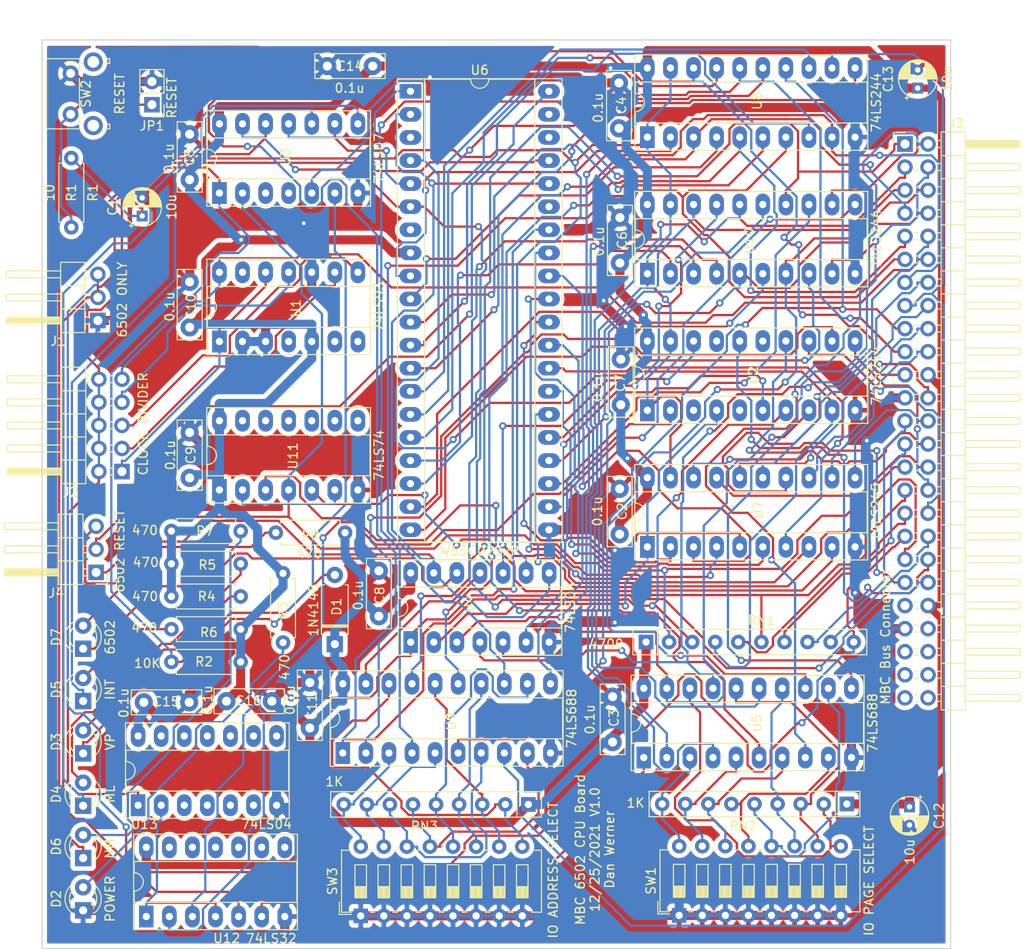
<source format=kicad_pcb>
(kicad_pcb (version 20171130) (host pcbnew "(5.1.5)-3")
  (layers (0 F.Cu signal) (31 B.Cu signal) (34 B.Paste user) (35 F.Paste user) (36 B.SilkS user) (37 F.SilkS user) (38 B.Mask user) (39 F.Mask user) (44 Edge.Cuts user))
  (net 0 "")
  (net 1 GND)
  (net 2 "Net-(C1-Pad1)")
  (net 3 VCC)
  (net 4 "Net-(D2-Pad2)")
  (net 5 _BUSACK)
  (net 6 _6502EN)
  (net 7 CLKO)
  (net 8 CLK)
  (net 9 "Net-(J2-Pad7)")
  (net 10 "Net-(J2-Pad5)")
  (net 11 "Net-(J2-Pad3)")
  (net 12 "Net-(J2-Pad1)")
  (net 13 _IORQ)
  (net 14 _RD)
  (net 15 _MREQ)
  (net 16 _WR)
  (net 17 _HALT)
  (net 18 _NMI)
  (net 19 _WAIT)
  (net 20 _INT)
  (net 21 _BUSRQ)
  (net 22 D1)
  (net 23 _RESET)
  (net 24 D0)
  (net 25 _M1)
  (net 26 D7)
  (net 27 _RFSH)
  (net 28 D2)
  (net 29 A0)
  (net 30 D6)
  (net 31 A1)
  (net 32 D5)
  (net 33 A2)
  (net 34 D3)
  (net 35 A3)
  (net 36 D4)
  (net 37 A4)
  (net 38 A5)
  (net 39 A15)
  (net 40 A6)
  (net 41 A14)
  (net 42 A7)
  (net 43 A13)
  (net 44 A8)
  (net 45 A12)
  (net 46 A9)
  (net 47 A11)
  (net 48 A10)
  (net 49 "Net-(JP1-Pad1)")
  (net 50 "Net-(RN2-Pad9)")
  (net 51 "Net-(RN2-Pad8)")
  (net 52 "Net-(RN2-Pad7)")
  (net 53 "Net-(RN2-Pad6)")
  (net 54 "Net-(RN2-Pad5)")
  (net 55 "Net-(RN2-Pad4)")
  (net 56 "Net-(RN2-Pad3)")
  (net 57 "Net-(RN2-Pad2)")
  (net 58 "Net-(RN3-Pad9)")
  (net 59 "Net-(RN3-Pad8)")
  (net 60 "Net-(RN3-Pad7)")
  (net 61 "Net-(RN3-Pad6)")
  (net 62 "Net-(RN3-Pad5)")
  (net 63 "Net-(RN3-Pad4)")
  (net 64 "Net-(RN3-Pad3)")
  (net 65 "Net-(RN3-Pad2)")
  (net 66 _6502INT)
  (net 67 _6502IO)
  (net 68 _6502NMI)
  (net 69 _6502RD)
  (net 70 65TOGGLE)
  (net 71 "Net-(U10-Pad3)")
  (net 72 6502EN)
  (net 73 "Net-(U10-Pad8)")
  (net 74 "Net-(U10-Pad6)")
  (net 75 "Net-(U10-Pad4)")
  (net 76 "Net-(U10-Pad2)")
  (net 77 "Net-(U6-Pad16)")
  (net 78 "Net-(U6-Pad15)")
  (net 79 "Net-(U6-Pad14)")
  (net 80 "Net-(U6-Pad33)")
  (net 81 "Net-(U6-Pad13)")
  (net 82 "Net-(U6-Pad32)")
  (net 83 "Net-(U6-Pad12)")
  (net 84 "Net-(U6-Pad31)")
  (net 85 "Net-(U6-Pad11)")
  (net 86 "Net-(U6-Pad30)")
  (net 87 "Net-(U6-Pad10)")
  (net 88 "Net-(U6-Pad29)")
  (net 89 "Net-(U6-Pad9)")
  (net 90 "Net-(U6-Pad28)")
  (net 91 "Net-(U6-Pad27)")
  (net 92 "Net-(U6-Pad26)")
  (net 93 "Net-(U10-Pad17)")
  (net 94 "Net-(U10-Pad15)")
  (net 95 "Net-(U10-Pad13)")
  (net 96 "Net-(U10-Pad11)")
  (net 97 "Net-(D3-Pad2)")
  (net 98 "Net-(D3-Pad1)")
  (net 99 "Net-(D4-Pad2)")
  (net 100 "Net-(D4-Pad1)")
  (net 101 "Net-(D5-Pad2)")
  (net 102 "Net-(D5-Pad1)")
  (net 103 "Net-(D6-Pad2)")
  (net 104 "Net-(D6-Pad1)")
  (net 105 _VP)
  (net 106 _ML)
  (net 107 "Net-(D7-Pad2)")
  (net 108 "Net-(D7-Pad1)")
  (net 109 "Net-(J4-Pad2)")
  (net 110 "Net-(U11-Pad2)")
  (net 111 "Net-(U12-Pad3)")
  (net 112 "Net-(U12-Pad2)")
  (net 113 ICLK)
  (net 114 6502IO)
  (net 115 "Net-(U4-Pad11)")
  (net 116 "Net-(U12-Pad6)")
  (module Package_DIP:DIP-14_W7.62mm_Socket_LongPads (layer F.Cu) (at 78.575 117.225 90)
    (fp_text reference U13 (at -2.1 0.675 180) (layer F.SilkS))
    (fp_text value 74LS04 (at -2.1 14.125 180) (layer F.SilkS))
    (pad 14 thru_hole oval (at 7.62 0 90) (size 2.4 1.6) (drill 0.8) (layers *.Cu *.Mask) (net 3 VCC))
    (pad 7 thru_hole oval (at 0 15.24 90) (size 2.4 1.6) (drill 0.8) (layers *.Cu *.Mask) (net 1 GND))
    (pad 13 thru_hole oval (at 7.62 2.54 90) (size 2.4 1.6) (drill 0.8) (layers *.Cu *.Mask))
    (pad 6 thru_hole oval (at 0 12.7 90) (size 2.4 1.6) (drill 0.8) (layers *.Cu *.Mask))
    (pad 12 thru_hole oval (at 7.62 5.08 90) (size 2.4 1.6) (drill 0.8) (layers *.Cu *.Mask))
    (pad 5 thru_hole oval (at 0 10.16 90) (size 2.4 1.6) (drill 0.8) (layers *.Cu *.Mask))
    (pad 11 thru_hole oval (at 7.62 7.62 90) (size 2.4 1.6) (drill 0.8) (layers *.Cu *.Mask))
    (pad 4 thru_hole oval (at 0 7.62 90) (size 2.4 1.6) (drill 0.8) (layers *.Cu *.Mask))
    (pad 10 thru_hole oval (at 7.62 10.16 90) (size 2.4 1.6) (drill 0.8) (layers *.Cu *.Mask))
    (pad 3 thru_hole oval (at 0 5.08 90) (size 2.4 1.6) (drill 0.8) (layers *.Cu *.Mask))
    (pad 9 thru_hole oval (at 7.62 12.7 90) (size 2.4 1.6) (drill 0.8) (layers *.Cu *.Mask))
    (pad 2 thru_hole oval (at 0 2.54 90) (size 2.4 1.6) (drill 0.8) (layers *.Cu *.Mask) (net 113 ICLK))
    (pad 8 thru_hole oval (at 7.62 15.24 90) (size 2.4 1.6) (drill 0.8) (layers *.Cu *.Mask))
    (pad 1 thru_hole rect (at 0 0 90) (size 2.4 1.6) (drill 0.8) (layers *.Cu *.Mask) (net 7 CLKO))
  )
  (module Capacitor_THT:C_Disc_D7.5mm_W2.5mm_P5.00mm (layer F.Cu) (at 88.3 105.775)
    (fp_text reference C16 (at 2.425 -0.05) (layer F.SilkS))
    (fp_text value 0.1u (at -2.075 -0.1 90) (layer F.SilkS))
    (pad 2 thru_hole circle (at 5 0) (size 2 2) (drill 1) (layers *.Cu *.Mask) (net 1 GND))
    (pad 1 thru_hole circle (at 0 0) (size 2 2) (drill 1) (layers *.Cu *.Mask) (net 3 VCC))
  )
  (module Capacitor_THT:C_Disc_D7.5mm_W2.5mm_P5.00mm (layer F.Cu) (at 79.2 105.9)
    (fp_text reference C15 (at 2.475 -0.075) (layer F.SilkS))
    (fp_text value 0.1u (at -2.2 0.075 90) (layer F.SilkS))
    (pad 2 thru_hole circle (at 5 0) (size 2 2) (drill 1) (layers *.Cu *.Mask) (net 1 GND))
    (pad 1 thru_hole circle (at 0 0) (size 2 2) (drill 1) (layers *.Cu *.Mask) (net 3 VCC))
  )
  (module Package_DIP:DIP-14_W7.62mm_Socket_LongPads (layer F.Cu) (at 79.475 129.475 90)
    (fp_text reference U12 (at -2.4 8.85 180) (layer F.SilkS))
    (fp_text value 74LS32 (at -2.425 13.75 180) (layer F.SilkS))
    (pad 14 thru_hole oval (at 7.62 0 90) (size 2.4 1.6) (drill 0.8) (layers *.Cu *.Mask) (net 3 VCC))
    (pad 7 thru_hole oval (at 0 15.24 90) (size 2.4 1.6) (drill 0.8) (layers *.Cu *.Mask) (net 1 GND))
    (pad 13 thru_hole oval (at 7.62 2.54 90) (size 2.4 1.6) (drill 0.8) (layers *.Cu *.Mask))
    (pad 6 thru_hole oval (at 0 12.7 90) (size 2.4 1.6) (drill 0.8) (layers *.Cu *.Mask) (net 116 "Net-(U12-Pad6)"))
    (pad 12 thru_hole oval (at 7.62 5.08 90) (size 2.4 1.6) (drill 0.8) (layers *.Cu *.Mask))
    (pad 5 thru_hole oval (at 0 10.16 90) (size 2.4 1.6) (drill 0.8) (layers *.Cu *.Mask) (net 6 _6502EN))
    (pad 11 thru_hole oval (at 7.62 7.62 90) (size 2.4 1.6) (drill 0.8) (layers *.Cu *.Mask))
    (pad 4 thru_hole oval (at 0 7.62 90) (size 2.4 1.6) (drill 0.8) (layers *.Cu *.Mask) (net 113 ICLK))
    (pad 10 thru_hole oval (at 7.62 10.16 90) (size 2.4 1.6) (drill 0.8) (layers *.Cu *.Mask))
    (pad 3 thru_hole oval (at 0 5.08 90) (size 2.4 1.6) (drill 0.8) (layers *.Cu *.Mask) (net 111 "Net-(U12-Pad3)"))
    (pad 9 thru_hole oval (at 7.62 12.7 90) (size 2.4 1.6) (drill 0.8) (layers *.Cu *.Mask))
    (pad 2 thru_hole oval (at 0 2.54 90) (size 2.4 1.6) (drill 0.8) (layers *.Cu *.Mask) (net 112 "Net-(U12-Pad2)"))
    (pad 8 thru_hole oval (at 7.62 15.24 90) (size 2.4 1.6) (drill 0.8) (layers *.Cu *.Mask))
    (pad 1 thru_hole rect (at 0 0 90) (size 2.4 1.6) (drill 0.8) (layers *.Cu *.Mask) (net 113 ICLK))
  )
  (module Connector_PinHeader_2.54mm:PinHeader_1x03_P2.54mm_Horizontal (layer F.Cu) (at 73.95 91.6 180)
    (fp_text reference J4 (at 4.385 -2.27) (layer F.SilkS))
    (fp_text value "6502 RESET" (at -2.6 2.35 90) (layer F.SilkS))
    (pad 3 thru_hole oval (at 0 5.08 180) (size 1.7 1.7) (drill 1) (layers *.Cu *.Mask) (net 72 6502EN))
    (pad 2 thru_hole oval (at 0 2.54 180) (size 1.7 1.7) (drill 1) (layers *.Cu *.Mask) (net 109 "Net-(J4-Pad2)"))
    (pad 1 thru_hole rect (at 0 0 180) (size 1.7 1.7) (drill 1) (layers *.Cu *.Mask) (net 23 _RESET))
  )
  (module Capacitor_THT:C_Disc_D7.5mm_W2.5mm_P5.00mm (layer F.Cu) (at 104.4 35.875 180)
    (fp_text reference C14)
    (fp_text value 0.1u (at 2.55 -2.425) (layer F.SilkS))
    (fp_text user %R (at 2.5 0) (layer F.SilkS))
    (pad 2 thru_hole circle (at 5 0 180) (size 2 2) (drill 1) (layers *.Cu *.Mask) (net 1 GND))
    (pad 1 thru_hole circle (at 0 0 180) (size 2 2) (drill 1) (layers *.Cu *.Mask) (net 3 VCC))
  )
  (module Resistor_THT:R_Axial_DIN0207_L6.3mm_D2.5mm_P7.62mm_Horizontal (layer F.Cu) (at 101.35 87.225 180)
    (fp_text reference R8 (at 3.8 -0.325) (layer F.SilkS))
    (fp_text value 470 (at 3.95 -2.3) (layer F.SilkS))
    (pad 2 thru_hole oval (at 7.62 0 180) (size 1.6 1.6) (drill 0.8) (layers *.Cu *.Mask) (net 107 "Net-(D7-Pad2)"))
    (pad 1 thru_hole circle (at 0 0 180) (size 1.6 1.6) (drill 0.8) (layers *.Cu *.Mask) (net 3 VCC))
  )
  (module LED_THT:LED_D3.0mm (layer F.Cu) (at 72.525 100 90)
    (fp_text reference D7 (at 1.27 -2.96 90) (layer F.SilkS))
    (fp_text value 6502 (at 1.27 2.96 90) (layer F.SilkS))
    (pad 2 thru_hole circle (at 2.54 0 90) (size 1.8 1.8) (drill 0.9) (layers *.Cu *.Mask) (net 107 "Net-(D7-Pad2)"))
    (pad 1 thru_hole rect (at 0 0 90) (size 1.8 1.8) (drill 0.9) (layers *.Cu *.Mask) (net 108 "Net-(D7-Pad1)"))
  )
  (module Resistor_THT:R_Axial_DIN0207_L6.3mm_D2.5mm_P7.62mm_Horizontal (layer F.Cu) (at 82.24 87.05)
    (fp_text reference R7 (at 3.7 0) (layer F.SilkS))
    (fp_text value 470 (at -2.925 -0.075) (layer F.SilkS))
    (pad 2 thru_hole oval (at 7.62 0) (size 1.6 1.6) (drill 0.8) (layers *.Cu *.Mask) (net 103 "Net-(D6-Pad2)"))
    (pad 1 thru_hole circle (at 0 0) (size 1.6 1.6) (drill 0.8) (layers *.Cu *.Mask) (net 3 VCC))
  )
  (module Resistor_THT:R_Axial_DIN0207_L6.3mm_D2.5mm_P7.62mm_Horizontal (layer F.Cu) (at 89.86 97.85 180)
    (fp_text reference R6 (at 3.5 -0.35) (layer F.SilkS))
    (fp_text value 470 (at 10.6 0.15) (layer F.SilkS))
    (pad 2 thru_hole oval (at 7.62 0 180) (size 1.6 1.6) (drill 0.8) (layers *.Cu *.Mask) (net 101 "Net-(D5-Pad2)"))
    (pad 1 thru_hole circle (at 0 0 180) (size 1.6 1.6) (drill 0.8) (layers *.Cu *.Mask) (net 3 VCC))
  )
  (module Resistor_THT:R_Axial_DIN0207_L6.3mm_D2.5mm_P7.62mm_Horizontal (layer F.Cu) (at 82.24 90.65)
    (fp_text reference R5 (at 3.95 0.125) (layer F.SilkS))
    (fp_text value 470 (at -2.825 -0.15) (layer F.SilkS))
    (pad 2 thru_hole oval (at 7.62 0) (size 1.6 1.6) (drill 0.8) (layers *.Cu *.Mask) (net 99 "Net-(D4-Pad2)"))
    (pad 1 thru_hole circle (at 0 0) (size 1.6 1.6) (drill 0.8) (layers *.Cu *.Mask) (net 3 VCC))
  )
  (module Resistor_THT:R_Axial_DIN0207_L6.3mm_D2.5mm_P7.62mm_Horizontal (layer F.Cu) (at 82.24 94.25)
    (fp_text reference R4 (at 3.875 0) (layer F.SilkS))
    (fp_text value 470 (at -2.9 0) (layer F.SilkS))
    (pad 2 thru_hole oval (at 7.62 0) (size 1.6 1.6) (drill 0.8) (layers *.Cu *.Mask) (net 97 "Net-(D3-Pad2)"))
    (pad 1 thru_hole circle (at 0 0) (size 1.6 1.6) (drill 0.8) (layers *.Cu *.Mask) (net 3 VCC))
  )
  (module LED_THT:LED_D3.0mm (layer F.Cu) (at 72.525 123.04 90)
    (fp_text reference D6 (at 1.27 -2.96 90) (layer F.SilkS))
    (fp_text value NMI (at 1.27 2.96 90) (layer F.SilkS))
    (pad 2 thru_hole circle (at 2.54 0 90) (size 1.8 1.8) (drill 0.9) (layers *.Cu *.Mask) (net 103 "Net-(D6-Pad2)"))
    (pad 1 thru_hole rect (at 0 0 90) (size 1.8 1.8) (drill 0.9) (layers *.Cu *.Mask) (net 104 "Net-(D6-Pad1)"))
  )
  (module LED_THT:LED_D3.0mm (layer F.Cu) (at 72.525 105.76 90)
    (fp_text reference D5 (at 1.27 -2.96 90) (layer F.SilkS))
    (fp_text value INT (at 1.27 2.96 90) (layer F.SilkS))
    (pad 2 thru_hole circle (at 2.54 0 90) (size 1.8 1.8) (drill 0.9) (layers *.Cu *.Mask) (net 101 "Net-(D5-Pad2)"))
    (pad 1 thru_hole rect (at 0 0 90) (size 1.8 1.8) (drill 0.9) (layers *.Cu *.Mask) (net 102 "Net-(D5-Pad1)"))
  )
  (module LED_THT:LED_D3.0mm (layer F.Cu) (at 72.525 117.28 90)
    (fp_text reference D4 (at 1.27 -2.96 90) (layer F.SilkS))
    (fp_text value ML (at 1.27 2.96 90) (layer F.SilkS))
    (pad 2 thru_hole circle (at 2.54 0 90) (size 1.8 1.8) (drill 0.9) (layers *.Cu *.Mask) (net 99 "Net-(D4-Pad2)"))
    (pad 1 thru_hole rect (at 0 0 90) (size 1.8 1.8) (drill 0.9) (layers *.Cu *.Mask) (net 100 "Net-(D4-Pad1)"))
  )
  (module LED_THT:LED_D3.0mm (layer F.Cu) (at 72.525 111.52 90)
    (fp_text reference D3 (at 1.27 -2.96 90) (layer F.SilkS))
    (fp_text value VP (at 1.27 2.96 90) (layer F.SilkS))
    (pad 2 thru_hole circle (at 2.54 0 90) (size 1.8 1.8) (drill 0.9) (layers *.Cu *.Mask) (net 97 "Net-(D3-Pad2)"))
    (pad 1 thru_hole rect (at 0 0 90) (size 1.8 1.8) (drill 0.9) (layers *.Cu *.Mask) (net 98 "Net-(D3-Pad1)"))
  )
  (module Diode_THT:D_A-405_P7.62mm_Horizontal (layer F.Cu) (at 100.225 99.5 90)
    (fp_text reference D1 (at 4.125 0.2 90) (layer F.SilkS))
    (fp_text value 1N4148 (at 3.75 -2.35 90) (layer F.SilkS))
    (pad 2 thru_hole oval (at 7.62 0 90) (size 1.8 1.8) (drill 0.9) (layers *.Cu *.Mask) (net 2 "Net-(C1-Pad1)"))
    (pad 1 thru_hole rect (at 0 0 90) (size 1.8 1.8) (drill 0.9) (layers *.Cu *.Mask) (net 3 VCC))
  )
  (module Capacitor_THT:C_Disc_D7.5mm_W2.5mm_P5.00mm (layer F.Cu) (at 97.475 108.725 90)
    (fp_text reference C11 (at 2.325 0.25 90) (layer F.SilkS))
    (fp_text value 0.1u (at 3.075 -2.175 90) (layer F.SilkS))
    (pad 2 thru_hole circle (at 5 0 90) (size 2 2) (drill 1) (layers *.Cu *.Mask) (net 1 GND))
    (pad 1 thru_hole circle (at 0 0 90) (size 2 2) (drill 1) (layers *.Cu *.Mask) (net 3 VCC))
  )
  (module Capacitor_THT:C_Disc_D7.5mm_W2.5mm_P5.00mm (layer F.Cu) (at 84.25 64.625 90)
    (fp_text reference C10 (at 2.275 0.15 90) (layer F.SilkS))
    (fp_text value 0.1u (at 2.275 -2.2 90) (layer F.SilkS))
    (pad 2 thru_hole circle (at 5 0 90) (size 2 2) (drill 1) (layers *.Cu *.Mask) (net 1 GND))
    (pad 1 thru_hole circle (at 0 0 90) (size 2 2) (drill 1) (layers *.Cu *.Mask) (net 3 VCC))
  )
  (module Capacitor_THT:C_Disc_D7.5mm_W2.5mm_P5.00mm (layer F.Cu) (at 84.25 81.2 90)
    (fp_text reference C9 (at 2.5 0.125 90) (layer F.SilkS))
    (fp_text value 0.1u (at 2.5 -2.125 90) (layer F.SilkS))
    (pad 2 thru_hole circle (at 5 0 90) (size 2 2) (drill 1) (layers *.Cu *.Mask) (net 1 GND))
    (pad 1 thru_hole circle (at 0 0 90) (size 2 2) (drill 1) (layers *.Cu *.Mask) (net 3 VCC))
  )
  (module Capacitor_THT:C_Disc_D7.5mm_W2.5mm_P5.00mm (layer F.Cu) (at 105.075 96.425 90)
    (fp_text reference C8 (at 2.3 0.1 90) (layer F.SilkS))
    (fp_text value 0.1u (at 2.3 -2.275 90) (layer F.SilkS))
    (pad 2 thru_hole circle (at 5 0 90) (size 2 2) (drill 1) (layers *.Cu *.Mask) (net 1 GND))
    (pad 1 thru_hole circle (at 0 0 90) (size 2 2) (drill 1) (layers *.Cu *.Mask) (net 3 VCC))
  )
  (module Capacitor_THT:C_Disc_D7.5mm_W2.5mm_P5.00mm (layer F.Cu) (at 131.7 73.15 90)
    (fp_text reference C7 (at 2.375 -0.05 90) (layer F.SilkS))
    (fp_text value 0.1u (at 1.95 -2.55 90) (layer F.SilkS))
    (pad 2 thru_hole circle (at 5 0 90) (size 2 2) (drill 1) (layers *.Cu *.Mask) (net 1 GND))
    (pad 1 thru_hole circle (at 0 0 90) (size 2 2) (drill 1) (layers *.Cu *.Mask) (net 3 VCC))
  )
  (module Capacitor_THT:C_Disc_D7.5mm_W2.5mm_P5.00mm (layer F.Cu) (at 131.6 57.55 90)
    (fp_text reference C6 (at 2.525 0.25 90) (layer F.SilkS))
    (fp_text value 0.1u (at 2.375 -2.275 90) (layer F.SilkS))
    (pad 2 thru_hole circle (at 5 0 90) (size 2 2) (drill 1) (layers *.Cu *.Mask) (net 1 GND))
    (pad 1 thru_hole circle (at 0 0 90) (size 2 2) (drill 1) (layers *.Cu *.Mask) (net 3 VCC))
  )
  (module Capacitor_THT:C_Disc_D7.5mm_W2.5mm_P5.00mm (layer F.Cu) (at 84.25 48.375 90)
    (fp_text reference C5)
    (fp_text value 0.1u (at 2.35 -2.275 90) (layer F.SilkS))
    (fp_text user %R (at 2.5 0 90) (layer F.SilkS))
    (pad 2 thru_hole circle (at 5 0 90) (size 2 2) (drill 1) (layers *.Cu *.Mask) (net 1 GND))
    (pad 1 thru_hole circle (at 0 0 90) (size 2 2) (drill 1) (layers *.Cu *.Mask) (net 3 VCC))
  )
  (module Capacitor_THT:C_Disc_D7.5mm_W2.5mm_P5.00mm (layer F.Cu) (at 131.5 42.725 90)
    (fp_text reference C4 (at 2.525 0.275 90) (layer F.SilkS))
    (fp_text value 0.1u (at 2.25 -2.3 90) (layer F.SilkS))
    (pad 2 thru_hole circle (at 5 0 90) (size 2 2) (drill 1) (layers *.Cu *.Mask) (net 1 GND))
    (pad 1 thru_hole circle (at 0 0 90) (size 2 2) (drill 1) (layers *.Cu *.Mask) (net 3 VCC))
  )
  (module Capacitor_THT:C_Disc_D7.5mm_W2.5mm_P5.00mm (layer F.Cu) (at 130.8 110.275 90)
    (fp_text reference C3 (at 2.65 0.15 90) (layer F.SilkS))
    (fp_text value 0.1u (at 2.5 -2.5 90) (layer F.SilkS))
    (pad 2 thru_hole circle (at 5 0 90) (size 2 2) (drill 1) (layers *.Cu *.Mask) (net 1 GND))
    (pad 1 thru_hole circle (at 0 0 90) (size 2 2) (drill 1) (layers *.Cu *.Mask) (net 3 VCC))
  )
  (module Capacitor_THT:C_Disc_D7.5mm_W2.5mm_P5.00mm (layer F.Cu) (at 131.575 87.4 90)
    (fp_text reference C2 (at 2.525 0.275 90) (layer F.SilkS))
    (fp_text value 0.1u (at 2.525 -2.45 90) (layer F.SilkS))
    (pad 2 thru_hole circle (at 5 0 90) (size 2 2) (drill 1) (layers *.Cu *.Mask) (net 1 GND))
    (pad 1 thru_hole circle (at 0 0 90) (size 2 2) (drill 1) (layers *.Cu *.Mask) (net 3 VCC))
  )
  (module Button_Switch_THT:SW_DIP_SPSTx08_Slide_6.7x21.88mm_W7.62mm_P2.54mm_LowProfile (layer F.Cu) (at 103.075 129.4 90)
    (fp_text reference SW3 (at 3.81 -3.11 90) (layer F.SilkS))
    (fp_text value "IO ADDRESS SELECT" (at 5.05 21.175 90) (layer F.SilkS))
    (pad 16 thru_hole oval (at 7.62 0 90) (size 1.6 1.6) (drill 0.8) (layers *.Cu *.Mask) (net 58 "Net-(RN3-Pad9)"))
    (pad 8 thru_hole oval (at 0 17.78 90) (size 1.6 1.6) (drill 0.8) (layers *.Cu *.Mask) (net 1 GND))
    (pad 15 thru_hole oval (at 7.62 2.54 90) (size 1.6 1.6) (drill 0.8) (layers *.Cu *.Mask) (net 59 "Net-(RN3-Pad8)"))
    (pad 7 thru_hole oval (at 0 15.24 90) (size 1.6 1.6) (drill 0.8) (layers *.Cu *.Mask) (net 1 GND))
    (pad 14 thru_hole oval (at 7.62 5.08 90) (size 1.6 1.6) (drill 0.8) (layers *.Cu *.Mask) (net 60 "Net-(RN3-Pad7)"))
    (pad 6 thru_hole oval (at 0 12.7 90) (size 1.6 1.6) (drill 0.8) (layers *.Cu *.Mask) (net 1 GND))
    (pad 13 thru_hole oval (at 7.62 7.62 90) (size 1.6 1.6) (drill 0.8) (layers *.Cu *.Mask) (net 61 "Net-(RN3-Pad6)"))
    (pad 5 thru_hole oval (at 0 10.16 90) (size 1.6 1.6) (drill 0.8) (layers *.Cu *.Mask) (net 1 GND))
    (pad 12 thru_hole oval (at 7.62 10.16 90) (size 1.6 1.6) (drill 0.8) (layers *.Cu *.Mask) (net 62 "Net-(RN3-Pad5)"))
    (pad 4 thru_hole oval (at 0 7.62 90) (size 1.6 1.6) (drill 0.8) (layers *.Cu *.Mask) (net 1 GND))
    (pad 11 thru_hole oval (at 7.62 12.7 90) (size 1.6 1.6) (drill 0.8) (layers *.Cu *.Mask) (net 63 "Net-(RN3-Pad4)"))
    (pad 3 thru_hole oval (at 0 5.08 90) (size 1.6 1.6) (drill 0.8) (layers *.Cu *.Mask) (net 1 GND))
    (pad 10 thru_hole oval (at 7.62 15.24 90) (size 1.6 1.6) (drill 0.8) (layers *.Cu *.Mask) (net 64 "Net-(RN3-Pad3)"))
    (pad 2 thru_hole oval (at 0 2.54 90) (size 1.6 1.6) (drill 0.8) (layers *.Cu *.Mask) (net 1 GND))
    (pad 9 thru_hole oval (at 7.62 17.78 90) (size 1.6 1.6) (drill 0.8) (layers *.Cu *.Mask) (net 65 "Net-(RN3-Pad2)"))
    (pad 1 thru_hole rect (at 0 0 90) (size 1.6 1.6) (drill 0.8) (layers *.Cu *.Mask) (net 1 GND))
  )
  (module Button_Switch_THT:SW_DIP_SPSTx08_Slide_6.7x21.88mm_W7.62mm_P2.54mm_LowProfile (layer F.Cu) (at 138.125 129.35 90)
    (fp_text reference SW1 (at 3.81 -3.11 90) (layer F.SilkS))
    (fp_text value "IO PAGE SELECT" (at 3.81 20.89 90) (layer F.SilkS))
    (pad 16 thru_hole oval (at 7.62 0 90) (size 1.6 1.6) (drill 0.8) (layers *.Cu *.Mask) (net 50 "Net-(RN2-Pad9)"))
    (pad 8 thru_hole oval (at 0 17.78 90) (size 1.6 1.6) (drill 0.8) (layers *.Cu *.Mask) (net 1 GND))
    (pad 15 thru_hole oval (at 7.62 2.54 90) (size 1.6 1.6) (drill 0.8) (layers *.Cu *.Mask) (net 51 "Net-(RN2-Pad8)"))
    (pad 7 thru_hole oval (at 0 15.24 90) (size 1.6 1.6) (drill 0.8) (layers *.Cu *.Mask) (net 1 GND))
    (pad 14 thru_hole oval (at 7.62 5.08 90) (size 1.6 1.6) (drill 0.8) (layers *.Cu *.Mask) (net 52 "Net-(RN2-Pad7)"))
    (pad 6 thru_hole oval (at 0 12.7 90) (size 1.6 1.6) (drill 0.8) (layers *.Cu *.Mask) (net 1 GND))
    (pad 13 thru_hole oval (at 7.62 7.62 90) (size 1.6 1.6) (drill 0.8) (layers *.Cu *.Mask) (net 53 "Net-(RN2-Pad6)"))
    (pad 5 thru_hole oval (at 0 10.16 90) (size 1.6 1.6) (drill 0.8) (layers *.Cu *.Mask) (net 1 GND))
    (pad 12 thru_hole oval (at 7.62 10.16 90) (size 1.6 1.6) (drill 0.8) (layers *.Cu *.Mask) (net 54 "Net-(RN2-Pad5)"))
    (pad 4 thru_hole oval (at 0 7.62 90) (size 1.6 1.6) (drill 0.8) (layers *.Cu *.Mask) (net 1 GND))
    (pad 11 thru_hole oval (at 7.62 12.7 90) (size 1.6 1.6) (drill 0.8) (layers *.Cu *.Mask) (net 55 "Net-(RN2-Pad4)"))
    (pad 3 thru_hole oval (at 0 5.08 90) (size 1.6 1.6) (drill 0.8) (layers *.Cu *.Mask) (net 1 GND))
    (pad 10 thru_hole oval (at 7.62 15.24 90) (size 1.6 1.6) (drill 0.8) (layers *.Cu *.Mask) (net 56 "Net-(RN2-Pad3)"))
    (pad 2 thru_hole oval (at 0 2.54 90) (size 1.6 1.6) (drill 0.8) (layers *.Cu *.Mask) (net 1 GND))
    (pad 9 thru_hole oval (at 7.62 17.78 90) (size 1.6 1.6) (drill 0.8) (layers *.Cu *.Mask) (net 57 "Net-(RN2-Pad2)"))
    (pad 1 thru_hole rect (at 0 0 90) (size 1.6 1.6) (drill 0.8) (layers *.Cu *.Mask) (net 1 GND))
  )
  (module Package_DIP:DIP-40_W15.24mm_Socket_LongPads (layer F.Cu) (at 108.55 38.65)
    (fp_text reference U6 (at 7.62 -2.33) (layer F.SilkS))
    (fp_text value W65C02SxP (at 7.62 50.59) (layer F.SilkS))
    (pad 40 thru_hole oval (at 15.24 0) (size 2.4 1.6) (drill 0.8) (layers *.Cu *.Mask) (net 109 "Net-(J4-Pad2)"))
    (pad 20 thru_hole oval (at 0 48.26) (size 2.4 1.6) (drill 0.8) (layers *.Cu *.Mask) (net 73 "Net-(U10-Pad8)"))
    (pad 39 thru_hole oval (at 15.24 2.54) (size 2.4 1.6) (drill 0.8) (layers *.Cu *.Mask))
    (pad 19 thru_hole oval (at 0 45.72) (size 2.4 1.6) (drill 0.8) (layers *.Cu *.Mask) (net 74 "Net-(U10-Pad6)"))
    (pad 38 thru_hole oval (at 15.24 5.08) (size 2.4 1.6) (drill 0.8) (layers *.Cu *.Mask))
    (pad 18 thru_hole oval (at 0 43.18) (size 2.4 1.6) (drill 0.8) (layers *.Cu *.Mask) (net 75 "Net-(U10-Pad4)"))
    (pad 37 thru_hole oval (at 15.24 7.62) (size 2.4 1.6) (drill 0.8) (layers *.Cu *.Mask) (net 7 CLKO))
    (pad 17 thru_hole oval (at 0 40.64) (size 2.4 1.6) (drill 0.8) (layers *.Cu *.Mask) (net 76 "Net-(U10-Pad2)"))
    (pad 36 thru_hole oval (at 15.24 10.16) (size 2.4 1.6) (drill 0.8) (layers *.Cu *.Mask) (net 72 6502EN))
    (pad 16 thru_hole oval (at 0 38.1) (size 2.4 1.6) (drill 0.8) (layers *.Cu *.Mask) (net 77 "Net-(U6-Pad16)"))
    (pad 35 thru_hole oval (at 15.24 12.7) (size 2.4 1.6) (drill 0.8) (layers *.Cu *.Mask))
    (pad 15 thru_hole oval (at 0 35.56) (size 2.4 1.6) (drill 0.8) (layers *.Cu *.Mask) (net 78 "Net-(U6-Pad15)"))
    (pad 34 thru_hole oval (at 15.24 15.24) (size 2.4 1.6) (drill 0.8) (layers *.Cu *.Mask) (net 112 "Net-(U12-Pad2)"))
    (pad 14 thru_hole oval (at 0 33.02) (size 2.4 1.6) (drill 0.8) (layers *.Cu *.Mask) (net 79 "Net-(U6-Pad14)"))
    (pad 33 thru_hole oval (at 15.24 17.78) (size 2.4 1.6) (drill 0.8) (layers *.Cu *.Mask) (net 80 "Net-(U6-Pad33)"))
    (pad 13 thru_hole oval (at 0 30.48) (size 2.4 1.6) (drill 0.8) (layers *.Cu *.Mask) (net 81 "Net-(U6-Pad13)"))
    (pad 32 thru_hole oval (at 15.24 20.32) (size 2.4 1.6) (drill 0.8) (layers *.Cu *.Mask) (net 82 "Net-(U6-Pad32)"))
    (pad 12 thru_hole oval (at 0 27.94) (size 2.4 1.6) (drill 0.8) (layers *.Cu *.Mask) (net 83 "Net-(U6-Pad12)"))
    (pad 31 thru_hole oval (at 15.24 22.86) (size 2.4 1.6) (drill 0.8) (layers *.Cu *.Mask) (net 84 "Net-(U6-Pad31)"))
    (pad 11 thru_hole oval (at 0 25.4) (size 2.4 1.6) (drill 0.8) (layers *.Cu *.Mask) (net 85 "Net-(U6-Pad11)"))
    (pad 30 thru_hole oval (at 15.24 25.4) (size 2.4 1.6) (drill 0.8) (layers *.Cu *.Mask) (net 86 "Net-(U6-Pad30)"))
    (pad 10 thru_hole oval (at 0 22.86) (size 2.4 1.6) (drill 0.8) (layers *.Cu *.Mask) (net 87 "Net-(U6-Pad10)"))
    (pad 29 thru_hole oval (at 15.24 27.94) (size 2.4 1.6) (drill 0.8) (layers *.Cu *.Mask) (net 88 "Net-(U6-Pad29)"))
    (pad 9 thru_hole oval (at 0 20.32) (size 2.4 1.6) (drill 0.8) (layers *.Cu *.Mask) (net 89 "Net-(U6-Pad9)"))
    (pad 28 thru_hole oval (at 15.24 30.48) (size 2.4 1.6) (drill 0.8) (layers *.Cu *.Mask) (net 90 "Net-(U6-Pad28)"))
    (pad 8 thru_hole oval (at 0 17.78) (size 2.4 1.6) (drill 0.8) (layers *.Cu *.Mask) (net 3 VCC))
    (pad 27 thru_hole oval (at 15.24 33.02) (size 2.4 1.6) (drill 0.8) (layers *.Cu *.Mask) (net 91 "Net-(U6-Pad27)"))
    (pad 7 thru_hole oval (at 0 15.24) (size 2.4 1.6) (drill 0.8) (layers *.Cu *.Mask))
    (pad 26 thru_hole oval (at 15.24 35.56) (size 2.4 1.6) (drill 0.8) (layers *.Cu *.Mask) (net 92 "Net-(U6-Pad26)"))
    (pad 6 thru_hole oval (at 0 12.7) (size 2.4 1.6) (drill 0.8) (layers *.Cu *.Mask) (net 68 _6502NMI))
    (pad 25 thru_hole oval (at 15.24 38.1) (size 2.4 1.6) (drill 0.8) (layers *.Cu *.Mask) (net 93 "Net-(U10-Pad17)"))
    (pad 5 thru_hole oval (at 0 10.16) (size 2.4 1.6) (drill 0.8) (layers *.Cu *.Mask) (net 106 _ML))
    (pad 24 thru_hole oval (at 15.24 40.64) (size 2.4 1.6) (drill 0.8) (layers *.Cu *.Mask) (net 94 "Net-(U10-Pad15)"))
    (pad 4 thru_hole oval (at 0 7.62) (size 2.4 1.6) (drill 0.8) (layers *.Cu *.Mask) (net 66 _6502INT))
    (pad 23 thru_hole oval (at 15.24 43.18) (size 2.4 1.6) (drill 0.8) (layers *.Cu *.Mask) (net 95 "Net-(U10-Pad13)"))
    (pad 3 thru_hole oval (at 0 5.08) (size 2.4 1.6) (drill 0.8) (layers *.Cu *.Mask))
    (pad 22 thru_hole oval (at 15.24 45.72) (size 2.4 1.6) (drill 0.8) (layers *.Cu *.Mask) (net 96 "Net-(U10-Pad11)"))
    (pad 2 thru_hole oval (at 0 2.54) (size 2.4 1.6) (drill 0.8) (layers *.Cu *.Mask) (net 72 6502EN))
    (pad 21 thru_hole oval (at 15.24 48.26) (size 2.4 1.6) (drill 0.8) (layers *.Cu *.Mask) (net 1 GND))
    (pad 1 thru_hole rect (at 0 0) (size 2.4 1.6) (drill 0.8) (layers *.Cu *.Mask) (net 105 _VP))
  )
  (module Package_DIP:DIP-14_W7.62mm_Socket_LongPads (layer F.Cu) (at 87.525 66.1875 90)
    (fp_text reference U1 (at 3.6625 8.425 90) (layer F.SilkS))
    (fp_text value 74LS93 (at 3.81 17.57 90) (layer F.SilkS))
    (pad 14 thru_hole oval (at 7.62 0 90) (size 2.4 1.6) (drill 0.8) (layers *.Cu *.Mask) (net 8 CLK))
    (pad 7 thru_hole oval (at 0 15.24 90) (size 2.4 1.6) (drill 0.8) (layers *.Cu *.Mask))
    (pad 13 thru_hole oval (at 7.62 2.54 90) (size 2.4 1.6) (drill 0.8) (layers *.Cu *.Mask))
    (pad 6 thru_hole oval (at 0 12.7 90) (size 2.4 1.6) (drill 0.8) (layers *.Cu *.Mask))
    (pad 12 thru_hole oval (at 7.62 5.08 90) (size 2.4 1.6) (drill 0.8) (layers *.Cu *.Mask) (net 12 "Net-(J2-Pad1)"))
    (pad 5 thru_hole oval (at 0 10.16 90) (size 2.4 1.6) (drill 0.8) (layers *.Cu *.Mask) (net 3 VCC))
    (pad 11 thru_hole oval (at 7.62 7.62 90) (size 2.4 1.6) (drill 0.8) (layers *.Cu *.Mask) (net 9 "Net-(J2-Pad7)"))
    (pad 4 thru_hole oval (at 0 7.62 90) (size 2.4 1.6) (drill 0.8) (layers *.Cu *.Mask))
    (pad 10 thru_hole oval (at 7.62 10.16 90) (size 2.4 1.6) (drill 0.8) (layers *.Cu *.Mask) (net 1 GND))
    (pad 3 thru_hole oval (at 0 5.08 90) (size 2.4 1.6) (drill 0.8) (layers *.Cu *.Mask) (net 1 GND))
    (pad 9 thru_hole oval (at 7.62 12.7 90) (size 2.4 1.6) (drill 0.8) (layers *.Cu *.Mask) (net 11 "Net-(J2-Pad3)"))
    (pad 2 thru_hole oval (at 0 2.54 90) (size 2.4 1.6) (drill 0.8) (layers *.Cu *.Mask) (net 1 GND))
    (pad 8 thru_hole oval (at 7.62 15.24 90) (size 2.4 1.6) (drill 0.8) (layers *.Cu *.Mask) (net 10 "Net-(J2-Pad5)"))
    (pad 1 thru_hole rect (at 0 0 90) (size 2.4 1.6) (drill 0.8) (layers *.Cu *.Mask) (net 12 "Net-(J2-Pad1)"))
  )
  (module Package_DIP:DIP-14_W7.62mm_Socket_LongPads (layer F.Cu) (at 87.525 82.525 90)
    (fp_text reference U11 (at 3.75 8.1 90) (layer F.SilkS))
    (fp_text value 74LS74 (at 3.81 17.57 90) (layer F.SilkS))
    (pad 14 thru_hole oval (at 7.62 0 90) (size 2.4 1.6) (drill 0.8) (layers *.Cu *.Mask) (net 3 VCC))
    (pad 7 thru_hole oval (at 0 15.24 90) (size 2.4 1.6) (drill 0.8) (layers *.Cu *.Mask) (net 1 GND))
    (pad 13 thru_hole oval (at 7.62 2.54 90) (size 2.4 1.6) (drill 0.8) (layers *.Cu *.Mask))
    (pad 6 thru_hole oval (at 0 12.7 90) (size 2.4 1.6) (drill 0.8) (layers *.Cu *.Mask) (net 110 "Net-(U11-Pad2)"))
    (pad 12 thru_hole oval (at 7.62 5.08 90) (size 2.4 1.6) (drill 0.8) (layers *.Cu *.Mask))
    (pad 5 thru_hole oval (at 0 10.16 90) (size 2.4 1.6) (drill 0.8) (layers *.Cu *.Mask) (net 21 _BUSRQ))
    (pad 11 thru_hole oval (at 7.62 7.62 90) (size 2.4 1.6) (drill 0.8) (layers *.Cu *.Mask))
    (pad 4 thru_hole oval (at 0 7.62 90) (size 2.4 1.6) (drill 0.8) (layers *.Cu *.Mask) (net 23 _RESET))
    (pad 10 thru_hole oval (at 7.62 10.16 90) (size 2.4 1.6) (drill 0.8) (layers *.Cu *.Mask))
    (pad 3 thru_hole oval (at 0 5.08 90) (size 2.4 1.6) (drill 0.8) (layers *.Cu *.Mask) (net 70 65TOGGLE))
    (pad 9 thru_hole oval (at 7.62 12.7 90) (size 2.4 1.6) (drill 0.8) (layers *.Cu *.Mask))
    (pad 2 thru_hole oval (at 0 2.54 90) (size 2.4 1.6) (drill 0.8) (layers *.Cu *.Mask) (net 110 "Net-(U11-Pad2)"))
    (pad 8 thru_hole oval (at 7.62 15.24 90) (size 2.4 1.6) (drill 0.8) (layers *.Cu *.Mask))
    (pad 1 thru_hole rect (at 0 0 90) (size 2.4 1.6) (drill 0.8) (layers *.Cu *.Mask) (net 3 VCC))
  )
  (module Package_DIP:DIP-20_W7.62mm_Socket_LongPads (layer F.Cu) (at 134.625 58.7292 90)
    (fp_text reference U10 (at 3.6125 11.175 90) (layer F.SilkS))
    (fp_text value 74LS244 (at 3.81 25.19 90) (layer F.SilkS))
    (pad 20 thru_hole oval (at 7.62 0 90) (size 2.4 1.6) (drill 0.8) (layers *.Cu *.Mask) (net 3 VCC))
    (pad 10 thru_hole oval (at 0 22.86 90) (size 2.4 1.6) (drill 0.8) (layers *.Cu *.Mask) (net 1 GND))
    (pad 19 thru_hole oval (at 7.62 2.54 90) (size 2.4 1.6) (drill 0.8) (layers *.Cu *.Mask) (net 6 _6502EN))
    (pad 9 thru_hole oval (at 0 20.32 90) (size 2.4 1.6) (drill 0.8) (layers *.Cu *.Mask) (net 45 A12))
    (pad 18 thru_hole oval (at 7.62 5.08 90) (size 2.4 1.6) (drill 0.8) (layers *.Cu *.Mask) (net 44 A8))
    (pad 8 thru_hole oval (at 0 17.78 90) (size 2.4 1.6) (drill 0.8) (layers *.Cu *.Mask) (net 73 "Net-(U10-Pad8)"))
    (pad 17 thru_hole oval (at 7.62 7.62 90) (size 2.4 1.6) (drill 0.8) (layers *.Cu *.Mask) (net 93 "Net-(U10-Pad17)"))
    (pad 7 thru_hole oval (at 0 15.24 90) (size 2.4 1.6) (drill 0.8) (layers *.Cu *.Mask) (net 43 A13))
    (pad 16 thru_hole oval (at 7.62 10.16 90) (size 2.4 1.6) (drill 0.8) (layers *.Cu *.Mask) (net 46 A9))
    (pad 6 thru_hole oval (at 0 12.7 90) (size 2.4 1.6) (drill 0.8) (layers *.Cu *.Mask) (net 74 "Net-(U10-Pad6)"))
    (pad 15 thru_hole oval (at 7.62 12.7 90) (size 2.4 1.6) (drill 0.8) (layers *.Cu *.Mask) (net 94 "Net-(U10-Pad15)"))
    (pad 5 thru_hole oval (at 0 10.16 90) (size 2.4 1.6) (drill 0.8) (layers *.Cu *.Mask) (net 41 A14))
    (pad 14 thru_hole oval (at 7.62 15.24 90) (size 2.4 1.6) (drill 0.8) (layers *.Cu *.Mask) (net 48 A10))
    (pad 4 thru_hole oval (at 0 7.62 90) (size 2.4 1.6) (drill 0.8) (layers *.Cu *.Mask) (net 75 "Net-(U10-Pad4)"))
    (pad 13 thru_hole oval (at 7.62 17.78 90) (size 2.4 1.6) (drill 0.8) (layers *.Cu *.Mask) (net 95 "Net-(U10-Pad13)"))
    (pad 3 thru_hole oval (at 0 5.08 90) (size 2.4 1.6) (drill 0.8) (layers *.Cu *.Mask) (net 71 "Net-(U10-Pad3)"))
    (pad 12 thru_hole oval (at 7.62 20.32 90) (size 2.4 1.6) (drill 0.8) (layers *.Cu *.Mask) (net 47 A11))
    (pad 2 thru_hole oval (at 0 2.54 90) (size 2.4 1.6) (drill 0.8) (layers *.Cu *.Mask) (net 76 "Net-(U10-Pad2)"))
    (pad 11 thru_hole oval (at 7.62 22.86 90) (size 2.4 1.6) (drill 0.8) (layers *.Cu *.Mask) (net 96 "Net-(U10-Pad11)"))
    (pad 1 thru_hole rect (at 0 0 90) (size 2.4 1.6) (drill 0.8) (layers *.Cu *.Mask) (net 6 _6502EN))
  )
  (module Package_DIP:DIP-20_W7.62mm_Socket_LongPads (layer F.Cu) (at 101.1 111.475 90)
    (fp_text reference U9 (at 3.475 11.95 90) (layer F.SilkS))
    (fp_text value 74LS688 (at 3.81 25.19 90) (layer F.SilkS))
    (pad 20 thru_hole oval (at 7.62 0 90) (size 2.4 1.6) (drill 0.8) (layers *.Cu *.Mask) (net 3 VCC))
    (pad 10 thru_hole oval (at 0 22.86 90) (size 2.4 1.6) (drill 0.8) (layers *.Cu *.Mask) (net 1 GND))
    (pad 19 thru_hole oval (at 7.62 2.54 90) (size 2.4 1.6) (drill 0.8) (layers *.Cu *.Mask) (net 115 "Net-(U4-Pad11)"))
    (pad 9 thru_hole oval (at 0 20.32 90) (size 2.4 1.6) (drill 0.8) (layers *.Cu *.Mask) (net 61 "Net-(RN3-Pad6)"))
    (pad 18 thru_hole oval (at 7.62 5.08 90) (size 2.4 1.6) (drill 0.8) (layers *.Cu *.Mask) (net 65 "Net-(RN3-Pad2)"))
    (pad 8 thru_hole oval (at 0 17.78 90) (size 2.4 1.6) (drill 0.8) (layers *.Cu *.Mask) (net 35 A3))
    (pad 17 thru_hole oval (at 7.62 7.62 90) (size 2.4 1.6) (drill 0.8) (layers *.Cu *.Mask) (net 42 A7))
    (pad 7 thru_hole oval (at 0 15.24 90) (size 2.4 1.6) (drill 0.8) (layers *.Cu *.Mask) (net 60 "Net-(RN3-Pad7)"))
    (pad 16 thru_hole oval (at 7.62 10.16 90) (size 2.4 1.6) (drill 0.8) (layers *.Cu *.Mask) (net 64 "Net-(RN3-Pad3)"))
    (pad 6 thru_hole oval (at 0 12.7 90) (size 2.4 1.6) (drill 0.8) (layers *.Cu *.Mask) (net 33 A2))
    (pad 15 thru_hole oval (at 7.62 12.7 90) (size 2.4 1.6) (drill 0.8) (layers *.Cu *.Mask) (net 40 A6))
    (pad 5 thru_hole oval (at 0 10.16 90) (size 2.4 1.6) (drill 0.8) (layers *.Cu *.Mask) (net 59 "Net-(RN3-Pad8)"))
    (pad 14 thru_hole oval (at 7.62 15.24 90) (size 2.4 1.6) (drill 0.8) (layers *.Cu *.Mask) (net 63 "Net-(RN3-Pad4)"))
    (pad 4 thru_hole oval (at 0 7.62 90) (size 2.4 1.6) (drill 0.8) (layers *.Cu *.Mask) (net 31 A1))
    (pad 13 thru_hole oval (at 7.62 17.78 90) (size 2.4 1.6) (drill 0.8) (layers *.Cu *.Mask) (net 38 A5))
    (pad 3 thru_hole oval (at 0 5.08 90) (size 2.4 1.6) (drill 0.8) (layers *.Cu *.Mask) (net 58 "Net-(RN3-Pad9)"))
    (pad 12 thru_hole oval (at 7.62 20.32 90) (size 2.4 1.6) (drill 0.8) (layers *.Cu *.Mask) (net 62 "Net-(RN3-Pad5)"))
    (pad 2 thru_hole oval (at 0 2.54 90) (size 2.4 1.6) (drill 0.8) (layers *.Cu *.Mask) (net 29 A0))
    (pad 11 thru_hole oval (at 7.62 22.86 90) (size 2.4 1.6) (drill 0.8) (layers *.Cu *.Mask) (net 37 A4))
    (pad 1 thru_hole rect (at 0 0 90) (size 2.4 1.6) (drill 0.8) (layers *.Cu *.Mask) (net 13 _IORQ))
  )
  (module Package_DIP:DIP-20_W7.62mm_Socket_LongPads (layer F.Cu) (at 134.625 43.7 90)
    (fp_text reference U8 (at 4 12.075 90) (layer F.SilkS))
    (fp_text value 74LS244 (at 3.81 25.19 90) (layer F.SilkS))
    (pad 20 thru_hole oval (at 7.62 0 90) (size 2.4 1.6) (drill 0.8) (layers *.Cu *.Mask) (net 3 VCC))
    (pad 10 thru_hole oval (at 0 22.86 90) (size 2.4 1.6) (drill 0.8) (layers *.Cu *.Mask) (net 1 GND))
    (pad 19 thru_hole oval (at 7.62 2.54 90) (size 2.4 1.6) (drill 0.8) (layers *.Cu *.Mask) (net 6 _6502EN))
    (pad 9 thru_hole oval (at 0 20.32 90) (size 2.4 1.6) (drill 0.8) (layers *.Cu *.Mask) (net 37 A4))
    (pad 18 thru_hole oval (at 7.62 5.08 90) (size 2.4 1.6) (drill 0.8) (layers *.Cu *.Mask) (net 29 A0))
    (pad 8 thru_hole oval (at 0 17.78 90) (size 2.4 1.6) (drill 0.8) (layers *.Cu *.Mask) (net 83 "Net-(U6-Pad12)"))
    (pad 17 thru_hole oval (at 7.62 7.62 90) (size 2.4 1.6) (drill 0.8) (layers *.Cu *.Mask) (net 77 "Net-(U6-Pad16)"))
    (pad 7 thru_hole oval (at 0 15.24 90) (size 2.4 1.6) (drill 0.8) (layers *.Cu *.Mask) (net 38 A5))
    (pad 16 thru_hole oval (at 7.62 10.16 90) (size 2.4 1.6) (drill 0.8) (layers *.Cu *.Mask) (net 31 A1))
    (pad 6 thru_hole oval (at 0 12.7 90) (size 2.4 1.6) (drill 0.8) (layers *.Cu *.Mask) (net 85 "Net-(U6-Pad11)"))
    (pad 15 thru_hole oval (at 7.62 12.7 90) (size 2.4 1.6) (drill 0.8) (layers *.Cu *.Mask) (net 78 "Net-(U6-Pad15)"))
    (pad 5 thru_hole oval (at 0 10.16 90) (size 2.4 1.6) (drill 0.8) (layers *.Cu *.Mask) (net 40 A6))
    (pad 14 thru_hole oval (at 7.62 15.24 90) (size 2.4 1.6) (drill 0.8) (layers *.Cu *.Mask) (net 33 A2))
    (pad 4 thru_hole oval (at 0 7.62 90) (size 2.4 1.6) (drill 0.8) (layers *.Cu *.Mask) (net 87 "Net-(U6-Pad10)"))
    (pad 13 thru_hole oval (at 7.62 17.78 90) (size 2.4 1.6) (drill 0.8) (layers *.Cu *.Mask) (net 79 "Net-(U6-Pad14)"))
    (pad 3 thru_hole oval (at 0 5.08 90) (size 2.4 1.6) (drill 0.8) (layers *.Cu *.Mask) (net 42 A7))
    (pad 12 thru_hole oval (at 7.62 20.32 90) (size 2.4 1.6) (drill 0.8) (layers *.Cu *.Mask) (net 35 A3))
    (pad 2 thru_hole oval (at 0 2.54 90) (size 2.4 1.6) (drill 0.8) (layers *.Cu *.Mask) (net 89 "Net-(U6-Pad9)"))
    (pad 11 thru_hole oval (at 7.62 22.86 90) (size 2.4 1.6) (drill 0.8) (layers *.Cu *.Mask) (net 81 "Net-(U6-Pad13)"))
    (pad 1 thru_hole rect (at 0 0 90) (size 2.4 1.6) (drill 0.8) (layers *.Cu *.Mask) (net 6 _6502EN))
  )
  (module Package_DIP:DIP-20_W7.62mm_Socket_LongPads (layer F.Cu) (at 134.625 88.7875 90)
    (fp_text reference U7 (at 4.0625 12.225 90) (layer F.SilkS))
    (fp_text value 74LS245 (at 3.81 25.19 90) (layer F.SilkS))
    (pad 20 thru_hole oval (at 7.62 0 90) (size 2.4 1.6) (drill 0.8) (layers *.Cu *.Mask) (net 3 VCC))
    (pad 10 thru_hole oval (at 0 22.86 90) (size 2.4 1.6) (drill 0.8) (layers *.Cu *.Mask) (net 1 GND))
    (pad 19 thru_hole oval (at 7.62 2.54 90) (size 2.4 1.6) (drill 0.8) (layers *.Cu *.Mask) (net 6 _6502EN))
    (pad 9 thru_hole oval (at 0 20.32 90) (size 2.4 1.6) (drill 0.8) (layers *.Cu *.Mask) (net 92 "Net-(U6-Pad26)"))
    (pad 18 thru_hole oval (at 7.62 5.08 90) (size 2.4 1.6) (drill 0.8) (layers *.Cu *.Mask) (net 24 D0))
    (pad 8 thru_hole oval (at 0 17.78 90) (size 2.4 1.6) (drill 0.8) (layers *.Cu *.Mask) (net 91 "Net-(U6-Pad27)"))
    (pad 17 thru_hole oval (at 7.62 7.62 90) (size 2.4 1.6) (drill 0.8) (layers *.Cu *.Mask) (net 22 D1))
    (pad 7 thru_hole oval (at 0 15.24 90) (size 2.4 1.6) (drill 0.8) (layers *.Cu *.Mask) (net 90 "Net-(U6-Pad28)"))
    (pad 16 thru_hole oval (at 7.62 10.16 90) (size 2.4 1.6) (drill 0.8) (layers *.Cu *.Mask) (net 28 D2))
    (pad 6 thru_hole oval (at 0 12.7 90) (size 2.4 1.6) (drill 0.8) (layers *.Cu *.Mask) (net 88 "Net-(U6-Pad29)"))
    (pad 15 thru_hole oval (at 7.62 12.7 90) (size 2.4 1.6) (drill 0.8) (layers *.Cu *.Mask) (net 34 D3))
    (pad 5 thru_hole oval (at 0 10.16 90) (size 2.4 1.6) (drill 0.8) (layers *.Cu *.Mask) (net 86 "Net-(U6-Pad30)"))
    (pad 14 thru_hole oval (at 7.62 15.24 90) (size 2.4 1.6) (drill 0.8) (layers *.Cu *.Mask) (net 36 D4))
    (pad 4 thru_hole oval (at 0 7.62 90) (size 2.4 1.6) (drill 0.8) (layers *.Cu *.Mask) (net 84 "Net-(U6-Pad31)"))
    (pad 13 thru_hole oval (at 7.62 17.78 90) (size 2.4 1.6) (drill 0.8) (layers *.Cu *.Mask) (net 32 D5))
    (pad 3 thru_hole oval (at 0 5.08 90) (size 2.4 1.6) (drill 0.8) (layers *.Cu *.Mask) (net 82 "Net-(U6-Pad32)"))
    (pad 12 thru_hole oval (at 7.62 20.32 90) (size 2.4 1.6) (drill 0.8) (layers *.Cu *.Mask) (net 30 D6))
    (pad 2 thru_hole oval (at 0 2.54 90) (size 2.4 1.6) (drill 0.8) (layers *.Cu *.Mask) (net 80 "Net-(U6-Pad33)"))
    (pad 11 thru_hole oval (at 7.62 22.86 90) (size 2.4 1.6) (drill 0.8) (layers *.Cu *.Mask) (net 26 D7))
    (pad 1 thru_hole rect (at 0 0 90) (size 2.4 1.6) (drill 0.8) (layers *.Cu *.Mask) (net 69 _6502RD))
  )
  (module Package_DIP:DIP-20_W7.62mm_Socket_LongPads (layer F.Cu) (at 134.225 111.975 90)
    (fp_text reference U5 (at 3.775 12.475 90) (layer F.SilkS))
    (fp_text value 74LS688 (at 3.81 25.19 90) (layer F.SilkS))
    (pad 20 thru_hole oval (at 7.62 0 90) (size 2.4 1.6) (drill 0.8) (layers *.Cu *.Mask) (net 3 VCC))
    (pad 10 thru_hole oval (at 0 22.86 90) (size 2.4 1.6) (drill 0.8) (layers *.Cu *.Mask) (net 1 GND))
    (pad 19 thru_hole oval (at 7.62 2.54 90) (size 2.4 1.6) (drill 0.8) (layers *.Cu *.Mask) (net 67 _6502IO))
    (pad 9 thru_hole oval (at 0 20.32 90) (size 2.4 1.6) (drill 0.8) (layers *.Cu *.Mask) (net 53 "Net-(RN2-Pad6)"))
    (pad 18 thru_hole oval (at 7.62 5.08 90) (size 2.4 1.6) (drill 0.8) (layers *.Cu *.Mask) (net 57 "Net-(RN2-Pad2)"))
    (pad 8 thru_hole oval (at 0 17.78 90) (size 2.4 1.6) (drill 0.8) (layers *.Cu *.Mask) (net 47 A11))
    (pad 17 thru_hole oval (at 7.62 7.62 90) (size 2.4 1.6) (drill 0.8) (layers *.Cu *.Mask) (net 39 A15))
    (pad 7 thru_hole oval (at 0 15.24 90) (size 2.4 1.6) (drill 0.8) (layers *.Cu *.Mask) (net 52 "Net-(RN2-Pad7)"))
    (pad 16 thru_hole oval (at 7.62 10.16 90) (size 2.4 1.6) (drill 0.8) (layers *.Cu *.Mask) (net 56 "Net-(RN2-Pad3)"))
    (pad 6 thru_hole oval (at 0 12.7 90) (size 2.4 1.6) (drill 0.8) (layers *.Cu *.Mask) (net 48 A10))
    (pad 15 thru_hole oval (at 7.62 12.7 90) (size 2.4 1.6) (drill 0.8) (layers *.Cu *.Mask) (net 41 A14))
    (pad 5 thru_hole oval (at 0 10.16 90) (size 2.4 1.6) (drill 0.8) (layers *.Cu *.Mask) (net 51 "Net-(RN2-Pad8)"))
    (pad 14 thru_hole oval (at 7.62 15.24 90) (size 2.4 1.6) (drill 0.8) (layers *.Cu *.Mask) (net 55 "Net-(RN2-Pad4)"))
    (pad 4 thru_hole oval (at 0 7.62 90) (size 2.4 1.6) (drill 0.8) (layers *.Cu *.Mask) (net 46 A9))
    (pad 13 thru_hole oval (at 7.62 17.78 90) (size 2.4 1.6) (drill 0.8) (layers *.Cu *.Mask) (net 43 A13))
    (pad 3 thru_hole oval (at 0 5.08 90) (size 2.4 1.6) (drill 0.8) (layers *.Cu *.Mask) (net 50 "Net-(RN2-Pad9)"))
    (pad 12 thru_hole oval (at 7.62 20.32 90) (size 2.4 1.6) (drill 0.8) (layers *.Cu *.Mask) (net 54 "Net-(RN2-Pad5)"))
    (pad 2 thru_hole oval (at 0 2.54 90) (size 2.4 1.6) (drill 0.8) (layers *.Cu *.Mask) (net 44 A8))
    (pad 11 thru_hole oval (at 7.62 22.86 90) (size 2.4 1.6) (drill 0.8) (layers *.Cu *.Mask) (net 45 A12))
    (pad 1 thru_hole rect (at 0 0 90) (size 2.4 1.6) (drill 0.8) (layers *.Cu *.Mask) (net 116 "Net-(U12-Pad6)"))
  )
  (module Package_DIP:DIP-14_W7.62mm_Socket_LongPads (layer F.Cu) (at 108.575 99.275 90)
    (fp_text reference U4 (at 4.225 6.445 90) (layer F.SilkS))
    (fp_text value 74LS04 (at 3.81 17.57 90) (layer F.SilkS))
    (pad 14 thru_hole oval (at 7.62 0 90) (size 2.4 1.6) (drill 0.8) (layers *.Cu *.Mask) (net 3 VCC))
    (pad 7 thru_hole oval (at 0 15.24 90) (size 2.4 1.6) (drill 0.8) (layers *.Cu *.Mask) (net 1 GND))
    (pad 13 thru_hole oval (at 7.62 2.54 90) (size 2.4 1.6) (drill 0.8) (layers *.Cu *.Mask) (net 72 6502EN))
    (pad 6 thru_hole oval (at 0 12.7 90) (size 2.4 1.6) (drill 0.8) (layers *.Cu *.Mask) (net 114 6502IO))
    (pad 12 thru_hole oval (at 7.62 5.08 90) (size 2.4 1.6) (drill 0.8) (layers *.Cu *.Mask) (net 108 "Net-(D7-Pad1)"))
    (pad 5 thru_hole oval (at 0 10.16 90) (size 2.4 1.6) (drill 0.8) (layers *.Cu *.Mask) (net 67 _6502IO))
    (pad 11 thru_hole oval (at 7.62 7.62 90) (size 2.4 1.6) (drill 0.8) (layers *.Cu *.Mask) (net 115 "Net-(U4-Pad11)"))
    (pad 4 thru_hole oval (at 0 7.62 90) (size 2.4 1.6) (drill 0.8) (layers *.Cu *.Mask) (net 39 A15))
    (pad 10 thru_hole oval (at 7.62 10.16 90) (size 2.4 1.6) (drill 0.8) (layers *.Cu *.Mask) (net 70 65TOGGLE))
    (pad 3 thru_hole oval (at 0 5.08 90) (size 2.4 1.6) (drill 0.8) (layers *.Cu *.Mask) (net 71 "Net-(U10-Pad3)"))
    (pad 9 thru_hole oval (at 7.62 12.7 90) (size 2.4 1.6) (drill 0.8) (layers *.Cu *.Mask) (net 6 _6502EN))
    (pad 2 thru_hole oval (at 0 2.54 90) (size 2.4 1.6) (drill 0.8) (layers *.Cu *.Mask) (net 69 _6502RD))
    (pad 8 thru_hole oval (at 7.62 15.24 90) (size 2.4 1.6) (drill 0.8) (layers *.Cu *.Mask) (net 72 6502EN))
    (pad 1 thru_hole rect (at 0 0 90) (size 2.4 1.6) (drill 0.8) (layers *.Cu *.Mask) (net 112 "Net-(U12-Pad2)"))
  )
  (module Package_DIP:DIP-14_W7.62mm_Socket_LongPads (layer F.Cu) (at 87.525 49.85 90)
    (fp_text reference U3 (at 4 7.3 90) (layer F.SilkS))
    (fp_text value 74LS07 (at 3.81 17.57 90) (layer F.SilkS))
    (pad 14 thru_hole oval (at 7.62 0 90) (size 2.4 1.6) (drill 0.8) (layers *.Cu *.Mask) (net 3 VCC))
    (pad 7 thru_hole oval (at 0 15.24 90) (size 2.4 1.6) (drill 0.8) (layers *.Cu *.Mask) (net 1 GND))
    (pad 13 thru_hole oval (at 7.62 2.54 90) (size 2.4 1.6) (drill 0.8) (layers *.Cu *.Mask) (net 68 _6502NMI))
    (pad 6 thru_hole oval (at 0 12.7 90) (size 2.4 1.6) (drill 0.8) (layers *.Cu *.Mask) (net 98 "Net-(D3-Pad1)"))
    (pad 12 thru_hole oval (at 7.62 5.08 90) (size 2.4 1.6) (drill 0.8) (layers *.Cu *.Mask) (net 104 "Net-(D6-Pad1)"))
    (pad 5 thru_hole oval (at 0 10.16 90) (size 2.4 1.6) (drill 0.8) (layers *.Cu *.Mask) (net 105 _VP))
    (pad 11 thru_hole oval (at 7.62 7.62 90) (size 2.4 1.6) (drill 0.8) (layers *.Cu *.Mask) (net 66 _6502INT))
    (pad 4 thru_hole oval (at 0 7.62 90) (size 2.4 1.6) (drill 0.8) (layers *.Cu *.Mask))
    (pad 10 thru_hole oval (at 7.62 10.16 90) (size 2.4 1.6) (drill 0.8) (layers *.Cu *.Mask) (net 102 "Net-(D5-Pad1)"))
    (pad 3 thru_hole oval (at 0 5.08 90) (size 2.4 1.6) (drill 0.8) (layers *.Cu *.Mask))
    (pad 9 thru_hole oval (at 7.62 12.7 90) (size 2.4 1.6) (drill 0.8) (layers *.Cu *.Mask) (net 106 _ML))
    (pad 2 thru_hole oval (at 0 2.54 90) (size 2.4 1.6) (drill 0.8) (layers *.Cu *.Mask) (net 23 _RESET))
    (pad 8 thru_hole oval (at 7.62 15.24 90) (size 2.4 1.6) (drill 0.8) (layers *.Cu *.Mask) (net 100 "Net-(D4-Pad1)"))
    (pad 1 thru_hole rect (at 0 0 90) (size 2.4 1.6) (drill 0.8) (layers *.Cu *.Mask) (net 2 "Net-(C1-Pad1)"))
  )
  (module Package_DIP:DIP-20_W7.62mm_Socket_LongPads (layer F.Cu) (at 134.625 73.7583 90)
    (fp_text reference U2 (at 3.875 11.675 90) (layer F.SilkS))
    (fp_text value 74LS244 (at 3.81 25.19 90) (layer F.SilkS))
    (pad 20 thru_hole oval (at 7.62 0 90) (size 2.4 1.6) (drill 0.8) (layers *.Cu *.Mask) (net 3 VCC))
    (pad 10 thru_hole oval (at 0 22.86 90) (size 2.4 1.6) (drill 0.8) (layers *.Cu *.Mask) (net 1 GND))
    (pad 19 thru_hole oval (at 7.62 2.54 90) (size 2.4 1.6) (drill 0.8) (layers *.Cu *.Mask) (net 6 _6502EN))
    (pad 9 thru_hole oval (at 0 20.32 90) (size 2.4 1.6) (drill 0.8) (layers *.Cu *.Mask) (net 66 _6502INT))
    (pad 18 thru_hole oval (at 7.62 5.08 90) (size 2.4 1.6) (drill 0.8) (layers *.Cu *.Mask) (net 16 _WR))
    (pad 8 thru_hole oval (at 0 17.78 90) (size 2.4 1.6) (drill 0.8) (layers *.Cu *.Mask) (net 67 _6502IO))
    (pad 17 thru_hole oval (at 7.62 7.62 90) (size 2.4 1.6) (drill 0.8) (layers *.Cu *.Mask))
    (pad 7 thru_hole oval (at 0 15.24 90) (size 2.4 1.6) (drill 0.8) (layers *.Cu *.Mask) (net 68 _6502NMI))
    (pad 16 thru_hole oval (at 7.62 10.16 90) (size 2.4 1.6) (drill 0.8) (layers *.Cu *.Mask) (net 14 _RD))
    (pad 6 thru_hole oval (at 0 12.7 90) (size 2.4 1.6) (drill 0.8) (layers *.Cu *.Mask) (net 114 6502IO))
    (pad 15 thru_hole oval (at 7.62 12.7 90) (size 2.4 1.6) (drill 0.8) (layers *.Cu *.Mask))
    (pad 5 thru_hole oval (at 0 10.16 90) (size 2.4 1.6) (drill 0.8) (layers *.Cu *.Mask))
    (pad 14 thru_hole oval (at 7.62 15.24 90) (size 2.4 1.6) (drill 0.8) (layers *.Cu *.Mask) (net 15 _MREQ))
    (pad 4 thru_hole oval (at 0 7.62 90) (size 2.4 1.6) (drill 0.8) (layers *.Cu *.Mask) (net 69 _6502RD))
    (pad 13 thru_hole oval (at 7.62 17.78 90) (size 2.4 1.6) (drill 0.8) (layers *.Cu *.Mask) (net 18 _NMI))
    (pad 3 thru_hole oval (at 0 5.08 90) (size 2.4 1.6) (drill 0.8) (layers *.Cu *.Mask))
    (pad 12 thru_hole oval (at 7.62 20.32 90) (size 2.4 1.6) (drill 0.8) (layers *.Cu *.Mask) (net 13 _IORQ))
    (pad 2 thru_hole oval (at 0 2.54 90) (size 2.4 1.6) (drill 0.8) (layers *.Cu *.Mask) (net 111 "Net-(U12-Pad3)"))
    (pad 11 thru_hole oval (at 7.62 22.86 90) (size 2.4 1.6) (drill 0.8) (layers *.Cu *.Mask) (net 20 _INT))
    (pad 1 thru_hole rect (at 0 0 90) (size 2.4 1.6) (drill 0.8) (layers *.Cu *.Mask) (net 6 _6502EN))
  )
  (module Button_Switch_THT:SW_Tactile_SPST_Angled_PTS645Vx31-2LFS (layer F.Cu) (at 71.15 41.175 90)
    (fp_text reference SW2 (at 2.25 1.68 90) (layer F.SilkS))
    (fp_text value RESET (at 2.25 5.38988 90) (layer F.SilkS))
    (pad "" thru_hole circle (at -1.25 2.49 90) (size 2.1 2.1) (drill 1.3) (layers *.Cu *.Mask))
    (pad 1 thru_hole circle (at 0 0 90) (size 1.75 1.75) (drill 0.99) (layers *.Cu *.Mask) (net 49 "Net-(JP1-Pad1)"))
    (pad 2 thru_hole circle (at 4.5 0 90) (size 1.75 1.75) (drill 0.99) (layers *.Cu *.Mask) (net 1 GND))
    (pad "" thru_hole circle (at 5.76 2.49 90) (size 2.1 2.1) (drill 1.3) (layers *.Cu *.Mask))
  )
  (module Resistor_THT:R_Array_SIP9 (layer F.Cu) (at 121.525 117.138 180)
    (fp_text reference RN3 (at 11.43 -2.4) (layer F.SilkS))
    (fp_text value 1K (at 21.35 2.513) (layer F.SilkS))
    (pad 9 thru_hole oval (at 20.32 0 180) (size 1.6 1.6) (drill 0.8) (layers *.Cu *.Mask) (net 58 "Net-(RN3-Pad9)"))
    (pad 8 thru_hole oval (at 17.78 0 180) (size 1.6 1.6) (drill 0.8) (layers *.Cu *.Mask) (net 59 "Net-(RN3-Pad8)"))
    (pad 7 thru_hole oval (at 15.24 0 180) (size 1.6 1.6) (drill 0.8) (layers *.Cu *.Mask) (net 60 "Net-(RN3-Pad7)"))
    (pad 6 thru_hole oval (at 12.7 0 180) (size 1.6 1.6) (drill 0.8) (layers *.Cu *.Mask) (net 61 "Net-(RN3-Pad6)"))
    (pad 5 thru_hole oval (at 10.16 0 180) (size 1.6 1.6) (drill 0.8) (layers *.Cu *.Mask) (net 62 "Net-(RN3-Pad5)"))
    (pad 4 thru_hole oval (at 7.62 0 180) (size 1.6 1.6) (drill 0.8) (layers *.Cu *.Mask) (net 63 "Net-(RN3-Pad4)"))
    (pad 3 thru_hole oval (at 5.08 0 180) (size 1.6 1.6) (drill 0.8) (layers *.Cu *.Mask) (net 64 "Net-(RN3-Pad3)"))
    (pad 2 thru_hole oval (at 2.54 0 180) (size 1.6 1.6) (drill 0.8) (layers *.Cu *.Mask) (net 65 "Net-(RN3-Pad2)"))
    (pad 1 thru_hole rect (at 0 0 180) (size 1.6 1.6) (drill 0.8) (layers *.Cu *.Mask) (net 3 VCC))
  )
  (module Resistor_THT:R_Array_SIP9 (layer F.Cu) (at 156.575 117.088 180)
    (fp_text reference RN2 (at 11.43 -2.4) (layer F.SilkS))
    (fp_text value 1K (at 23.25 0.1125) (layer F.SilkS))
    (pad 9 thru_hole oval (at 20.32 0 180) (size 1.6 1.6) (drill 0.8) (layers *.Cu *.Mask) (net 50 "Net-(RN2-Pad9)"))
    (pad 8 thru_hole oval (at 17.78 0 180) (size 1.6 1.6) (drill 0.8) (layers *.Cu *.Mask) (net 51 "Net-(RN2-Pad8)"))
    (pad 7 thru_hole oval (at 15.24 0 180) (size 1.6 1.6) (drill 0.8) (layers *.Cu *.Mask) (net 52 "Net-(RN2-Pad7)"))
    (pad 6 thru_hole oval (at 12.7 0 180) (size 1.6 1.6) (drill 0.8) (layers *.Cu *.Mask) (net 53 "Net-(RN2-Pad6)"))
    (pad 5 thru_hole oval (at 10.16 0 180) (size 1.6 1.6) (drill 0.8) (layers *.Cu *.Mask) (net 54 "Net-(RN2-Pad5)"))
    (pad 4 thru_hole oval (at 7.62 0 180) (size 1.6 1.6) (drill 0.8) (layers *.Cu *.Mask) (net 55 "Net-(RN2-Pad4)"))
    (pad 3 thru_hole oval (at 5.08 0 180) (size 1.6 1.6) (drill 0.8) (layers *.Cu *.Mask) (net 56 "Net-(RN2-Pad3)"))
    (pad 2 thru_hole oval (at 2.54 0 180) (size 1.6 1.6) (drill 0.8) (layers *.Cu *.Mask) (net 57 "Net-(RN2-Pad2)"))
    (pad 1 thru_hole rect (at 0 0 180) (size 1.6 1.6) (drill 0.8) (layers *.Cu *.Mask) (net 3 VCC))
  )
  (module Resistor_THT:R_Array_SIP10 (layer F.Cu) (at 134.475 99.2625)
    (fp_text reference RN1 (at 12.7 -2.4) (layer F.SilkS))
    (fp_text value 4700 (at -4.375 0.2125) (layer F.SilkS))
    (pad 10 thru_hole oval (at 22.86 0) (size 1.6 1.6) (drill 0.8) (layers *.Cu *.Mask) (net 5 _BUSACK))
    (pad 9 thru_hole oval (at 20.32 0) (size 1.6 1.6) (drill 0.8) (layers *.Cu *.Mask) (net 17 _HALT))
    (pad 8 thru_hole oval (at 17.78 0) (size 1.6 1.6) (drill 0.8) (layers *.Cu *.Mask) (net 27 _RFSH))
    (pad 7 thru_hole oval (at 15.24 0) (size 1.6 1.6) (drill 0.8) (layers *.Cu *.Mask) (net 25 _M1))
    (pad 6 thru_hole oval (at 12.7 0) (size 1.6 1.6) (drill 0.8) (layers *.Cu *.Mask) (net 21 _BUSRQ))
    (pad 5 thru_hole oval (at 10.16 0) (size 1.6 1.6) (drill 0.8) (layers *.Cu *.Mask) (net 19 _WAIT))
    (pad 4 thru_hole oval (at 7.62 0) (size 1.6 1.6) (drill 0.8) (layers *.Cu *.Mask) (net 66 _6502INT))
    (pad 3 thru_hole oval (at 5.08 0) (size 1.6 1.6) (drill 0.8) (layers *.Cu *.Mask) (net 68 _6502NMI))
    (pad 2 thru_hole oval (at 2.54 0) (size 1.6 1.6) (drill 0.8) (layers *.Cu *.Mask) (net 23 _RESET))
    (pad 1 thru_hole rect (at 0 0) (size 1.6 1.6) (drill 0.8) (layers *.Cu *.Mask) (net 3 VCC))
  )
  (module Resistor_THT:R_Axial_DIN0207_L6.3mm_D2.5mm_P7.62mm_Horizontal (layer F.Cu) (at 94.525 91.7 270)
    (fp_text reference R3 (at 4.1 -0.05 90) (layer F.SilkS))
    (fp_text value 470 (at 10.325 -0.175 90) (layer F.SilkS))
    (pad 2 thru_hole oval (at 7.62 0 270) (size 1.6 1.6) (drill 0.8) (layers *.Cu *.Mask) (net 4 "Net-(D2-Pad2)"))
    (pad 1 thru_hole circle (at 0 0 270) (size 1.6 1.6) (drill 0.8) (layers *.Cu *.Mask) (net 3 VCC))
  )
  (module Resistor_THT:R_Axial_DIN0207_L6.3mm_D2.5mm_P7.62mm_Horizontal (layer F.Cu) (at 89.86 101.45 180)
    (fp_text reference R2 (at 4.025 0.025) (layer F.SilkS))
    (fp_text value 10K (at 10.275 -0.15) (layer F.SilkS))
    (pad 2 thru_hole oval (at 7.62 0 180) (size 1.6 1.6) (drill 0.8) (layers *.Cu *.Mask) (net 2 "Net-(C1-Pad1)"))
    (pad 1 thru_hole circle (at 0 0 180) (size 1.6 1.6) (drill 0.8) (layers *.Cu *.Mask) (net 3 VCC))
  )
  (module Resistor_THT:R_Axial_DIN0207_L6.3mm_D2.5mm_P7.62mm_Horizontal (layer F.Cu) (at 71.225 46 270)
    (fp_text reference R1 (at 3.81 -2.37 90) (layer F.SilkS))
    (fp_text value 10 (at 3.81 2.37 90) (layer F.SilkS))
    (fp_text user %R (at 3.81 0 90) (layer F.SilkS))
    (pad 2 thru_hole oval (at 7.62 0 270) (size 1.6 1.6) (drill 0.8) (layers *.Cu *.Mask) (net 49 "Net-(JP1-Pad1)"))
    (pad 1 thru_hole circle (at 0 0 270) (size 1.6 1.6) (drill 0.8) (layers *.Cu *.Mask) (net 2 "Net-(C1-Pad1)"))
  )
  (module Connector_PinHeader_2.54mm:PinHeader_1x02_P2.54mm_Vertical (layer F.Cu) (at 80.1 40.125 180)
    (fp_text reference JP1 (at 0 -2.33) (layer F.SilkS))
    (fp_text value RESET (at -2.175 0.75 90) (layer F.SilkS))
    (pad 2 thru_hole oval (at 0 2.54 180) (size 1.7 1.7) (drill 1) (layers *.Cu *.Mask) (net 1 GND))
    (pad 1 thru_hole rect (at 0 0 180) (size 1.7 1.7) (drill 1) (layers *.Cu *.Mask) (net 49 "Net-(JP1-Pad1)"))
  )
  (module Connector_PinHeader_2.54mm:PinHeader_2x25_P2.54mm_Horizontal (layer F.Cu) (at 162.975 44.45)
    (fp_text reference J3 (at 5.655 -2.27) (layer F.SilkS))
    (fp_text value "MBC Bus Connector" (at -2.15 54.25 90) (layer F.SilkS))
    (pad 50 thru_hole oval (at 2.54 60.96) (size 1.7 1.7) (drill 1) (layers *.Cu *.Mask))
    (pad 49 thru_hole oval (at 0 60.96) (size 1.7 1.7) (drill 1) (layers *.Cu *.Mask))
    (pad 48 thru_hole oval (at 2.54 58.42) (size 1.7 1.7) (drill 1) (layers *.Cu *.Mask))
    (pad 47 thru_hole oval (at 0 58.42) (size 1.7 1.7) (drill 1) (layers *.Cu *.Mask))
    (pad 46 thru_hole oval (at 2.54 55.88) (size 1.7 1.7) (drill 1) (layers *.Cu *.Mask))
    (pad 45 thru_hole oval (at 0 55.88) (size 1.7 1.7) (drill 1) (layers *.Cu *.Mask))
    (pad 44 thru_hole oval (at 2.54 53.34) (size 1.7 1.7) (drill 1) (layers *.Cu *.Mask))
    (pad 43 thru_hole oval (at 0 53.34) (size 1.7 1.7) (drill 1) (layers *.Cu *.Mask) (net 1 GND))
    (pad 42 thru_hole oval (at 2.54 50.8) (size 1.7 1.7) (drill 1) (layers *.Cu *.Mask) (net 3 VCC))
    (pad 41 thru_hole oval (at 0 50.8) (size 1.7 1.7) (drill 1) (layers *.Cu *.Mask))
    (pad 40 thru_hole oval (at 2.54 48.26) (size 1.7 1.7) (drill 1) (layers *.Cu *.Mask) (net 13 _IORQ))
    (pad 39 thru_hole oval (at 0 48.26) (size 1.7 1.7) (drill 1) (layers *.Cu *.Mask) (net 14 _RD))
    (pad 38 thru_hole oval (at 2.54 45.72) (size 1.7 1.7) (drill 1) (layers *.Cu *.Mask) (net 15 _MREQ))
    (pad 37 thru_hole oval (at 0 45.72) (size 1.7 1.7) (drill 1) (layers *.Cu *.Mask) (net 16 _WR))
    (pad 36 thru_hole oval (at 2.54 43.18) (size 1.7 1.7) (drill 1) (layers *.Cu *.Mask) (net 17 _HALT))
    (pad 35 thru_hole oval (at 0 43.18) (size 1.7 1.7) (drill 1) (layers *.Cu *.Mask) (net 5 _BUSACK))
    (pad 34 thru_hole oval (at 2.54 40.64) (size 1.7 1.7) (drill 1) (layers *.Cu *.Mask) (net 18 _NMI))
    (pad 33 thru_hole oval (at 0 40.64) (size 1.7 1.7) (drill 1) (layers *.Cu *.Mask) (net 19 _WAIT))
    (pad 32 thru_hole oval (at 2.54 38.1) (size 1.7 1.7) (drill 1) (layers *.Cu *.Mask) (net 20 _INT))
    (pad 31 thru_hole oval (at 0 38.1) (size 1.7 1.7) (drill 1) (layers *.Cu *.Mask) (net 21 _BUSRQ))
    (pad 30 thru_hole oval (at 2.54 35.56) (size 1.7 1.7) (drill 1) (layers *.Cu *.Mask) (net 22 D1))
    (pad 29 thru_hole oval (at 0 35.56) (size 1.7 1.7) (drill 1) (layers *.Cu *.Mask) (net 23 _RESET))
    (pad 28 thru_hole oval (at 2.54 33.02) (size 1.7 1.7) (drill 1) (layers *.Cu *.Mask) (net 24 D0))
    (pad 27 thru_hole oval (at 0 33.02) (size 1.7 1.7) (drill 1) (layers *.Cu *.Mask) (net 25 _M1))
    (pad 26 thru_hole oval (at 2.54 30.48) (size 1.7 1.7) (drill 1) (layers *.Cu *.Mask) (net 26 D7))
    (pad 25 thru_hole oval (at 0 30.48) (size 1.7 1.7) (drill 1) (layers *.Cu *.Mask) (net 27 _RFSH))
    (pad 24 thru_hole oval (at 2.54 27.94) (size 1.7 1.7) (drill 1) (layers *.Cu *.Mask) (net 28 D2))
    (pad 23 thru_hole oval (at 0 27.94) (size 1.7 1.7) (drill 1) (layers *.Cu *.Mask) (net 1 GND))
    (pad 22 thru_hole oval (at 2.54 25.4) (size 1.7 1.7) (drill 1) (layers *.Cu *.Mask) (net 3 VCC))
    (pad 21 thru_hole oval (at 0 25.4) (size 1.7 1.7) (drill 1) (layers *.Cu *.Mask) (net 29 A0))
    (pad 20 thru_hole oval (at 2.54 22.86) (size 1.7 1.7) (drill 1) (layers *.Cu *.Mask) (net 30 D6))
    (pad 19 thru_hole oval (at 0 22.86) (size 1.7 1.7) (drill 1) (layers *.Cu *.Mask) (net 31 A1))
    (pad 18 thru_hole oval (at 2.54 20.32) (size 1.7 1.7) (drill 1) (layers *.Cu *.Mask) (net 32 D5))
    (pad 17 thru_hole oval (at 0 20.32) (size 1.7 1.7) (drill 1) (layers *.Cu *.Mask) (net 33 A2))
    (pad 16 thru_hole oval (at 2.54 17.78) (size 1.7 1.7) (drill 1) (layers *.Cu *.Mask) (net 34 D3))
    (pad 15 thru_hole oval (at 0 17.78) (size 1.7 1.7) (drill 1) (layers *.Cu *.Mask) (net 35 A3))
    (pad 14 thru_hole oval (at 2.54 15.24) (size 1.7 1.7) (drill 1) (layers *.Cu *.Mask) (net 36 D4))
    (pad 13 thru_hole oval (at 0 15.24) (size 1.7 1.7) (drill 1) (layers *.Cu *.Mask) (net 37 A4))
    (pad 12 thru_hole oval (at 2.54 12.7) (size 1.7 1.7) (drill 1) (layers *.Cu *.Mask) (net 8 CLK))
    (pad 11 thru_hole oval (at 0 12.7) (size 1.7 1.7) (drill 1) (layers *.Cu *.Mask) (net 38 A5))
    (pad 10 thru_hole oval (at 2.54 10.16) (size 1.7 1.7) (drill 1) (layers *.Cu *.Mask) (net 39 A15))
    (pad 9 thru_hole oval (at 0 10.16) (size 1.7 1.7) (drill 1) (layers *.Cu *.Mask) (net 40 A6))
    (pad 8 thru_hole oval (at 2.54 7.62) (size 1.7 1.7) (drill 1) (layers *.Cu *.Mask) (net 41 A14))
    (pad 7 thru_hole oval (at 0 7.62) (size 1.7 1.7) (drill 1) (layers *.Cu *.Mask) (net 42 A7))
    (pad 6 thru_hole oval (at 2.54 5.08) (size 1.7 1.7) (drill 1) (layers *.Cu *.Mask) (net 43 A13))
    (pad 5 thru_hole oval (at 0 5.08) (size 1.7 1.7) (drill 1) (layers *.Cu *.Mask) (net 44 A8))
    (pad 4 thru_hole oval (at 2.54 2.54) (size 1.7 1.7) (drill 1) (layers *.Cu *.Mask) (net 45 A12))
    (pad 3 thru_hole oval (at 0 2.54) (size 1.7 1.7) (drill 1) (layers *.Cu *.Mask) (net 46 A9))
    (pad 2 thru_hole oval (at 2.54 0) (size 1.7 1.7) (drill 1) (layers *.Cu *.Mask) (net 47 A11))
    (pad 1 thru_hole rect (at 0 0) (size 1.7 1.7) (drill 1) (layers *.Cu *.Mask) (net 48 A10))
  )
  (module Connector_PinHeader_2.54mm:PinHeader_2x05_P2.54mm_Horizontal (layer F.Cu) (at 76.8 80.5 180)
    (fp_text reference J2 (at 5.655 -2.27) (layer F.SilkS))
    (fp_text value "CLOCK DIVIDER" (at -2.325 5.25 90) (layer F.SilkS))
    (pad 10 thru_hole oval (at 2.54 10.16 180) (size 1.7 1.7) (drill 1) (layers *.Cu *.Mask) (net 7 CLKO))
    (pad 9 thru_hole oval (at 0 10.16 180) (size 1.7 1.7) (drill 1) (layers *.Cu *.Mask) (net 8 CLK))
    (pad 8 thru_hole oval (at 2.54 7.62 180) (size 1.7 1.7) (drill 1) (layers *.Cu *.Mask) (net 7 CLKO))
    (pad 7 thru_hole oval (at 0 7.62 180) (size 1.7 1.7) (drill 1) (layers *.Cu *.Mask) (net 9 "Net-(J2-Pad7)"))
    (pad 6 thru_hole oval (at 2.54 5.08 180) (size 1.7 1.7) (drill 1) (layers *.Cu *.Mask) (net 7 CLKO))
    (pad 5 thru_hole oval (at 0 5.08 180) (size 1.7 1.7) (drill 1) (layers *.Cu *.Mask) (net 10 "Net-(J2-Pad5)"))
    (pad 4 thru_hole oval (at 2.54 2.54 180) (size 1.7 1.7) (drill 1) (layers *.Cu *.Mask) (net 7 CLKO))
    (pad 3 thru_hole oval (at 0 2.54 180) (size 1.7 1.7) (drill 1) (layers *.Cu *.Mask) (net 11 "Net-(J2-Pad3)"))
    (pad 2 thru_hole oval (at 2.54 0 180) (size 1.7 1.7) (drill 1) (layers *.Cu *.Mask) (net 7 CLKO))
    (pad 1 thru_hole rect (at 0 0 180) (size 1.7 1.7) (drill 1) (layers *.Cu *.Mask) (net 12 "Net-(J2-Pad1)"))
  )
  (module Connector_PinHeader_2.54mm:PinHeader_1x03_P2.54mm_Horizontal (layer F.Cu) (at 74.15 63.875 180)
    (fp_text reference J1 (at 4.385 -2.27) (layer F.SilkS))
    (fp_text value "6502 ONLY" (at -2.675 2.3 90) (layer F.SilkS))
    (pad 3 thru_hole oval (at 0 5.08 180) (size 1.7 1.7) (drill 1) (layers *.Cu *.Mask) (net 5 _BUSACK))
    (pad 2 thru_hole oval (at 0 2.54 180) (size 1.7 1.7) (drill 1) (layers *.Cu *.Mask) (net 6 _6502EN))
    (pad 1 thru_hole rect (at 0 0 180) (size 1.7 1.7) (drill 1) (layers *.Cu *.Mask) (net 1 GND))
  )
  (module LED_THT:LED_D3.0mm (layer F.Cu) (at 72.525 128.8 90)
    (fp_text reference D2 (at 1.27 -2.96 90) (layer F.SilkS))
    (fp_text value POWER (at 1.27 2.96 90) (layer F.SilkS))
    (pad 2 thru_hole circle (at 2.54 0 90) (size 1.8 1.8) (drill 0.9) (layers *.Cu *.Mask) (net 4 "Net-(D2-Pad2)"))
    (pad 1 thru_hole rect (at 0 0 90) (size 1.8 1.8) (drill 0.9) (layers *.Cu *.Mask) (net 1 GND))
  )
  (module Capacitor_THT:CP_Radial_D4.0mm_P2.00mm (layer F.Cu) (at 164.375 38.3 90)
    (fp_text reference C13 (at 1 -3.25 90) (layer F.SilkS))
    (fp_text value 10u (at 1 3.25 90) (layer F.SilkS))
    (pad 2 thru_hole circle (at 2 0 90) (size 1.2 1.2) (drill 0.6) (layers *.Cu *.Mask) (net 1 GND))
    (pad 1 thru_hole rect (at 0 0 90) (size 1.2 1.2) (drill 0.6) (layers *.Cu *.Mask) (net 3 VCC))
  )
  (module Capacitor_THT:CP_Radial_D4.0mm_P2.00mm (layer F.Cu) (at 163.475 117.4 270)
    (fp_text reference C12 (at 1 -3.25 90) (layer F.SilkS))
    (fp_text value 10u (at 4.95 -0.025 90) (layer F.SilkS))
    (pad 2 thru_hole circle (at 2 0 270) (size 1.2 1.2) (drill 0.6) (layers *.Cu *.Mask) (net 1 GND))
    (pad 1 thru_hole rect (at 0 0 270) (size 1.2 1.2) (drill 0.6) (layers *.Cu *.Mask) (net 3 VCC))
  )
  (module Capacitor_THT:CP_Radial_D4.0mm_P2.00mm (layer F.Cu) (at 79.025 52.375 90)
    (fp_text reference C1 (at 1 -3.25 90) (layer F.SilkS))
    (fp_text value 10u (at 1 3.25 90) (layer F.SilkS))
    (pad 2 thru_hole circle (at 2 0 90) (size 1.2 1.2) (drill 0.6) (layers *.Cu *.Mask) (net 1 GND))
    (pad 1 thru_hole rect (at 0 0 90) (size 1.2 1.2) (drill 0.6) (layers *.Cu *.Mask) (net 2 "Net-(C1-Pad1)"))
  )
  (gr_text "MBC 6502 CPU Board\n12/25/2021 V1.0\nDan Werner" (at 128.85 122.1 90) (layer F.SilkS) (effects (font (size 1 1))))
  (gr_line (start 168 33) (end 168 133) (layer Edge.Cuts) (width 0.12))
  (gr_line (start 68 133) (end 168 133) (layer Edge.Cuts) (width 0.12))
  (gr_line (start 68 33) (end 68 133) (layer Edge.Cuts) (width 0.12))
  (gr_line (start 68 33) (end 168 33) (layer Edge.Cuts) (width 0.12))
  (segment (start 96.8043 53.174) (end 86.3978 53.174) (width 1) (layer F.Cu) (net 1))
  (segment (start 86.3978 53.174) (end 84.25 55.3218) (width 1) (layer F.Cu) (net 1))
  (segment (start 102.765 51.7503) (end 98.228 51.7503) (width 1) (layer F.Cu) (net 1))
  (segment (start 98.228 51.7503) (end 96.8043 53.174) (width 1) (layer F.Cu) (net 1))
  (segment (start 84.25 55.3218) (end 84.25 59.625) (width 1) (layer F.Cu) (net 1))
  (segment (start 79.025 50.375) (end 79.3032 50.375) (width 1) (layer F.Cu) (net 1))
  (segment (start 79.3032 50.375) (end 84.25 55.3218) (width 1) (layer F.Cu) (net 1))
  (segment (start 157.485 88.7875) (end 157.485 86.8872) (width 1) (layer B.Cu) (net 1))
  (segment (start 158.4846 75.3301) (end 161.4247 72.39) (width 1) (layer F.Cu) (net 1))
  (segment (start 157.485 75.3301) (end 158.4846 75.3301) (width 1) (layer F.Cu) (net 1))
  (segment (start 158.4846 75.3301) (end 158.4846 76.8051) (width 1) (layer F.Cu) (net 1))
  (segment (start 158.4846 76.8051) (end 158.7757 77.0962) (width 1) (layer F.Cu) (net 1))
  (segment (start 158.7757 77.0962) (end 158.7041 77.1678) (width 1) (layer B.Cu) (net 1))
  (segment (start 158.7041 77.1678) (end 158.7041 78.626) (width 1) (layer B.Cu) (net 1))
  (segment (start 158.7041 78.626) (end 158.9853 78.9072) (width 1) (layer B.Cu) (net 1))
  (segment (start 158.9853 78.9072) (end 158.9853 85.3869) (width 1) (layer B.Cu) (net 1))
  (segment (start 158.9853 85.3869) (end 157.485 86.8872) (width 1) (layer B.Cu) (net 1))
  (segment (start 92.605 66.1875) (end 92.605 64.2872) (width 1) (layer F.Cu) (net 1))
  (segment (start 97.685 58.5675) (end 97.685 60.4678) (width 1) (layer F.Cu) (net 1))
  (segment (start 97.685 60.4678) (end 93.8656 64.2872) (width 1) (layer F.Cu) (net 1))
  (segment (start 93.8656 64.2872) (end 92.605 64.2872) (width 1) (layer F.Cu) (net 1))
  (segment (start 84.25 76.2) (end 87.8046 79.7546) (width 1) (layer F.Cu) (net 1))
  (segment (start 87.8046 79.7546) (end 101.8949 79.7546) (width 1) (layer F.Cu) (net 1))
  (segment (start 101.8949 79.7546) (end 102.765 80.6247) (width 1) (layer F.Cu) (net 1))
  (segment (start 74.15 63.875) (end 75.7003 63.875) (width 1) (layer F.Cu) (net 1))
  (segment (start 84.25 59.625) (end 79.9503 59.625) (width 1) (layer F.Cu) (net 1))
  (segment (start 79.9503 59.625) (end 75.7003 63.875) (width 1) (layer F.Cu) (net 1))
  (segment (start 120.855 129.4) (end 122.3553 129.4) (width 1) (layer F.Cu) (net 1))
  (segment (start 122.3553 129.4) (end 122.4053 129.35) (width 1) (layer F.Cu) (net 1))
  (segment (start 122.4053 129.35) (end 138.125 129.35) (width 1) (layer F.Cu) (net 1))
  (segment (start 118.315 129.4) (end 120.855 129.4) (width 1) (layer F.Cu) (net 1))
  (segment (start 138.125 129.35) (end 139.1647 129.35) (width 1) (layer F.Cu) (net 1))
  (segment (start 140.665 129.35) (end 139.1647 129.35) (width 1) (layer F.Cu) (net 1))
  (segment (start 94.8242 104.2508) (end 93.3 105.775) (width 1) (layer F.Cu) (net 1))
  (segment (start 97.475 103.725) (end 95.35 103.725) (width 1) (layer F.Cu) (net 1))
  (segment (start 95.35 103.725) (end 94.8242 104.2508) (width 1) (layer F.Cu) (net 1))
  (segment (start 94.8242 104.2508) (end 90.5146 99.9412) (width 1) (layer F.Cu) (net 1))
  (segment (start 90.5146 99.9412) (end 89.1626 99.9412) (width 1) (layer F.Cu) (net 1))
  (segment (start 89.1626 99.9412) (end 84.2 104.9038) (width 1) (layer F.Cu) (net 1))
  (segment (start 84.2 104.9038) (end 84.2 105.9) (width 1) (layer F.Cu) (net 1))
  (segment (start 97.475 103.725) (end 97.475 99.025) (width 1) (layer F.Cu) (net 1))
  (segment (start 97.475 99.025) (end 105.075 91.425) (width 1) (layer F.Cu) (net 1))
  (segment (start 102.765 82.525) (end 102.765 80.6247) (width 1) (layer F.Cu) (net 1))
  (segment (start 143.205 129.35) (end 145.745 129.35) (width 1) (layer F.Cu) (net 1))
  (segment (start 140.665 129.35) (end 143.205 129.35) (width 1) (layer F.Cu) (net 1))
  (segment (start 110.695 129.4) (end 113.235 129.4) (width 1) (layer F.Cu) (net 1))
  (segment (start 108.155 129.4) (end 110.695 129.4) (width 1) (layer F.Cu) (net 1))
  (segment (start 96.2776 126.0121) (end 94.715 127.5747) (width 1) (layer B.Cu) (net 1))
  (segment (start 103.075 129.4) (end 99.6655 129.4) (width 1) (layer B.Cu) (net 1))
  (segment (start 99.6655 129.4) (end 96.2776 126.0121) (width 1) (layer B.Cu) (net 1))
  (segment (start 93.815 116.7915) (end 96.2776 119.2541) (width 1) (layer B.Cu) (net 1))
  (segment (start 96.2776 119.2541) (end 96.2776 126.0121) (width 1) (layer B.Cu) (net 1))
  (segment (start 93.815 116.7915) (end 93.815 115.3247) (width 1) (layer B.Cu) (net 1))
  (segment (start 93.815 117.225) (end 93.815 116.7915) (width 1) (layer B.Cu) (net 1))
  (segment (start 93.3 105.775) (end 95.3153 107.7903) (width 1) (layer B.Cu) (net 1))
  (segment (start 95.3153 107.7903) (end 95.3153 113.8244) (width 1) (layer B.Cu) (net 1))
  (segment (start 95.3153 113.8244) (end 93.815 115.3247) (width 1) (layer B.Cu) (net 1))
  (segment (start 102.765 84.4253) (end 103.0611 84.7214) (width 1) (layer B.Cu) (net 1))
  (segment (start 103.0611 84.7214) (end 103.0611 89.4111) (width 1) (layer B.Cu) (net 1))
  (segment (start 103.0611 89.4111) (end 105.075 91.425) (width 1) (layer B.Cu) (net 1))
  (segment (start 131.6 52.55) (end 132.5003 51.6497) (width 1) (layer B.Cu) (net 1))
  (segment (start 132.5003 51.6497) (end 132.5003 46.8894) (width 1) (layer B.Cu) (net 1))
  (segment (start 132.5003 46.8894) (end 129.7496 44.1387) (width 1) (layer B.Cu) (net 1))
  (segment (start 129.7496 44.1387) (end 129.7496 42.0422) (width 1) (layer B.Cu) (net 1))
  (segment (start 129.7496 42.0422) (end 130.9076 40.8842) (width 1) (layer B.Cu) (net 1))
  (segment (start 130.9076 40.8842) (end 131.5 40.8842) (width 1) (layer B.Cu) (net 1))
  (segment (start 105.615 129.4) (end 108.155 129.4) (width 1) (layer F.Cu) (net 1))
  (segment (start 103.075 129.4) (end 105.615 129.4) (width 1) (layer F.Cu) (net 1))
  (segment (start 94.715 129.475) (end 94.715 127.5747) (width 1) (layer B.Cu) (net 1))
  (segment (start 157.485 41.7997) (end 156.1244 40.4391) (width 1) (layer F.Cu) (net 1))
  (segment (start 156.1244 40.4391) (end 139.9209 40.4391) (width 1) (layer F.Cu) (net 1))
  (segment (start 139.9209 40.4391) (end 139.4758 40.8842) (width 1) (layer F.Cu) (net 1))
  (segment (start 139.4758 40.8842) (end 131.5 40.8842) (width 1) (layer F.Cu) (net 1))
  (segment (start 123.815 97.3747) (end 124.2202 97.3747) (width 1) (layer F.Cu) (net 1))
  (segment (start 124.2202 97.3747) (end 124.6365 97.791) (width 1) (layer F.Cu) (net 1))
  (segment (start 124.6365 97.791) (end 125.548 97.791) (width 1) (layer F.Cu) (net 1))
  (segment (start 125.548 97.791) (end 126.2237 97.1153) (width 1) (layer F.Cu) (net 1))
  (segment (start 126.2237 97.1153) (end 131.0469 97.1153) (width 1) (layer F.Cu) (net 1))
  (segment (start 131.0469 89.1767) (end 131.0469 97.1153) (width 1) (layer B.Cu) (net 1))
  (segment (start 132.2201 64.5305) (end 131.7 65.0506) (width 1) (layer B.Cu) (net 1))
  (segment (start 131.7 65.0506) (end 131.7 68.15) (width 1) (layer B.Cu) (net 1))
  (segment (start 129.8164 61.6829) (end 129.8164 62.1268) (width 1) (layer F.Cu) (net 1))
  (segment (start 129.8164 62.1268) (end 132.2201 64.5305) (width 1) (layer F.Cu) (net 1))
  (segment (start 131.6 52.55) (end 129.8164 54.3336) (width 1) (layer B.Cu) (net 1))
  (segment (start 129.8164 54.3336) (end 129.8164 61.6829) (width 1) (layer B.Cu) (net 1))
  (segment (start 102.765 82.525) (end 102.765 84.4253) (width 1) (layer B.Cu) (net 1))
  (segment (start 72.525 128.8) (end 74.1253 128.8) (width 1) (layer F.Cu) (net 1))
  (segment (start 94.715 129.475) (end 94.715 131.3753) (width 1) (layer F.Cu) (net 1))
  (segment (start 94.715 131.3753) (end 76.7006 131.3753) (width 1) (layer F.Cu) (net 1))
  (segment (start 76.7006 131.3753) (end 74.1253 128.8) (width 1) (layer F.Cu) (net 1))
  (segment (start 128.8267 86.91) (end 128.8267 87.0762) (width 1) (layer F.Cu) (net 1))
  (segment (start 128.8267 87.0762) (end 130.9272 89.1767) (width 1) (layer F.Cu) (net 1))
  (segment (start 130.9272 89.1767) (end 131.0469 89.1767) (width 1) (layer F.Cu) (net 1))
  (segment (start 123.815 99.275) (end 123.815 97.3747) (width 1) (layer F.Cu) (net 1))
  (segment (start 128.8267 86.91) (end 128.8267 85.1483) (width 1) (layer F.Cu) (net 1))
  (segment (start 128.8267 85.1483) (end 131.575 82.4) (width 1) (layer F.Cu) (net 1))
  (segment (start 123.79 86.91) (end 128.8267 86.91) (width 1) (layer F.Cu) (net 1))
  (segment (start 157.485 45.6003) (end 157.485 48.2121) (width 1) (layer B.Cu) (net 1))
  (segment (start 157.485 48.2121) (end 158.9877 49.7148) (width 1) (layer B.Cu) (net 1))
  (segment (start 158.9877 49.7148) (end 158.9877 53.6872) (width 1) (layer B.Cu) (net 1))
  (segment (start 158.9877 53.6872) (end 157.485 55.1899) (width 1) (layer B.Cu) (net 1))
  (segment (start 157.485 55.1899) (end 157.485 56.8289) (width 1) (layer B.Cu) (net 1))
  (segment (start 162.975 72.39) (end 161.4247 72.39) (width 1) (layer F.Cu) (net 1))
  (segment (start 157.485 73.7583) (end 157.485 75.3301) (width 1) (layer F.Cu) (net 1))
  (segment (start 110.6924 37.0754) (end 126.9444 37.0754) (width 1) (layer F.Cu) (net 1))
  (segment (start 126.9444 37.0754) (end 127.594 37.725) (width 1) (layer F.Cu) (net 1))
  (segment (start 127.594 37.725) (end 131.5 37.725) (width 1) (layer F.Cu) (net 1))
  (segment (start 157.485 43.7) (end 157.485 45.6003) (width 1) (layer B.Cu) (net 1))
  (segment (start 130.7171 105.3579) (end 130.7013 105.3422) (width 1) (layer B.Cu) (net 1))
  (segment (start 130.7013 105.3422) (end 128.1925 105.3422) (width 1) (layer B.Cu) (net 1))
  (segment (start 138.125 127.8497) (end 132.6832 122.4079) (width 1) (layer B.Cu) (net 1))
  (segment (start 132.6832 122.4079) (end 132.6832 107.3241) (width 1) (layer B.Cu) (net 1))
  (segment (start 132.6832 107.3241) (end 130.7171 105.3579) (width 1) (layer B.Cu) (net 1))
  (segment (start 130.7171 105.3579) (end 130.8 105.275) (width 1) (layer B.Cu) (net 1))
  (segment (start 138.125 129.35) (end 138.125 127.8497) (width 1) (layer B.Cu) (net 1))
  (segment (start 131.5 37.725) (end 131.5 40.8842) (width 1) (layer B.Cu) (net 1))
  (segment (start 157.485 43.7) (end 157.485 41.7997) (width 1) (layer F.Cu) (net 1))
  (segment (start 99.4 35.875) (end 101.1436 37.6186) (width 1) (layer B.Cu) (net 1))
  (segment (start 101.1436 37.6186) (end 105.6508 37.6186) (width 1) (layer B.Cu) (net 1))
  (segment (start 105.6508 37.6186) (end 106.6067 36.6627) (width 1) (layer B.Cu) (net 1))
  (segment (start 106.6067 36.6627) (end 110.2797 36.6627) (width 1) (layer B.Cu) (net 1))
  (segment (start 110.2797 36.6627) (end 110.6924 37.0754) (width 1) (layer B.Cu) (net 1))
  (segment (start 81.6503 37.585) (end 83.3603 35.875) (width 1) (layer B.Cu) (net 1))
  (segment (start 83.3603 35.875) (end 99.4 35.875) (width 1) (layer B.Cu) (net 1))
  (segment (start 148.285 129.35) (end 150.825 129.35) (width 1) (layer F.Cu) (net 1))
  (segment (start 145.745 129.35) (end 148.285 129.35) (width 1) (layer F.Cu) (net 1))
  (segment (start 128.1925 105.3422) (end 124.0256 101.1753) (width 1) (layer B.Cu) (net 1))
  (segment (start 124.0256 101.1753) (end 123.815 101.1753) (width 1) (layer B.Cu) (net 1))
  (segment (start 123.96 109.5747) (end 128.1925 105.3422) (width 1) (layer B.Cu) (net 1))
  (segment (start 123.96 111.475) (end 123.96 109.5747) (width 1) (layer B.Cu) (net 1))
  (segment (start 123.815 99.275) (end 123.815 101.1753) (width 1) (layer B.Cu) (net 1))
  (segment (start 163.0424 119.8326) (end 157.085 113.8753) (width 1) (layer B.Cu) (net 1))
  (segment (start 155.905 127.8497) (end 163.0424 120.7123) (width 1) (layer B.Cu) (net 1))
  (segment (start 163.0424 120.7123) (end 163.0424 119.8327) (width 1) (layer B.Cu) (net 1))
  (segment (start 163.0424 119.8327) (end 163.0424 119.8326) (width 1) (layer B.Cu) (net 1))
  (segment (start 163.0424 119.8326) (end 163.475 119.4) (width 1) (layer B.Cu) (net 1))
  (segment (start 157.085 111.975) (end 157.085 113.8753) (width 1) (layer B.Cu) (net 1))
  (segment (start 155.905 129.35) (end 155.905 127.8497) (width 1) (layer B.Cu) (net 1))
  (segment (start 81.6503 37.585) (end 81.6503 40.7753) (width 1) (layer B.Cu) (net 1))
  (segment (start 81.6503 40.7753) (end 84.25 43.375) (width 1) (layer B.Cu) (net 1))
  (segment (start 90.065 68.0878) (end 84.25 73.9028) (width 1) (layer B.Cu) (net 1))
  (segment (start 84.25 73.9028) (end 84.25 76.2) (width 1) (layer B.Cu) (net 1))
  (segment (start 157.485 43.7) (end 157.485 41.7997) (width 1) (layer B.Cu) (net 1))
  (segment (start 157.485 41.7997) (end 162.9847 36.3) (width 1) (layer B.Cu) (net 1))
  (segment (start 162.9847 36.3) (end 164.375 36.3) (width 1) (layer B.Cu) (net 1))
  (segment (start 117.2753 129.4) (end 118.315 129.4) (width 1) (layer F.Cu) (net 1))
  (segment (start 157.085 111.975) (end 157.085 110.0747) (width 1) (layer F.Cu) (net 1))
  (segment (start 157.085 110.0747) (end 161.4247 105.735) (width 1) (layer F.Cu) (net 1))
  (segment (start 161.4247 105.735) (end 161.4247 97.79) (width 1) (layer F.Cu) (net 1))
  (segment (start 90.065 66.1875) (end 90.065 68.0878) (width 1) (layer B.Cu) (net 1))
  (segment (start 90.065 66.1875) (end 92.605 66.1875) (width 1) (layer B.Cu) (net 1))
  (segment (start 157.485 58.7292) (end 157.485 56.8289) (width 1) (layer B.Cu) (net 1))
  (segment (start 97.685 56.6672) (end 96.8043 55.7865) (width 1) (layer B.Cu) (net 1))
  (segment (start 96.8043 55.7865) (end 96.8043 53.174) (width 1) (layer B.Cu) (net 1))
  (segment (start 97.685 58.5675) (end 97.685 56.6672) (width 1) (layer B.Cu) (net 1))
  (segment (start 102.765 49.85) (end 102.765 51.7503) (width 1) (layer F.Cu) (net 1))
  (segment (start 161.4247 97.79) (end 157.485 93.8503) (width 1) (layer F.Cu) (net 1))
  (segment (start 157.485 90.6878) (end 157.485 93.8503) (width 1) (layer B.Cu) (net 1))
  (segment (start 84.25 43.375) (end 79.025 48.6) (width 1) (layer B.Cu) (net 1))
  (segment (start 79.025 48.6) (end 79.025 50.375) (width 1) (layer B.Cu) (net 1))
  (segment (start 157.485 88.7875) (end 157.485 90.6878) (width 1) (layer B.Cu) (net 1))
  (segment (start 115.775 129.4) (end 114.2747 129.4) (width 1) (layer F.Cu) (net 1))
  (segment (start 113.235 129.4) (end 114.2747 129.4) (width 1) (layer F.Cu) (net 1))
  (segment (start 150.825 129.35) (end 153.365 129.35) (width 1) (layer F.Cu) (net 1))
  (segment (start 115.775 129.4) (end 117.2753 129.4) (width 1) (layer F.Cu) (net 1))
  (segment (start 153.365 129.35) (end 155.905 129.35) (width 1) (layer F.Cu) (net 1))
  (segment (start 162.975 97.79) (end 161.4247 97.79) (width 1) (layer F.Cu) (net 1))
  (segment (start 80.1 37.585) (end 81.6503 37.585) (width 1) (layer B.Cu) (net 1))
  (segment (start 80.1 37.585) (end 72.06 37.585) (width 1) (layer F.Cu) (net 1))
  (segment (start 72.06 37.585) (end 71.15 36.675) (width 1) (layer F.Cu) (net 1))
  (via (at 158.7757 77.0962) (size 0.8) (layers F.Cu B.Cu) (net 1))
  (via (at 132.2201 64.5305) (size 0.8) (layers F.Cu B.Cu) (net 1))
  (via (at 129.8164 61.6829) (size 0.8) (layers F.Cu B.Cu) (net 1))
  (via (at 131.0469 89.1767) (size 0.8) (layers F.Cu B.Cu) (net 1))
  (via (at 131.0469 97.1153) (size 0.8) (layers F.Cu B.Cu) (net 1))
  (via (at 131.5 40.8842) (size 0.8) (layers F.Cu B.Cu) (net 1))
  (via (at 110.6924 37.0754) (size 0.8) (layers F.Cu B.Cu) (net 1))
  (via (at 96.8043 53.174) (size 0.8) (layers F.Cu B.Cu) (net 1))
  (via (at 157.485 93.8503) (size 0.8) (layers F.Cu B.Cu) (net 1))
  (segment (start 87.525 49.85) (end 87.525 48.3247) (width 0.25) (layer F.Cu) (net 2))
  (segment (start 79.025 52.375) (end 79.025 51.4497) (width 0.25) (layer F.Cu) (net 2))
  (segment (start 79.025 51.4497) (end 78.7648 51.4497) (width 0.25) (layer F.Cu) (net 2))
  (segment (start 78.7648 51.4497) (end 78.0957 50.7806) (width 0.25) (layer F.Cu) (net 2))
  (segment (start 78.0957 50.7806) (end 78.0957 49.9951) (width 0.25) (layer F.Cu) (net 2))
  (segment (start 78.0957 49.9951) (end 81.049 47.0418) (width 0.25) (layer F.Cu) (net 2))
  (segment (start 81.049 47.0418) (end 86.2421 47.0418) (width 0.25) (layer F.Cu) (net 2))
  (segment (start 86.2421 47.0418) (end 87.525 48.3247) (width 0.25) (layer F.Cu) (net 2))
  (segment (start 79.025 52.375) (end 77.6 52.375) (width 0.25) (layer B.Cu) (net 2))
  (segment (start 77.6 52.375) (end 71.225 46) (width 0.25) (layer B.Cu) (net 2))
  (segment (start 82.24 100.3247) (end 75.6245 93.7092) (width 0.25) (layer B.Cu) (net 2))
  (segment (start 75.6245 93.7092) (end 75.6245 69.637) (width 0.25) (layer B.Cu) (net 2))
  (segment (start 75.6245 69.637) (end 83.9286 61.3329) (width 0.25) (layer B.Cu) (net 2))
  (segment (start 83.9286 61.3329) (end 84.4451 61.3329) (width 0.25) (layer B.Cu) (net 2))
  (segment (start 84.4451 61.3329) (end 86.0305 59.7475) (width 0.25) (layer B.Cu) (net 2))
  (segment (start 86.0305 59.7475) (end 86.0305 58.0081) (width 0.25) (layer B.Cu) (net 2))
  (segment (start 86.0305 58.0081) (end 87.5877 56.4509) (width 0.25) (layer B.Cu) (net 2))
  (segment (start 87.5877 56.4509) (end 89.6351 56.4509) (width 0.25) (layer B.Cu) (net 2))
  (segment (start 89.6351 56.4509) (end 90.758 55.328) (width 0.25) (layer B.Cu) (net 2))
  (segment (start 90.758 55.328) (end 90.758 54.6083) (width 0.25) (layer B.Cu) (net 2))
  (segment (start 90.758 54.6083) (end 87.525 51.3753) (width 0.25) (layer B.Cu) (net 2))
  (segment (start 100.225 91.88) (end 98.9997 91.88) (width 0.25) (layer F.Cu) (net 2))
  (segment (start 82.24 101.45) (end 83.3653 101.45) (width 0.25) (layer F.Cu) (net 2))
  (segment (start 83.3653 101.45) (end 88.7653 96.05) (width 0.25) (layer F.Cu) (net 2))
  (segment (start 88.7653 96.05) (end 94.8297 96.05) (width 0.25) (layer F.Cu) (net 2))
  (segment (start 94.8297 96.05) (end 98.9997 91.88) (width 0.25) (layer F.Cu) (net 2))
  (segment (start 82.24 101.45) (end 82.24 100.3247) (width 0.25) (layer B.Cu) (net 2))
  (segment (start 87.525 49.85) (end 87.525 51.3753) (width 0.25) (layer B.Cu) (net 2))
  (segment (start 163.475 117.088) (end 163.475 117.4) (width 1) (layer F.Cu) (net 3))
  (segment (start 163.475 116) (end 163.475 117.088) (width 1) (layer F.Cu) (net 3))
  (segment (start 163.475 117.088) (end 158.0753 117.088) (width 1) (layer F.Cu) (net 3))
  (segment (start 156.575 117.088) (end 158.0753 117.088) (width 1) (layer F.Cu) (net 3))
  (segment (start 163.475 116) (end 166.965 112.51) (width 0.8) (layer F.Cu) (net 3))
  (segment (start 166.965 112.51) (end 166.965 96.7) (width 0.8) (layer F.Cu) (net 3))
  (segment (start 166.965 96.7) (end 165.515 95.25) (width 0.8) (layer F.Cu) (net 3))
  (segment (start 97.685 66.1875) (end 97.685 64.2872) (width 1) (layer B.Cu) (net 3))
  (segment (start 84.25 64.625) (end 84.5878 64.2872) (width 1) (layer B.Cu) (net 3))
  (segment (start 84.5878 64.2872) (end 97.685 64.2872) (width 1) (layer B.Cu) (net 3))
  (segment (start 88.3 105.775) (end 86.4739 107.6011) (width 1) (layer F.Cu) (net 3))
  (segment (start 86.4739 107.6011) (end 80.9011 107.6011) (width 1) (layer F.Cu) (net 3))
  (segment (start 80.9011 107.6011) (end 79.2 105.9) (width 1) (layer F.Cu) (net 3))
  (segment (start 89.5771 104.4979) (end 88.3 105.775) (width 1) (layer F.Cu) (net 3))
  (segment (start 89.5771 104.4979) (end 92.561 107.4819) (width 1) (layer F.Cu) (net 3))
  (segment (start 92.561 107.4819) (end 96.2319 107.4819) (width 1) (layer F.Cu) (net 3))
  (segment (start 96.2319 107.4819) (end 97.475 108.725) (width 1) (layer F.Cu) (net 3))
  (segment (start 82.24 87.05) (end 84.9003 87.05) (width 1) (layer B.Cu) (net 3))
  (segment (start 84.9003 87.05) (end 87.525 84.4253) (width 1) (layer B.Cu) (net 3))
  (segment (start 82.24 87.05) (end 82.24 90.65) (width 1) (layer B.Cu) (net 3))
  (segment (start 87.525 80.8498) (end 84.6002 80.8498) (width 1) (layer B.Cu) (net 3))
  (segment (start 84.6002 80.8498) (end 84.25 81.2) (width 1) (layer B.Cu) (net 3))
  (segment (start 87.525 80.8498) (end 87.525 80.6247) (width 1) (layer B.Cu) (net 3))
  (segment (start 87.525 81.0374) (end 87.525 80.8498) (width 1) (layer B.Cu) (net 3))
  (segment (start 87.525 82.1768) (end 87.525 81.0374) (width 1) (layer B.Cu) (net 3))
  (segment (start 104.4 35.875) (end 127.6305 35.875) (width 1) (layer F.Cu) (net 3))
  (segment (start 127.6305 35.875) (end 127.843 36.0875) (width 1) (layer F.Cu) (net 3))
  (segment (start 127.843 36.0875) (end 130.5697 36.0875) (width 1) (layer F.Cu) (net 3))
  (segment (start 134.625 36.08) (end 134.5697 36.0247) (width 1) (layer B.Cu) (net 3))
  (segment (start 134.5697 36.0247) (end 130.6325 36.0247) (width 1) (layer B.Cu) (net 3))
  (segment (start 130.6325 36.0247) (end 130.5697 36.0875) (width 1) (layer B.Cu) (net 3))
  (segment (start 134.625 36.3234) (end 134.625 37.9803) (width 1) (layer B.Cu) (net 3))
  (segment (start 134.625 36.3234) (end 134.625 36.08) (width 1) (layer B.Cu) (net 3))
  (segment (start 89.9057 54.9994) (end 89.6775 54.9994) (width 1) (layer B.Cu) (net 3))
  (segment (start 89.6775 54.9994) (end 84.25 49.5719) (width 1) (layer B.Cu) (net 3))
  (segment (start 84.25 49.5719) (end 84.25 48.375) (width 1) (layer B.Cu) (net 3))
  (segment (start 87.525 42.23) (end 87.525 40.3297) (width 1) (layer F.Cu) (net 3))
  (segment (start 104.4 35.875) (end 99.9453 40.3297) (width 1) (layer F.Cu) (net 3))
  (segment (start 99.9453 40.3297) (end 87.525 40.3297) (width 1) (layer F.Cu) (net 3))
  (segment (start 101.1 103.855) (end 101.1 105.7553) (width 1) (layer B.Cu) (net 3))
  (segment (start 97.475 108.725) (end 100.4447 105.7553) (width 1) (layer B.Cu) (net 3))
  (segment (start 100.4447 105.7553) (end 101.1 105.7553) (width 1) (layer B.Cu) (net 3))
  (segment (start 100.5561 118.6212) (end 101.0603 119.1254) (width 1) (layer F.Cu) (net 3))
  (segment (start 101.0603 119.1254) (end 119.5376 119.1254) (width 1) (layer F.Cu) (net 3))
  (segment (start 119.5376 119.1254) (end 121.525 117.138) (width 1) (layer F.Cu) (net 3))
  (segment (start 97.475 108.725) (end 97.475 115.5401) (width 1) (layer F.Cu) (net 3))
  (segment (start 97.475 115.5401) (end 100.5561 118.6212) (width 1) (layer F.Cu) (net 3))
  (segment (start 100.5561 118.6212) (end 95.422 123.7553) (width 1) (layer F.Cu) (net 3))
  (segment (start 95.422 123.7553) (end 79.475 123.7553) (width 1) (layer F.Cu) (net 3))
  (segment (start 79.475 121.855) (end 79.475 123.7553) (width 1) (layer F.Cu) (net 3))
  (segment (start 134.225 104.355) (end 134.225 106.2553) (width 1) (layer F.Cu) (net 3))
  (segment (start 130.8 110.275) (end 130.8 109.6803) (width 1) (layer F.Cu) (net 3))
  (segment (start 130.8 109.6803) (end 134.225 106.2553) (width 1) (layer F.Cu) (net 3))
  (segment (start 134.625 36.08) (end 134.625 34.1797) (width 1) (layer F.Cu) (net 3))
  (segment (start 164.375 38.3) (end 163.0747 38.3) (width 1) (layer F.Cu) (net 3))
  (segment (start 163.0747 38.3) (end 158.9544 34.1797) (width 1) (layer F.Cu) (net 3))
  (segment (start 158.9544 34.1797) (end 134.625 34.1797) (width 1) (layer F.Cu) (net 3))
  (segment (start 166.965 71.3) (end 166.965 59.985) (width 0.8) (layer F.Cu) (net 3))
  (segment (start 166.965 59.985) (end 167 59.95) (width 0.8) (layer F.Cu) (net 3))
  (segment (start 167 59.95) (end 167 39.525) (width 0.8) (layer F.Cu) (net 3))
  (segment (start 167 39.525) (end 165.775 38.3) (width 0.8) (layer F.Cu) (net 3))
  (segment (start 165.775 38.3) (end 164.375 38.3) (width 0.8) (layer F.Cu) (net 3))
  (segment (start 134.625 68.0386) (end 131.7 70.9636) (width 1) (layer B.Cu) (net 3))
  (segment (start 131.7 70.9636) (end 131.7 73.15) (width 1) (layer B.Cu) (net 3))
  (segment (start 103.3874 94.7373) (end 103.3746 94.7246) (width 1) (layer B.Cu) (net 3))
  (segment (start 103.3746 94.7246) (end 103.3746 92.0291) (width 1) (layer B.Cu) (net 3))
  (segment (start 103.3746 92.0291) (end 101.5338 90.1883) (width 1) (layer B.Cu) (net 3))
  (segment (start 101.5338 90.1883) (end 101.5338 89.8634) (width 1) (layer B.Cu) (net 3))
  (segment (start 101.5338 89.8634) (end 101.35 89.6796) (width 1) (layer B.Cu) (net 3))
  (segment (start 101.35 89.6796) (end 101.35 87.225) (width 1) (layer B.Cu) (net 3))
  (segment (start 132.4331 79.0421) (end 134.5585 81.1675) (width 1) (layer F.Cu) (net 3))
  (segment (start 134.5585 81.1675) (end 134.625 81.1675) (width 1) (layer F.Cu) (net 3))
  (segment (start 131.7 73.15) (end 131.7 78.309) (width 1) (layer B.Cu) (net 3))
  (segment (start 131.7 78.309) (end 132.4331 79.0421) (width 1) (layer B.Cu) (net 3))
  (segment (start 108.575 91.655) (end 108.575 93.5553) (width 1) (layer F.Cu) (net 3))
  (segment (start 105.075 96.425) (end 107.9447 93.5553) (width 1) (layer F.Cu) (net 3))
  (segment (start 107.9447 93.5553) (end 108.575 93.5553) (width 1) (layer F.Cu) (net 3))
  (segment (start 131.6 57.55) (end 131.6 60.6868) (width 1) (layer F.Cu) (net 3))
  (segment (start 131.6 60.6868) (end 134.1573 63.2441) (width 1) (layer F.Cu) (net 3))
  (segment (start 134.1573 63.2441) (end 134.1893 63.2441) (width 1) (layer F.Cu) (net 3))
  (segment (start 134.625 49.2089) (end 134.625 47.3166) (width 1) (layer B.Cu) (net 3))
  (segment (start 134.625 47.3166) (end 132.2876 44.9792) (width 1) (layer B.Cu) (net 3))
  (segment (start 132.2876 44.9792) (end 132.2876 42.725) (width 1) (layer B.Cu) (net 3))
  (segment (start 105.075 96.425) (end 103.3874 94.7373) (width 1) (layer B.Cu) (net 3))
  (segment (start 103.3874 94.7373) (end 100.225 97.8997) (width 1) (layer B.Cu) (net 3))
  (segment (start 100.225 99.5) (end 100.225 97.8997) (width 1) (layer B.Cu) (net 3))
  (segment (start 100.225 99.5) (end 100.225 101.1003) (width 1) (layer B.Cu) (net 3))
  (segment (start 87.525 82.525) (end 87.525 84.4253) (width 1) (layer B.Cu) (net 3))
  (segment (start 87.525 84.4253) (end 88.41 85.3103) (width 1) (layer B.Cu) (net 3))
  (segment (start 88.41 85.3103) (end 90.2446 85.3103) (width 1) (layer B.Cu) (net 3))
  (segment (start 90.2446 85.3103) (end 91.7258 86.7915) (width 1) (layer B.Cu) (net 3))
  (segment (start 91.7258 86.7915) (end 91.7258 88.9008) (width 1) (layer B.Cu) (net 3))
  (segment (start 91.7258 88.9008) (end 94.525 91.7) (width 1) (layer B.Cu) (net 3))
  (segment (start 87.525 82.1768) (end 87.525 82.525) (width 1) (layer B.Cu) (net 3))
  (segment (start 134.625 51.1092) (end 134.625 49.2089) (width 1) (layer B.Cu) (net 3))
  (segment (start 132.2876 42.725) (end 131.5 42.725) (width 1) (layer B.Cu) (net 3))
  (segment (start 134.625 37.9803) (end 134.625 40.3876) (width 1) (layer B.Cu) (net 3))
  (segment (start 134.625 40.3876) (end 132.2876 42.725) (width 1) (layer B.Cu) (net 3))
  (segment (start 121.525 117.138) (end 123.0253 117.138) (width 1) (layer B.Cu) (net 3))
  (segment (start 123.0253 117.138) (end 129.8883 110.275) (width 1) (layer B.Cu) (net 3))
  (segment (start 129.8883 110.275) (end 130.8 110.275) (width 1) (layer B.Cu) (net 3))
  (segment (start 134.625 81.1675) (end 134.625 81.8007) (width 1) (layer F.Cu) (net 3))
  (segment (start 84.25 64.625) (end 86.0246 62.8504) (width 1) (layer F.Cu) (net 3))
  (segment (start 86.0246 62.8504) (end 86.0246 57.3468) (width 1) (layer F.Cu) (net 3))
  (segment (start 86.0246 57.3468) (end 87.5735 55.7979) (width 1) (layer F.Cu) (net 3))
  (segment (start 87.5735 55.7979) (end 89.1072 55.7979) (width 1) (layer F.Cu) (net 3))
  (segment (start 89.1072 55.7979) (end 89.9057 54.9994) (width 1) (layer F.Cu) (net 3))
  (segment (start 131.6 57.55) (end 134.625 54.525) (width 1) (layer B.Cu) (net 3))
  (segment (start 134.625 54.525) (end 134.625 51.1092) (width 1) (layer B.Cu) (net 3))
  (segment (start 82.24 94.25) (end 82.24 90.65) (width 1) (layer B.Cu) (net 3))
  (segment (start 106.6497 56.43) (end 105.2191 54.9994) (width 1) (layer F.Cu) (net 3))
  (segment (start 105.2191 54.9994) (end 89.9057 54.9994) (width 1) (layer F.Cu) (net 3))
  (segment (start 134.625 66.1383) (end 134.625 64.238) (width 1) (layer B.Cu) (net 3))
  (segment (start 134.1893 63.2441) (end 134.1893 63.8023) (width 1) (layer B.Cu) (net 3))
  (segment (start 134.1893 63.8023) (end 134.625 64.238) (width 1) (layer B.Cu) (net 3))
  (segment (start 134.625 83.0678) (end 131.575 86.1178) (width 1) (layer F.Cu) (net 3))
  (segment (start 131.575 86.1178) (end 131.575 87.4) (width 1) (layer F.Cu) (net 3))
  (segment (start 134.625 81.8007) (end 134.625 83.0678) (width 1) (layer F.Cu) (net 3))
  (segment (start 87.525 44.1303) (end 84.25 47.4053) (width 1) (layer B.Cu) (net 3))
  (segment (start 84.25 47.4053) (end 84.25 48.375) (width 1) (layer B.Cu) (net 3))
  (segment (start 108.55 56.43) (end 106.6497 56.43) (width 1) (layer F.Cu) (net 3))
  (segment (start 101.1 103.855) (end 101.1 101.9547) (width 1) (layer B.Cu) (net 3))
  (segment (start 101.1 101.9547) (end 101.0794 101.9547) (width 1) (layer B.Cu) (net 3))
  (segment (start 101.0794 101.9547) (end 100.225 101.1003) (width 1) (layer B.Cu) (net 3))
  (segment (start 89.86 101.45) (end 89.86 104.215) (width 1) (layer F.Cu) (net 3))
  (segment (start 89.86 104.215) (end 89.5771 104.4979) (width 1) (layer F.Cu) (net 3))
  (segment (start 87.525 42.23) (end 87.525 44.1303) (width 1) (layer B.Cu) (net 3))
  (segment (start 94.525 91.7) (end 94.525 93.185) (width 1) (layer B.Cu) (net 3))
  (segment (start 94.525 93.185) (end 89.86 97.85) (width 1) (layer B.Cu) (net 3))
  (segment (start 97.685 68.0878) (end 92.7681 73.0047) (width 1) (layer B.Cu) (net 3))
  (segment (start 92.7681 73.0047) (end 87.525 73.0047) (width 1) (layer B.Cu) (net 3))
  (segment (start 134.225 102.4547) (end 134.475 102.2047) (width 1) (layer F.Cu) (net 3))
  (segment (start 134.475 102.2047) (end 134.475 100.7628) (width 1) (layer F.Cu) (net 3))
  (segment (start 87.525 80.6247) (end 87.525 76.8053) (width 1) (layer B.Cu) (net 3))
  (segment (start 78.575 109.605) (end 78.575 107.7047) (width 1) (layer B.Cu) (net 3))
  (segment (start 78.575 107.7047) (end 79.2 107.0797) (width 1) (layer B.Cu) (net 3))
  (segment (start 79.2 107.0797) (end 79.2 105.9) (width 1) (layer B.Cu) (net 3))
  (segment (start 87.525 74.905) (end 87.525 76.8053) (width 1) (layer B.Cu) (net 3))
  (segment (start 134.625 66.1383) (end 134.625 68.0386) (width 1) (layer B.Cu) (net 3))
  (segment (start 87.525 74.905) (end 87.525 73.0047) (width 1) (layer B.Cu) (net 3))
  (segment (start 97.685 66.1875) (end 97.685 68.0878) (width 1) (layer B.Cu) (net 3))
  (segment (start 89.86 101.45) (end 89.86 97.85) (width 1) (layer B.Cu) (net 3))
  (segment (start 134.225 103.9215) (end 134.225 104.355) (width 1) (layer F.Cu) (net 3))
  (segment (start 134.225 103.9215) (end 134.225 102.4547) (width 1) (layer F.Cu) (net 3))
  (segment (start 134.475 99.2625) (end 134.475 100.7628) (width 1) (layer F.Cu) (net 3))
  (segment (start 166.965 71.3) (end 165.515 69.85) (width 0.8) (layer F.Cu) (net 3))
  (segment (start 165.515 95.25) (end 166.717 95.25) (width 0.8) (layer F.Cu) (net 3))
  (segment (start 166.717 95.25) (end 166.965 95.0021) (width 0.8) (layer F.Cu) (net 3))
  (segment (start 166.965 95.0021) (end 166.965 71.3) (width 0.8) (layer F.Cu) (net 3))
  (via (at 130.5697 36.0875) (size 0.8) (layers F.Cu B.Cu) (net 3))
  (via (at 132.4331 79.0421) (size 0.8) (layers F.Cu B.Cu) (net 3))
  (via (at 134.1893 63.2441) (size 0.8) (layers F.Cu B.Cu) (net 3))
  (via (at 89.9057 54.9994) (size 0.8) (layers F.Cu B.Cu) (net 3))
  (segment (start 94.525 99.32) (end 94.525 100.4453) (width 0.25) (layer B.Cu) (net 4))
  (segment (start 72.525 126.26) (end 79.7004 119.0846) (width 0.25) (layer B.Cu) (net 4))
  (segment (start 79.7004 119.0846) (end 79.7004 116.5404) (width 0.25) (layer B.Cu) (net 4))
  (segment (start 79.7004 116.5404) (end 84.9567 111.2841) (width 0.25) (layer B.Cu) (net 4))
  (segment (start 84.9567 111.2841) (end 84.9567 108.835) (width 0.25) (layer B.Cu) (net 4))
  (segment (start 84.9567 108.835) (end 85.7121 108.0796) (width 0.25) (layer B.Cu) (net 4))
  (segment (start 85.7121 108.0796) (end 87.8753 108.0796) (width 0.25) (layer B.Cu) (net 4))
  (segment (start 87.8753 108.0796) (end 90.9854 104.9695) (width 0.25) (layer B.Cu) (net 4))
  (segment (start 90.9854 104.9695) (end 90.9854 103.9849) (width 0.25) (layer B.Cu) (net 4))
  (segment (start 90.9854 103.9849) (end 94.525 100.4453) (width 0.25) (layer B.Cu) (net 4))
  (segment (start 74.15 59.9703) (end 73.7827 59.9703) (width 0.25) (layer B.Cu) (net 5))
  (segment (start 73.7827 59.9703) (end 70.8393 62.9137) (width 0.25) (layer B.Cu) (net 5))
  (segment (start 70.8393 62.9137) (end 70.8393 106.3646) (width 0.25) (layer B.Cu) (net 5))
  (segment (start 70.8393 106.3646) (end 71.5999 107.1252) (width 0.25) (layer B.Cu) (net 5))
  (segment (start 71.5999 107.1252) (end 72.4759 107.1252) (width 0.25) (layer B.Cu) (net 5))
  (segment (start 72.4759 107.1252) (end 74.372 109.0213) (width 0.25) (layer B.Cu) (net 5))
  (segment (start 74.372 109.0213) (end 74.372 116.7272) (width 0.25) (layer B.Cu) (net 5))
  (segment (start 74.372 116.7272) (end 77.2587 119.6139) (width 0.25) (layer B.Cu) (net 5))
  (segment (start 157.335 99.2625) (end 157.335 98.1372) (width 0.25) (layer F.Cu) (net 5))
  (segment (start 162.975 87.63) (end 161.7659 88.8391) (width 0.25) (layer F.Cu) (net 5))
  (segment (start 161.7659 88.8391) (end 161.6156 88.8391) (width 0.25) (layer F.Cu) (net 5))
  (segment (start 161.6156 88.8391) (end 157.5093 92.9454) (width 0.25) (layer F.Cu) (net 5))
  (segment (start 157.5093 92.9454) (end 157.1907 92.9454) (width 0.25) (layer F.Cu) (net 5))
  (segment (start 157.1907 92.9454) (end 156.6596 93.4765) (width 0.25) (layer F.Cu) (net 5))
  (segment (start 156.6596 93.4765) (end 156.6596 97.4618) (width 0.25) (layer F.Cu) (net 5))
  (segment (start 156.6596 97.4618) (end 157.335 98.1372) (width 0.25) (layer F.Cu) (net 5))
  (segment (start 157.335 99.2625) (end 157.335 100.3878) (width 0.25) (layer B.Cu) (net 5))
  (segment (start 74.15 58.795) (end 74.15 59.9703) (width 0.25) (layer B.Cu) (net 5))
  (segment (start 151.6349 108.1441) (end 151.2305 108.1441) (width 0.25) (layer F.Cu) (net 5))
  (segment (start 151.2305 108.1441) (end 148.195 111.1796) (width 0.25) (layer F.Cu) (net 5))
  (segment (start 148.195 111.1796) (end 148.195 112.7188) (width 0.25) (layer F.Cu) (net 5))
  (segment (start 148.195 112.7188) (end 147.4002 113.5136) (width 0.25) (layer F.Cu) (net 5))
  (segment (start 147.4002 113.5136) (end 146.3764 113.5136) (width 0.25) (layer F.Cu) (net 5))
  (segment (start 146.3764 113.5136) (end 145.655 112.7922) (width 0.25) (layer F.Cu) (net 5))
  (segment (start 145.655 112.7922) (end 145.655 110.3652) (width 0.25) (layer F.Cu) (net 5))
  (segment (start 145.655 110.3652) (end 140.575 105.2852) (width 0.25) (layer F.Cu) (net 5))
  (segment (start 140.575 105.2852) (end 140.575 103.5837) (width 0.25) (layer F.Cu) (net 5))
  (segment (start 140.575 103.5837) (end 139.8147 102.8234) (width 0.25) (layer F.Cu) (net 5))
  (segment (start 139.8147 102.8234) (end 138.7707 102.8234) (width 0.25) (layer F.Cu) (net 5))
  (segment (start 138.7707 102.8234) (end 138.035 103.5591) (width 0.25) (layer F.Cu) (net 5))
  (segment (start 138.035 103.5591) (end 138.035 105.1297) (width 0.25) (layer F.Cu) (net 5))
  (segment (start 138.035 105.1297) (end 122.584 120.5807) (width 0.25) (layer F.Cu) (net 5))
  (segment (start 122.584 120.5807) (end 115.3768 120.5807) (width 0.25) (layer F.Cu) (net 5))
  (segment (start 115.3768 120.5807) (end 114.505 121.4525) (width 0.25) (layer F.Cu) (net 5))
  (segment (start 114.505 121.4525) (end 114.505 122.1789) (width 0.25) (layer F.Cu) (net 5))
  (segment (start 114.505 122.1789) (end 112.0938 124.5901) (width 0.25) (layer F.Cu) (net 5))
  (segment (start 112.0938 124.5901) (end 79.0846 124.5901) (width 0.25) (layer F.Cu) (net 5))
  (segment (start 79.0846 124.5901) (end 77.2587 122.7642) (width 0.25) (layer F.Cu) (net 5))
  (segment (start 77.2587 122.7642) (end 77.2587 119.6139) (width 0.25) (layer F.Cu) (net 5))
  (segment (start 157.335 100.3878) (end 156.4863 100.3878) (width 0.25) (layer B.Cu) (net 5))
  (segment (start 156.4863 100.3878) (end 153.3489 103.5252) (width 0.25) (layer B.Cu) (net 5))
  (segment (start 153.3489 103.5252) (end 153.3489 106.4301) (width 0.25) (layer B.Cu) (net 5))
  (segment (start 153.3489 106.4301) (end 151.6349 108.1441) (width 0.25) (layer B.Cu) (net 5))
  (via (at 77.2587 119.6139) (size 0.8) (layers F.Cu B.Cu) (net 5))
  (via (at 151.6349 108.1441) (size 0.8) (layers F.Cu B.Cu) (net 5))
  (segment (start 74.15 61.335) (end 74.15 60.1597) (width 0.25) (layer F.Cu) (net 6))
  (segment (start 126.6848 46.45) (end 126.3964 46.45) (width 0.25) (layer F.Cu) (net 6))
  (segment (start 126.3964 46.45) (end 125.0844 45.138) (width 0.25) (layer F.Cu) (net 6))
  (segment (start 125.0844 45.138) (end 118.067 45.138) (width 0.25) (layer F.Cu) (net 6))
  (segment (start 118.067 45.138) (end 117.329 45.876) (width 0.25) (layer F.Cu) (net 6))
  (segment (start 117.329 45.876) (end 114.102 45.876) (width 0.25) (layer F.Cu) (net 6))
  (segment (start 114.102 45.876) (end 113.3541 45.1281) (width 0.25) (layer F.Cu) (net 6))
  (segment (start 113.3541 45.1281) (end 107.7003 45.1281) (width 0.25) (layer F.Cu) (net 6))
  (segment (start 107.7003 45.1281) (end 106.787 46.0414) (width 0.25) (layer F.Cu) (net 6))
  (segment (start 106.787 46.0414) (end 80.7673 46.0414) (width 0.25) (layer F.Cu) (net 6))
  (segment (start 80.7673 46.0414) (end 75.9909 50.8178) (width 0.25) (layer F.Cu) (net 6))
  (segment (start 75.9909 50.8178) (end 75.9909 58.6861) (width 0.25) (layer F.Cu) (net 6))
  (segment (start 75.9909 58.6861) (end 74.5173 60.1597) (width 0.25) (layer F.Cu) (net 6))
  (segment (start 74.5173 60.1597) (end 74.15 60.1597) (width 0.25) (layer F.Cu) (net 6))
  (segment (start 126.6848 46.45) (end 126.6848 46.4827) (width 0.25) (layer F.Cu) (net 6))
  (segment (start 134.625 43.7) (end 133.7531 44.5719) (width 0.25) (layer F.Cu) (net 6))
  (segment (start 133.7531 44.5719) (end 128.5629 44.5719) (width 0.25) (layer F.Cu) (net 6))
  (segment (start 128.5629 44.5719) (end 126.6848 46.45) (width 0.25) (layer F.Cu) (net 6))
  (segment (start 74.15 61.335) (end 72.9747 61.335) (width 0.25) (layer F.Cu) (net 6))
  (segment (start 89.635 129.475) (end 89.635 127.9497) (width 0.25) (layer F.Cu) (net 6))
  (segment (start 72.9747 61.335) (end 70.3367 63.973) (width 0.25) (layer F.Cu) (net 6))
  (segment (start 70.3367 63.973) (end 70.3367 117.4039) (width 0.25) (layer F.Cu) (net 6))
  (segment (start 70.3367 117.4039) (end 71.6635 118.7307) (width 0.25) (layer F.Cu) (net 6))
  (segment (start 71.6635 118.7307) (end 72.5882 118.7307) (width 0.25) (layer F.Cu) (net 6))
  (segment (start 72.5882 118.7307) (end 80.6161 126.7586) (width 0.25) (layer F.Cu) (net 6))
  (segment (start 80.6161 126.7586) (end 88.4439 126.7586) (width 0.25) (layer F.Cu) (net 6))
  (segment (start 88.4439 126.7586) (end 89.635 127.9497) (width 0.25) (layer F.Cu) (net 6))
  (segment (start 134.625 73.7583) (end 136.1519 72.2314) (width 0.25) (layer F.Cu) (net 6))
  (segment (start 136.1519 72.2314) (end 137.6731 72.2314) (width 0.25) (layer F.Cu) (net 6))
  (segment (start 137.6731 72.2314) (end 138.3385 72.8968) (width 0.25) (layer F.Cu) (net 6))
  (segment (start 138.3385 72.8968) (end 138.3385 75.3801) (width 0.25) (layer F.Cu) (net 6))
  (segment (start 138.3385 75.3801) (end 137.165 76.5536) (width 0.25) (layer F.Cu) (net 6))
  (segment (start 137.165 76.5536) (end 137.165 81.1675) (width 0.25) (layer F.Cu) (net 6))
  (segment (start 121.275 91.2215) (end 121.275 91.655) (width 0.25) (layer B.Cu) (net 6))
  (segment (start 121.275 91.2215) (end 121.275 90.1297) (width 0.25) (layer B.Cu) (net 6))
  (segment (start 134.625 58.7292) (end 134.625 60.2545) (width 0.25) (layer F.Cu) (net 6))
  (segment (start 136.6021 61.5469) (end 135.3097 60.2545) (width 0.25) (layer F.Cu) (net 6))
  (segment (start 135.3097 60.2545) (end 134.625 60.2545) (width 0.25) (layer F.Cu) (net 6))
  (segment (start 137.165 66.1383) (end 137.165 62.1098) (width 0.25) (layer B.Cu) (net 6))
  (segment (start 137.165 62.1098) (end 136.6021 61.5469) (width 0.25) (layer B.Cu) (net 6))
  (segment (start 137.165 66.9009) (end 137.165 66.1383) (width 0.25) (layer B.Cu) (net 6))
  (segment (start 121.275 90.1297) (end 120.2862 89.1409) (width 0.25) (layer B.Cu) (net 6))
  (segment (start 120.2862 89.1409) (end 120.2862 57.7215) (width 0.25) (layer B.Cu) (net 6))
  (segment (start 120.2862 57.7215) (end 122.771 55.2367) (width 0.25) (layer B.Cu) (net 6))
  (segment (start 122.771 55.2367) (end 124.4536 55.2367) (width 0.25) (layer B.Cu) (net 6))
  (segment (start 124.4536 55.2367) (end 127.2846 52.4057) (width 0.25) (layer B.Cu) (net 6))
  (segment (start 127.2846 52.4057) (end 127.2846 48.191) (width 0.25) (layer B.Cu) (net 6))
  (segment (start 127.2846 48.191) (end 126.6848 47.5912) (width 0.25) (layer B.Cu) (net 6))
  (segment (start 126.6848 47.5912) (end 126.6848 46.4827) (width 0.25) (layer B.Cu) (net 6))
  (segment (start 134.625 45.2253) (end 137.165 47.7653) (width 0.25) (layer B.Cu) (net 6))
  (segment (start 137.165 47.7653) (end 137.165 49.5839) (width 0.25) (layer B.Cu) (net 6))
  (segment (start 137.165 52.6345) (end 137.165 54.3603) (width 0.25) (layer B.Cu) (net 6))
  (segment (start 137.165 54.3603) (end 134.625 56.9003) (width 0.25) (layer B.Cu) (net 6))
  (segment (start 134.625 56.9003) (end 134.625 57.2039) (width 0.25) (layer B.Cu) (net 6))
  (segment (start 137.165 66.9009) (end 137.165 67.6636) (width 0.25) (layer B.Cu) (net 6))
  (segment (start 137.165 37.6053) (end 137.165 39.6347) (width 0.25) (layer B.Cu) (net 6))
  (segment (start 137.165 39.6347) (end 134.625 42.1747) (width 0.25) (layer B.Cu) (net 6))
  (segment (start 134.625 43.7) (end 134.625 45.2253) (width 0.25) (layer B.Cu) (net 6))
  (segment (start 134.625 72.233) (end 134.625 70.2036) (width 0.25) (layer B.Cu) (net 6))
  (segment (start 134.625 70.2036) (end 137.165 67.6636) (width 0.25) (layer B.Cu) (net 6))
  (segment (start 134.625 73.7583) (end 134.625 72.233) (width 0.25) (layer B.Cu) (net 6))
  (segment (start 134.625 43.7) (end 134.625 42.1747) (width 0.25) (layer B.Cu) (net 6))
  (segment (start 137.165 36.08) (end 137.165 37.6053) (width 0.25) (layer B.Cu) (net 6))
  (segment (start 137.165 51.1092) (end 137.165 49.5839) (width 0.25) (layer B.Cu) (net 6))
  (segment (start 137.165 51.5427) (end 137.165 51.1092) (width 0.25) (layer B.Cu) (net 6))
  (segment (start 137.165 51.5427) (end 137.165 52.6345) (width 0.25) (layer B.Cu) (net 6))
  (segment (start 134.625 58.7292) (end 134.625 57.2039) (width 0.25) (layer B.Cu) (net 6))
  (via (at 136.6021 61.5469) (size 0.8) (layers F.Cu B.Cu) (net 6))
  (via (at 126.6848 46.4827) (size 0.8) (layers F.Cu B.Cu) (net 6))
  (segment (start 74.26 69.1647) (end 72.9746 67.8793) (width 0.25) (layer F.Cu) (net 7))
  (segment (start 72.9746 67.8793) (end 72.9746 62.8439) (width 0.25) (layer F.Cu) (net 7))
  (segment (start 72.9746 62.8439) (end 73.1189 62.6996) (width 0.25) (layer F.Cu) (net 7))
  (segment (start 73.1189 62.6996) (end 74.4894 62.6996) (width 0.25) (layer F.Cu) (net 7))
  (segment (start 74.4894 62.6996) (end 76.7882 60.4008) (width 0.25) (layer F.Cu) (net 7))
  (segment (start 76.7882 60.4008) (end 76.7882 50.6616) (width 0.25) (layer F.Cu) (net 7))
  (segment (start 76.7882 50.6616) (end 80.9314 46.5184) (width 0.25) (layer F.Cu) (net 7))
  (segment (start 80.9314 46.5184) (end 103.625 46.5184) (width 0.25) (layer F.Cu) (net 7))
  (segment (start 103.625 46.5184) (end 104.5341 47.4275) (width 0.25) (layer F.Cu) (net 7))
  (segment (start 104.5341 47.4275) (end 109.7375 47.4275) (width 0.25) (layer F.Cu) (net 7))
  (segment (start 109.7375 47.4275) (end 110.7084 46.4566) (width 0.25) (layer F.Cu) (net 7))
  (segment (start 110.7084 46.4566) (end 122.0781 46.4566) (width 0.25) (layer F.Cu) (net 7))
  (segment (start 122.0781 46.4566) (end 122.2647 46.27) (width 0.25) (layer F.Cu) (net 7))
  (segment (start 123.79 46.27) (end 122.2647 46.27) (width 0.25) (layer F.Cu) (net 7))
  (segment (start 74.26 70.34) (end 74.26 69.1647) (width 0.25) (layer F.Cu) (net 7))
  (segment (start 78.575 117.225) (end 78.575 115.6997) (width 0.25) (layer F.Cu) (net 7))
  (segment (start 74.26 80.5) (end 74.26 81.6753) (width 0.25) (layer F.Cu) (net 7))
  (segment (start 74.26 81.6753) (end 70.8469 85.0884) (width 0.25) (layer F.Cu) (net 7))
  (segment (start 70.8469 85.0884) (end 70.8469 114.8511) (width 0.25) (layer F.Cu) (net 7))
  (segment (start 70.8469 114.8511) (end 71.9841 115.9883) (width 0.25) (layer F.Cu) (net 7))
  (segment (start 71.9841 115.9883) (end 77.3385 115.9883) (width 0.25) (layer F.Cu) (net 7))
  (segment (start 77.3385 115.9883) (end 77.6271 115.6997) (width 0.25) (layer F.Cu) (net 7))
  (segment (start 77.6271 115.6997) (end 78.575 115.6997) (width 0.25) (layer F.Cu) (net 7))
  (segment (start 74.26 72.88) (end 74.26 70.34) (width 0.25) (layer B.Cu) (net 7))
  (segment (start 74.26 77.96) (end 74.26 80.5) (width 0.25) (layer B.Cu) (net 7))
  (segment (start 74.26 75.42) (end 74.26 72.88) (width 0.25) (layer B.Cu) (net 7))
  (segment (start 74.26 77.96) (end 74.26 75.42) (width 0.25) (layer B.Cu) (net 7))
  (segment (start 164.3397 57.15) (end 164.3397 57.5174) (width 0.25) (layer F.Cu) (net 8))
  (segment (start 164.3397 57.5174) (end 163.5318 58.3253) (width 0.25) (layer F.Cu) (net 8))
  (segment (start 163.5318 58.3253) (end 161.7441 58.3253) (width 0.25) (layer F.Cu) (net 8))
  (segment (start 161.7441 58.3253) (end 158.148 61.9214) (width 0.25) (layer F.Cu) (net 8))
  (segment (start 158.148 61.9214) (end 145.3729 61.9214) (width 0.25) (layer F.Cu) (net 8))
  (segment (start 145.3729 61.9214) (end 144.0179 63.2764) (width 0.25) (layer F.Cu) (net 8))
  (segment (start 144.0179 63.2764) (end 141.8907 63.2764) (width 0.25) (layer F.Cu) (net 8))
  (segment (start 141.8907 63.2764) (end 141.0528 64.1143) (width 0.25) (layer F.Cu) (net 8))
  (segment (start 141.0528 64.1143) (end 133.4156 64.1143) (width 0.25) (layer F.Cu) (net 8))
  (segment (start 133.4156 64.1143) (end 129.5413 60.24) (width 0.25) (layer F.Cu) (net 8))
  (segment (start 129.5413 60.24) (end 106.4388 60.24) (width 0.25) (layer F.Cu) (net 8))
  (segment (start 106.4388 60.24) (end 102.7907 56.5919) (width 0.25) (layer F.Cu) (net 8))
  (segment (start 102.7907 56.5919) (end 96.4536 56.5919) (width 0.25) (layer F.Cu) (net 8))
  (segment (start 96.4536 56.5919) (end 96.0033 57.0422) (width 0.25) (layer F.Cu) (net 8))
  (segment (start 96.0033 57.0422) (end 87.525 57.0422) (width 0.25) (layer F.Cu) (net 8))
  (segment (start 87.525 60.0928) (end 85.8346 61.7832) (width 0.25) (layer B.Cu) (net 8))
  (segment (start 85.8346 61.7832) (end 84.1815 61.7832) (width 0.25) (layer B.Cu) (net 8))
  (segment (start 84.1815 61.7832) (end 76.8 69.1647) (width 0.25) (layer B.Cu) (net 8))
  (segment (start 165.515 57.15) (end 164.3397 57.15) (width 0.25) (layer F.Cu) (net 8))
  (segment (start 87.525 58.5675) (end 87.525 57.0422) (width 0.25) (layer F.Cu) (net 8))
  (segment (start 87.525 58.5675) (end 87.525 60.0928) (width 0.25) (layer B.Cu) (net 8))
  (segment (start 76.8 70.34) (end 76.8 69.1647) (width 0.25) (layer B.Cu) (net 8))
  (segment (start 95.145 60.0928) (end 93.0043 62.2335) (width 0.25) (layer B.Cu) (net 9))
  (segment (start 93.0043 62.2335) (end 84.7569 62.2335) (width 0.25) (layer B.Cu) (net 9))
  (segment (start 84.7569 62.2335) (end 81.802 65.1884) (width 0.25) (layer B.Cu) (net 9))
  (segment (start 81.802 65.1884) (end 81.802 67.0701) (width 0.25) (layer B.Cu) (net 9))
  (segment (start 81.802 67.0701) (end 77.1674 71.7047) (width 0.25) (layer B.Cu) (net 9))
  (segment (start 77.1674 71.7047) (end 76.8 71.7047) (width 0.25) (layer B.Cu) (net 9))
  (segment (start 95.145 58.5675) (end 95.145 60.0928) (width 0.25) (layer B.Cu) (net 9))
  (segment (start 76.8 72.88) (end 76.8 71.7047) (width 0.25) (layer B.Cu) (net 9))
  (segment (start 76.8 75.42) (end 77.9753 75.42) (width 0.25) (layer F.Cu) (net 10))
  (segment (start 77.9753 75.42) (end 85.6825 67.7128) (width 0.25) (layer F.Cu) (net 10))
  (segment (start 85.6825 67.7128) (end 88.4598 67.7128) (width 0.25) (layer F.Cu) (net 10))
  (segment (start 88.4598 67.7128) (end 88.6726 67.5) (width 0.25) (layer F.Cu) (net 10))
  (segment (start 88.6726 67.5) (end 88.6726 65.5843) (width 0.25) (layer F.Cu) (net 10))
  (segment (start 88.6726 65.5843) (end 94.1018 60.1551) (width 0.25) (layer F.Cu) (net 10))
  (segment (start 94.1018 60.1551) (end 95.5646 60.1551) (width 0.25) (layer F.Cu) (net 10))
  (segment (start 95.5646 60.1551) (end 96.415 59.3047) (width 0.25) (layer F.Cu) (net 10))
  (segment (start 96.415 59.3047) (end 96.415 57.8214) (width 0.25) (layer F.Cu) (net 10))
  (segment (start 96.415 57.8214) (end 97.1942 57.0422) (width 0.25) (layer F.Cu) (net 10))
  (segment (start 97.1942 57.0422) (end 101.2397 57.0422) (width 0.25) (layer F.Cu) (net 10))
  (segment (start 101.2397 57.0422) (end 102.765 58.5675) (width 0.25) (layer F.Cu) (net 10))
  (segment (start 100.225 58.5675) (end 100.225 60.0928) (width 0.25) (layer F.Cu) (net 11))
  (segment (start 76.8 77.96) (end 77.9753 77.96) (width 0.25) (layer F.Cu) (net 11))
  (segment (start 77.9753 77.96) (end 86.9987 68.9366) (width 0.25) (layer F.Cu) (net 11))
  (segment (start 86.9987 68.9366) (end 91.905 68.9366) (width 0.25) (layer F.Cu) (net 11))
  (segment (start 91.905 68.9366) (end 93.7304 67.1112) (width 0.25) (layer F.Cu) (net 11))
  (segment (start 93.7304 67.1112) (end 93.7304 65.5898) (width 0.25) (layer F.Cu) (net 11))
  (segment (start 93.7304 65.5898) (end 99.2274 60.0928) (width 0.25) (layer F.Cu) (net 11))
  (segment (start 99.2274 60.0928) (end 100.225 60.0928) (width 0.25) (layer F.Cu) (net 11))
  (segment (start 87.525 66.1875) (end 87.525 64.6622) (width 0.25) (layer F.Cu) (net 12))
  (segment (start 92.605 58.5675) (end 92.605 60.0928) (width 0.25) (layer F.Cu) (net 12))
  (segment (start 87.525 64.6622) (end 88.0356 64.6622) (width 0.25) (layer F.Cu) (net 12))
  (segment (start 88.0356 64.6622) (end 92.605 60.0928) (width 0.25) (layer F.Cu) (net 12))
  (segment (start 76.8 80.5) (end 76.8 79.3247) (width 0.25) (layer B.Cu) (net 12))
  (segment (start 76.8 79.3247) (end 77.1674 79.3247) (width 0.25) (layer B.Cu) (net 12))
  (segment (start 77.1674 79.3247) (end 87.525 68.9671) (width 0.25) (layer B.Cu) (net 12))
  (segment (start 87.525 68.9671) (end 87.525 66.1875) (width 0.25) (layer B.Cu) (net 12))
  (segment (start 154.945 64.613) (end 151.9219 64.613) (width 0.25) (layer F.Cu) (net 13))
  (segment (start 151.9219 64.613) (end 151.135 65.3999) (width 0.25) (layer F.Cu) (net 13))
  (segment (start 151.135 65.3999) (end 151.135 66.8843) (width 0.25) (layer F.Cu) (net 13))
  (segment (start 151.135 66.8843) (end 150.3484 67.6709) (width 0.25) (layer F.Cu) (net 13))
  (segment (start 150.3484 67.6709) (end 134.166 67.6709) (width 0.25) (layer F.Cu) (net 13))
  (segment (start 134.166 67.6709) (end 132.3974 65.9023) (width 0.25) (layer F.Cu) (net 13))
  (segment (start 132.3974 65.9023) (end 125.8977 65.9023) (width 0.25) (layer F.Cu) (net 13))
  (segment (start 125.8977 65.9023) (end 125.4081 65.4127) (width 0.25) (layer F.Cu) (net 13))
  (segment (start 125.4081 65.4127) (end 122.9679 65.4127) (width 0.25) (layer F.Cu) (net 13))
  (segment (start 122.9679 65.4127) (end 121.7712 66.6094) (width 0.25) (layer F.Cu) (net 13))
  (segment (start 121.7712 66.6094) (end 121.7712 67.0227) (width 0.25) (layer F.Cu) (net 13))
  (segment (start 121.7712 67.0227) (end 121.4156 67.3783) (width 0.25) (layer F.Cu) (net 13))
  (segment (start 121.4156 67.3783) (end 121.179 67.3783) (width 0.25) (layer F.Cu) (net 13))
  (segment (start 121.179 67.3783) (end 111.9323 76.625) (width 0.25) (layer F.Cu) (net 13))
  (segment (start 111.9323 76.625) (end 111.9323 83.1605) (width 0.25) (layer F.Cu) (net 13))
  (segment (start 111.9323 83.1605) (end 109.5267 85.5661) (width 0.25) (layer F.Cu) (net 13))
  (segment (start 109.5267 85.5661) (end 104.1614 85.5661) (width 0.25) (layer F.Cu) (net 13))
  (segment (start 154.945 66.1383) (end 154.945 64.613) (width 0.25) (layer F.Cu) (net 13))
  (segment (start 101.1 109.9497) (end 102.5071 108.5426) (width 0.25) (layer B.Cu) (net 13))
  (segment (start 102.5071 108.5426) (end 102.5071 101.2318) (width 0.25) (layer B.Cu) (net 13))
  (segment (start 102.5071 101.2318) (end 106.4135 97.3254) (width 0.25) (layer B.Cu) (net 13))
  (segment (start 106.4135 97.3254) (end 106.4135 90.4075) (width 0.25) (layer B.Cu) (net 13))
  (segment (start 106.4135 90.4075) (end 104.1614 88.1554) (width 0.25) (layer B.Cu) (net 13))
  (segment (start 104.1614 88.1554) (end 104.1614 85.5661) (width 0.25) (layer B.Cu) (net 13))
  (segment (start 101.1 111.475) (end 101.1 109.9497) (width 0.25) (layer B.Cu) (net 13))
  (segment (start 153.5191 102.1391) (end 143.339 102.1391) (width 0.25) (layer F.Cu) (net 13))
  (segment (start 143.339 102.1391) (end 140.825 99.6251) (width 0.25) (layer F.Cu) (net 13))
  (segment (start 140.825 99.6251) (end 140.825 98.8889) (width 0.25) (layer F.Cu) (net 13))
  (segment (start 140.825 98.8889) (end 136.4781 94.542) (width 0.25) (layer F.Cu) (net 13))
  (segment (start 136.4781 94.542) (end 133.1174 94.542) (width 0.25) (layer F.Cu) (net 13))
  (segment (start 133.1174 94.542) (end 132.6896 94.1142) (width 0.25) (layer F.Cu) (net 13))
  (segment (start 132.6896 94.1142) (end 123.7572 94.1142) (width 0.25) (layer F.Cu) (net 13))
  (segment (start 123.7572 94.1142) (end 123.7074 94.164) (width 0.25) (layer F.Cu) (net 13))
  (segment (start 123.7074 94.164) (end 118.2519 94.164) (width 0.25) (layer F.Cu) (net 13))
  (segment (start 118.2519 94.164) (end 117.8382 94.5777) (width 0.25) (layer F.Cu) (net 13))
  (segment (start 117.8382 94.5777) (end 115.4962 94.5777) (width 0.25) (layer F.Cu) (net 13))
  (segment (start 115.4962 94.5777) (end 112.8509 97.223) (width 0.25) (layer F.Cu) (net 13))
  (segment (start 112.8509 97.223) (end 111.1007 97.223) (width 0.25) (layer F.Cu) (net 13))
  (segment (start 111.1007 97.223) (end 109.9599 98.3638) (width 0.25) (layer F.Cu) (net 13))
  (segment (start 109.9599 98.3638) (end 109.9599 104.6086) (width 0.25) (layer F.Cu) (net 13))
  (segment (start 109.9599 104.6086) (end 104.6188 109.9497) (width 0.25) (layer F.Cu) (net 13))
  (segment (start 104.6188 109.9497) (end 101.1 109.9497) (width 0.25) (layer F.Cu) (net 13))
  (segment (start 164.3397 92.71) (end 164.3397 93.0774) (width 0.25) (layer B.Cu) (net 13))
  (segment (start 164.3397 93.0774) (end 163.5318 93.8853) (width 0.25) (layer B.Cu) (net 13))
  (segment (start 163.5318 93.8853) (end 161.0876 93.8853) (width 0.25) (layer B.Cu) (net 13))
  (segment (start 161.0876 93.8853) (end 156.2096 98.7633) (width 0.25) (layer B.Cu) (net 13))
  (segment (start 156.2096 98.7633) (end 156.2096 99.4486) (width 0.25) (layer B.Cu) (net 13))
  (segment (start 156.2096 99.4486) (end 153.5191 102.1391) (width 0.25) (layer B.Cu) (net 13))
  (segment (start 165.515 92.71) (end 164.3397 92.71) (width 0.25) (layer B.Cu) (net 13))
  (segment (start 101.1 111.475) (end 101.1 109.9497) (width 0.25) (layer F.Cu) (net 13))
  (via (at 104.1614 85.5661) (size 0.8) (layers F.Cu B.Cu) (net 13))
  (via (at 153.5191 102.1391) (size 0.8) (layers F.Cu B.Cu) (net 13))
  (segment (start 159.8751 91.6053) (end 159.8751 78.2029) (width 0.25) (layer B.Cu) (net 14))
  (segment (start 159.8751 78.2029) (end 154.7514 78.2029) (width 0.25) (layer F.Cu) (net 14))
  (segment (start 154.7514 78.2029) (end 153.9143 77.3658) (width 0.25) (layer F.Cu) (net 14))
  (segment (start 153.9143 77.3658) (end 151.9137 77.3658) (width 0.25) (layer F.Cu) (net 14))
  (segment (start 151.9137 77.3658) (end 151.36 77.9195) (width 0.25) (layer F.Cu) (net 14))
  (segment (start 151.36 77.9195) (end 147.0098 77.9195) (width 0.25) (layer F.Cu) (net 14))
  (segment (start 147.0098 77.9195) (end 146.055 76.9647) (width 0.25) (layer F.Cu) (net 14))
  (segment (start 161.7997 92.71) (end 160.695 91.6053) (width 0.25) (layer F.Cu) (net 14))
  (segment (start 160.695 91.6053) (end 159.8751 91.6053) (width 0.25) (layer F.Cu) (net 14))
  (segment (start 144.785 67.6636) (end 144.5289 67.9197) (width 0.25) (layer B.Cu) (net 14))
  (segment (start 144.5289 67.9197) (end 144.5289 71.1577) (width 0.25) (layer B.Cu) (net 14))
  (segment (start 144.5289 71.1577) (end 146.055 72.6838) (width 0.25) (layer B.Cu) (net 14))
  (segment (start 146.055 72.6838) (end 146.055 76.9647) (width 0.25) (layer B.Cu) (net 14))
  (segment (start 144.785 66.1383) (end 144.785 67.6636) (width 0.25) (layer B.Cu) (net 14))
  (segment (start 162.975 92.71) (end 161.7997 92.71) (width 0.25) (layer F.Cu) (net 14))
  (via (at 146.055 76.9647) (size 0.8) (layers F.Cu B.Cu) (net 14))
  (via (at 159.8751 78.2029) (size 0.8) (layers F.Cu B.Cu) (net 14))
  (via (at 159.8751 91.6053) (size 0.8) (layers F.Cu B.Cu) (net 14))
  (segment (start 156.267 78.9575) (end 155.9627 78.6532) (width 0.25) (layer F.Cu) (net 15))
  (segment (start 155.9627 78.6532) (end 154.5648 78.6532) (width 0.25) (layer F.Cu) (net 15))
  (segment (start 154.5648 78.6532) (end 153.7277 77.8161) (width 0.25) (layer F.Cu) (net 15))
  (segment (start 153.7277 77.8161) (end 152.1003 77.8161) (width 0.25) (layer F.Cu) (net 15))
  (segment (start 152.1003 77.8161) (end 151.5067 78.4097) (width 0.25) (layer F.Cu) (net 15))
  (segment (start 151.5067 78.4097) (end 146.1039 78.4097) (width 0.25) (layer F.Cu) (net 15))
  (segment (start 146.1039 78.4097) (end 145.8395 78.1453) (width 0.25) (layer F.Cu) (net 15))
  (segment (start 165.515 90.17) (end 165.515 91.3453) (width 0.25) (layer F.Cu) (net 15))
  (segment (start 165.515 91.3453) (end 165.1476 91.3453) (width 0.25) (layer F.Cu) (net 15))
  (segment (start 165.1476 91.3453) (end 164.3397 92.1532) (width 0.25) (layer F.Cu) (net 15))
  (segment (start 164.3397 92.1532) (end 164.3397 93.0173) (width 0.25) (layer F.Cu) (net 15))
  (segment (start 164.3397 93.0173) (end 163.4716 93.8854) (width 0.25) (layer F.Cu) (net 15))
  (segment (start 163.4716 93.8854) (end 159.512 93.8854) (width 0.25) (layer F.Cu) (net 15))
  (segment (start 159.512 93.8854) (end 158.8634 93.2368) (width 0.25) (layer F.Cu) (net 15))
  (segment (start 158.8634 93.2368) (end 158.8634 93.6721) (width 0.25) (layer B.Cu) (net 15))
  (segment (start 158.8634 93.6721) (end 157.8194 94.7161) (width 0.25) (layer B.Cu) (net 15))
  (segment (start 157.8194 94.7161) (end 157.1491 94.7161) (width 0.25) (layer B.Cu) (net 15))
  (segment (start 157.1491 94.7161) (end 156.267 93.834) (width 0.25) (layer B.Cu) (net 15))
  (segment (start 156.267 93.834) (end 156.267 78.9575) (width 0.25) (layer B.Cu) (net 15))
  (segment (start 145.8395 78.1453) (end 145.9545 78.1453) (width 0.25) (layer B.Cu) (net 15))
  (segment (start 145.9545 78.1453) (end 147.0844 77.0154) (width 0.25) (layer B.Cu) (net 15))
  (segment (start 147.0844 77.0154) (end 147.0844 76.8873) (width 0.25) (layer B.Cu) (net 15))
  (segment (start 147.0844 76.8873) (end 148.4589 75.5128) (width 0.25) (layer B.Cu) (net 15))
  (segment (start 148.4589 75.5128) (end 148.4589 70.6583) (width 0.25) (layer B.Cu) (net 15))
  (segment (start 148.4589 70.6583) (end 149.865 69.2522) (width 0.25) (layer B.Cu) (net 15))
  (segment (start 149.865 69.2522) (end 149.865 66.1383) (width 0.25) (layer B.Cu) (net 15))
  (via (at 145.8395 78.1453) (size 0.8) (layers F.Cu B.Cu) (net 15))
  (via (at 156.267 78.9575) (size 0.8) (layers F.Cu B.Cu) (net 15))
  (via (at 158.8634 93.2368) (size 0.8) (layers F.Cu B.Cu) (net 15))
  (segment (start 118.7056 75.48) (end 125.1431 75.48) (width 0.25) (layer F.Cu) (net 16))
  (segment (start 125.1431 75.48) (end 130.1539 70.4692) (width 0.25) (layer F.Cu) (net 16))
  (segment (start 130.1539 70.4692) (end 132.8033 70.4692) (width 0.25) (layer F.Cu) (net 16))
  (segment (start 132.8033 70.4692) (end 132.9673 70.3052) (width 0.25) (layer F.Cu) (net 16))
  (segment (start 132.9673 70.3052) (end 136.463 70.3052) (width 0.25) (layer F.Cu) (net 16))
  (segment (start 136.463 70.3052) (end 136.7632 70.6054) (width 0.25) (layer F.Cu) (net 16))
  (segment (start 139.705 67.6636) (end 136.7632 70.6054) (width 0.25) (layer B.Cu) (net 16))
  (segment (start 118.7056 88.5682) (end 118.7056 75.48) (width 0.25) (layer B.Cu) (net 16))
  (segment (start 162.975 88.9947) (end 163.3423 88.9947) (width 0.25) (layer F.Cu) (net 16))
  (segment (start 163.3423 88.9947) (end 164.1504 88.1866) (width 0.25) (layer F.Cu) (net 16))
  (segment (start 164.1504 88.1866) (end 164.1504 82.0088) (width 0.25) (layer F.Cu) (net 16))
  (segment (start 164.1504 82.0088) (end 163.5162 81.3746) (width 0.25) (layer F.Cu) (net 16))
  (segment (start 163.5162 81.3746) (end 162.3082 81.3746) (width 0.25) (layer F.Cu) (net 16))
  (segment (start 162.3082 81.3746) (end 156.4708 87.212) (width 0.25) (layer F.Cu) (net 16))
  (segment (start 156.4708 87.212) (end 154.472 87.212) (width 0.25) (layer F.Cu) (net 16))
  (segment (start 154.472 87.212) (end 153.7516 87.9324) (width 0.25) (layer F.Cu) (net 16))
  (segment (start 153.7516 87.9324) (end 153.7516 89.4701) (width 0.25) (layer F.Cu) (net 16))
  (segment (start 153.7516 89.4701) (end 150.0841 93.1376) (width 0.25) (layer F.Cu) (net 16))
  (segment (start 150.0841 93.1376) (end 133.6237 93.1376) (width 0.25) (layer F.Cu) (net 16))
  (segment (start 133.6237 93.1376) (end 133.2494 92.7633) (width 0.25) (layer F.Cu) (net 16))
  (segment (start 133.2494 92.7633) (end 126.7285 92.7633) (width 0.25) (layer F.Cu) (net 16))
  (segment (start 126.7285 92.7633) (end 126.0161 92.0509) (width 0.25) (layer F.Cu) (net 16))
  (segment (start 126.0161 92.0509) (end 126.0161 91.1766) (width 0.25) (layer F.Cu) (net 16))
  (segment (start 126.0161 91.1766) (end 124.5188 89.6793) (width 0.25) (layer F.Cu) (net 16))
  (segment (start 124.5188 89.6793) (end 122.3208 89.6793) (width 0.25) (layer F.Cu) (net 16))
  (segment (start 122.3208 89.6793) (end 122.2082 89.7919) (width 0.25) (layer F.Cu) (net 16))
  (segment (start 122.2082 89.7919) (end 119.9293 89.7919) (width 0.25) (layer F.Cu) (net 16))
  (segment (start 119.9293 89.7919) (end 118.7056 88.5682) (width 0.25) (layer F.Cu) (net 16))
  (segment (start 139.705 66.1383) (end 139.705 67.6636) (width 0.25) (layer B.Cu) (net 16))
  (segment (start 162.975 90.17) (end 162.975 88.9947) (width 0.25) (layer F.Cu) (net 16))
  (via (at 136.7632 70.6054) (size 0.8) (layers F.Cu B.Cu) (net 16))
  (via (at 118.7056 75.48) (size 0.8) (layers F.Cu B.Cu) (net 16))
  (via (at 118.7056 88.5682) (size 0.8) (layers F.Cu B.Cu) (net 16))
  (segment (start 165.515 87.63) (end 165.515 88.8053) (width 0.25) (layer B.Cu) (net 17))
  (segment (start 165.515 88.8053) (end 165.1476 88.8053) (width 0.25) (layer B.Cu) (net 17))
  (segment (start 165.1476 88.8053) (end 164.3397 89.6132) (width 0.25) (layer B.Cu) (net 17))
  (segment (start 164.3397 89.6132) (end 164.3397 90.5063) (width 0.25) (layer B.Cu) (net 17))
  (segment (start 164.3397 90.5063) (end 163.406 91.44) (width 0.25) (layer B.Cu) (net 17))
  (segment (start 163.406 91.44) (end 162.5435 91.44) (width 0.25) (layer B.Cu) (net 17))
  (segment (start 162.5435 91.44) (end 154.795 99.1885) (width 0.25) (layer B.Cu) (net 17))
  (segment (start 154.795 99.1885) (end 154.795 99.2625) (width 0.25) (layer B.Cu) (net 17))
  (segment (start 152.405 67.6636) (end 156.2593 67.6636) (width 0.25) (layer F.Cu) (net 18))
  (segment (start 156.2593 67.6636) (end 160.2595 71.6638) (width 0.25) (layer F.Cu) (net 18))
  (segment (start 165.515 83.9147) (end 165.8823 83.9147) (width 0.25) (layer B.Cu) (net 18))
  (segment (start 165.8823 83.9147) (end 166.7679 83.0291) (width 0.25) (layer B.Cu) (net 18))
  (segment (start 166.7679 83.0291) (end 166.7679 74.4557) (width 0.25) (layer B.Cu) (net 18))
  (segment (start 166.7679 74.4557) (end 166.0518 73.7396) (width 0.25) (layer B.Cu) (net 18))
  (segment (start 166.0518 73.7396) (end 165.2004 73.7396) (width 0.25) (layer B.Cu) (net 18))
  (segment (start 165.2004 73.7396) (end 164.1504 72.6896) (width 0.25) (layer B.Cu) (net 18))
  (segment (start 164.1504 72.6896) (end 164.1504 71.8644) (width 0.25) (layer B.Cu) (net 18))
  (segment (start 164.1504 71.8644) (end 163.474 71.188) (width 0.25) (layer B.Cu) (net 18))
  (segment (start 163.474 71.188) (end 160.7353 71.188) (width 0.25) (layer B.Cu) (net 18))
  (segment (start 160.7353 71.188) (end 160.2595 71.6638) (width 0.25) (layer B.Cu) (net 18))
  (segment (start 165.515 85.09) (end 165.515 83.9147) (width 0.25) (layer B.Cu) (net 18))
  (segment (start 152.405 66.1383) (end 152.405 67.6636) (width 0.25) (layer F.Cu) (net 18))
  (via (at 160.2595 71.6638) (size 0.8) (layers F.Cu B.Cu) (net 18))
  (segment (start 144.635 99.2625) (end 145.7603 99.2625) (width 0.25) (layer F.Cu) (net 19))
  (segment (start 162.975 85.09) (end 162.975 86.2653) (width 0.25) (layer F.Cu) (net 19))
  (segment (start 162.975 86.2653) (end 162.2294 86.2653) (width 0.25) (layer F.Cu) (net 19))
  (segment (start 162.2294 86.2653) (end 160.0736 88.4211) (width 0.25) (layer F.Cu) (net 19))
  (segment (start 160.0736 88.4211) (end 160.0736 88.8509) (width 0.25) (layer F.Cu) (net 19))
  (segment (start 160.0736 88.8509) (end 157.744 91.1805) (width 0.25) (layer F.Cu) (net 19))
  (segment (start 157.744 91.1805) (end 156.0348 91.1805) (width 0.25) (layer F.Cu) (net 19))
  (segment (start 156.0348 91.1805) (end 148.445 98.7703) (width 0.25) (layer F.Cu) (net 19))
  (segment (start 148.445 98.7703) (end 148.445 99.6409) (width 0.25) (layer F.Cu) (net 19))
  (segment (start 148.445 99.6409) (end 147.6981 100.3878) (width 0.25) (layer F.Cu) (net 19))
  (segment (start 147.6981 100.3878) (end 146.6863 100.3878) (width 0.25) (layer F.Cu) (net 19))
  (segment (start 146.6863 100.3878) (end 145.7603 99.4618) (width 0.25) (layer F.Cu) (net 19))
  (segment (start 145.7603 99.4618) (end 145.7603 99.2625) (width 0.25) (layer F.Cu) (net 19))
  (segment (start 157.485 67.6636) (end 157.485 67.7948) (width 0.25) (layer F.Cu) (net 20))
  (segment (start 157.485 67.7948) (end 160.7235 71.0333) (width 0.25) (layer F.Cu) (net 20))
  (segment (start 160.7235 71.0333) (end 163.3193 71.0333) (width 0.25) (layer F.Cu) (net 20))
  (segment (start 163.3193 71.0333) (end 164.3396 72.0536) (width 0.25) (layer F.Cu) (net 20))
  (segment (start 164.3396 72.0536) (end 164.3396 75.8216) (width 0.25) (layer F.Cu) (net 20))
  (segment (start 164.3396 75.8216) (end 164.3397 75.8216) (width 0.25) (layer F.Cu) (net 20))
  (segment (start 157.485 66.1383) (end 157.485 67.6636) (width 0.25) (layer F.Cu) (net 20))
  (segment (start 165.515 82.55) (end 165.515 81.3747) (width 0.25) (layer B.Cu) (net 20))
  (segment (start 165.515 81.3747) (end 165.1476 81.3747) (width 0.25) (layer B.Cu) (net 20))
  (segment (start 165.1476 81.3747) (end 164.3397 80.5668) (width 0.25) (layer B.Cu) (net 20))
  (segment (start 164.3397 80.5668) (end 164.3397 75.8216) (width 0.25) (layer B.Cu) (net 20))
  (via (at 164.3397 75.8216) (size 0.8) (layers F.Cu B.Cu) (net 20))
  (segment (start 97.685 82.525) (end 99.2186 84.0586) (width 0.25) (layer F.Cu) (net 21))
  (segment (start 99.2186 84.0586) (end 105.2072 84.0586) (width 0.25) (layer F.Cu) (net 21))
  (segment (start 105.2072 84.0586) (end 106.1799 83.0859) (width 0.25) (layer F.Cu) (net 21))
  (segment (start 106.1799 83.0859) (end 110.1421 83.0859) (width 0.25) (layer F.Cu) (net 21))
  (segment (start 113.6291 88.5854) (end 110.1421 85.0984) (width 0.25) (layer B.Cu) (net 21))
  (segment (start 110.1421 85.0984) (end 110.1421 83.0859) (width 0.25) (layer B.Cu) (net 21))
  (segment (start 113.6291 88.5854) (end 114.2397 87.9748) (width 0.25) (layer F.Cu) (net 21))
  (segment (start 114.2397 87.9748) (end 117.0865 87.9748) (width 0.25) (layer F.Cu) (net 21))
  (segment (start 117.0865 87.9748) (end 120.0049 90.8932) (width 0.25) (layer F.Cu) (net 21))
  (segment (start 120.0049 90.8932) (end 120.005 90.8932) (width 0.25) (layer F.Cu) (net 21))
  (segment (start 120.005 90.8932) (end 120.005 92.4226) (width 0.25) (layer F.Cu) (net 21))
  (segment (start 120.005 92.4226) (end 121.2463 93.6639) (width 0.25) (layer F.Cu) (net 21))
  (segment (start 121.2463 93.6639) (end 132.8762 93.6639) (width 0.25) (layer F.Cu) (net 21))
  (segment (start 132.8762 93.6639) (end 133.304 94.0917) (width 0.25) (layer F.Cu) (net 21))
  (segment (start 133.304 94.0917) (end 147.175 94.0917) (width 0.25) (layer F.Cu) (net 21))
  (segment (start 162.975 83.7253) (end 162.6628 83.7253) (width 0.25) (layer F.Cu) (net 21))
  (segment (start 162.6628 83.7253) (end 158.6559 87.7322) (width 0.25) (layer F.Cu) (net 21))
  (segment (start 158.6559 87.7322) (end 158.6559 89.6193) (width 0.25) (layer F.Cu) (net 21))
  (segment (start 158.6559 89.6193) (end 157.5451 90.7301) (width 0.25) (layer F.Cu) (net 21))
  (segment (start 157.5451 90.7301) (end 155.7073 90.7301) (width 0.25) (layer F.Cu) (net 21))
  (segment (start 155.7073 90.7301) (end 152.3457 94.0917) (width 0.25) (layer F.Cu) (net 21))
  (segment (start 152.3457 94.0917) (end 147.175 94.0917) (width 0.25) (layer F.Cu) (net 21))
  (segment (start 147.175 94.0917) (end 147.175 99.2625) (width 0.25) (layer F.Cu) (net 21))
  (segment (start 162.975 82.55) (end 162.975 83.7253) (width 0.25) (layer F.Cu) (net 21))
  (via (at 110.1421 83.0859) (size 0.8) (layers F.Cu B.Cu) (net 21))
  (via (at 113.6291 88.5854) (size 0.8) (layers F.Cu B.Cu) (net 21))
  (segment (start 142.245 81.1675) (end 142.245 81.3267) (width 0.25) (layer F.Cu) (net 22))
  (segment (start 142.245 81.3267) (end 144.08 83.1617) (width 0.25) (layer F.Cu) (net 22))
  (segment (start 144.08 83.1617) (end 157.9721 83.1617) (width 0.25) (layer F.Cu) (net 22))
  (segment (start 157.9721 83.1617) (end 162.3143 78.8195) (width 0.25) (layer F.Cu) (net 22))
  (segment (start 162.3143 78.8195) (end 163.5165 78.8195) (width 0.25) (layer F.Cu) (net 22))
  (segment (start 163.5165 78.8195) (end 164.3397 79.6427) (width 0.25) (layer F.Cu) (net 22))
  (segment (start 164.3397 79.6427) (end 164.3397 80.01) (width 0.25) (layer F.Cu) (net 22))
  (segment (start 165.515 80.01) (end 164.3397 80.01) (width 0.25) (layer F.Cu) (net 22))
  (segment (start 136.5218 91.3604) (end 136.4923 91.3899) (width 0.25) (layer F.Cu) (net 23))
  (segment (start 136.4923 91.3899) (end 129.8972 91.3899) (width 0.25) (layer F.Cu) (net 23))
  (segment (start 129.8972 91.3899) (end 129.0822 90.5749) (width 0.25) (layer F.Cu) (net 23))
  (segment (start 129.0822 90.5749) (end 126.6882 90.5749) (width 0.25) (layer F.Cu) (net 23))
  (segment (start 126.6882 90.5749) (end 124.6415 88.5282) (width 0.25) (layer F.Cu) (net 23))
  (segment (start 124.6415 88.5282) (end 122.1334 88.5282) (width 0.25) (layer F.Cu) (net 23))
  (segment (start 122.1334 88.5282) (end 121.1297 87.5245) (width 0.25) (layer F.Cu) (net 23))
  (segment (start 121.1297 87.5245) (end 112.6259 87.5245) (width 0.25) (layer F.Cu) (net 23))
  (segment (start 112.6259 87.5245) (end 111.1682 88.9822) (width 0.25) (layer F.Cu) (net 23))
  (segment (start 111.1682 88.9822) (end 98.6529 88.9822) (width 0.25) (layer F.Cu) (net 23))
  (segment (start 98.6529 88.9822) (end 95.145 85.4743) (width 0.25) (layer F.Cu) (net 23))
  (segment (start 95.145 82.525) (end 95.145 80.9997) (width 0.25) (layer B.Cu) (net 23))
  (segment (start 95.145 80.9997) (end 98.8107 77.334) (width 0.25) (layer B.Cu) (net 23))
  (segment (start 98.8107 77.334) (end 98.8107 63.1506) (width 0.25) (layer B.Cu) (net 23))
  (segment (start 98.8107 63.1506) (end 96.5596 60.8995) (width 0.25) (layer B.Cu) (net 23))
  (segment (start 96.5596 60.8995) (end 96.5596 57.9906) (width 0.25) (layer B.Cu) (net 23))
  (segment (start 96.5596 57.9906) (end 90.065 51.496) (width 0.25) (layer B.Cu) (net 23))
  (segment (start 90.065 51.496) (end 90.065 49.85) (width 0.25) (layer B.Cu) (net 23))
  (segment (start 95.145 85.4743) (end 81.251 85.4743) (width 0.25) (layer F.Cu) (net 23))
  (segment (start 81.251 85.4743) (end 75.1253 91.6) (width 0.25) (layer F.Cu) (net 23))
  (segment (start 95.145 85.4743) (end 95.145 84.0503) (width 0.25) (layer F.Cu) (net 23))
  (segment (start 136.5218 91.3604) (end 136.6688 91.2134) (width 0.25) (layer F.Cu) (net 23))
  (segment (start 136.6688 91.2134) (end 149.4338 91.2134) (width 0.25) (layer F.Cu) (net 23))
  (segment (start 149.4338 91.2134) (end 151.135 89.5122) (width 0.25) (layer F.Cu) (net 23))
  (segment (start 151.135 89.5122) (end 151.135 88.0599) (width 0.25) (layer F.Cu) (net 23))
  (segment (start 151.135 88.0599) (end 153.8237 85.3712) (width 0.25) (layer F.Cu) (net 23))
  (segment (start 153.8237 85.3712) (end 156.4385 85.3712) (width 0.25) (layer F.Cu) (net 23))
  (segment (start 156.4385 85.3712) (end 161.7997 80.01) (width 0.25) (layer F.Cu) (net 23))
  (segment (start 137.015 98.1372) (end 136.5218 97.644) (width 0.25) (layer B.Cu) (net 23))
  (segment (start 136.5218 97.644) (end 136.5218 91.3604) (width 0.25) (layer B.Cu) (net 23))
  (segment (start 137.015 99.2625) (end 137.015 98.1372) (width 0.25) (layer B.Cu) (net 23))
  (segment (start 73.95 91.6) (end 75.1253 91.6) (width 0.25) (layer F.Cu) (net 23))
  (segment (start 162.975 80.01) (end 161.7997 80.01) (width 0.25) (layer F.Cu) (net 23))
  (segment (start 95.145 82.525) (end 95.145 84.0503) (width 0.25) (layer F.Cu) (net 23))
  (via (at 136.5218 91.3604) (size 0.8) (layers F.Cu B.Cu) (net 23))
  (segment (start 164.3397 77.47) (end 164.3397 77.1325) (width 0.25) (layer F.Cu) (net 24))
  (segment (start 164.3397 77.1325) (end 163.4823 76.2751) (width 0.25) (layer F.Cu) (net 24))
  (segment (start 163.4823 76.2751) (end 162.5069 76.2751) (width 0.25) (layer F.Cu) (net 24))
  (segment (start 162.5069 76.2751) (end 160.8683 77.9137) (width 0.25) (layer F.Cu) (net 24))
  (segment (start 160.8683 77.9137) (end 160.8683 78.2955) (width 0.25) (layer F.Cu) (net 24))
  (segment (start 160.8683 78.2955) (end 159.7938 79.37) (width 0.25) (layer F.Cu) (net 24))
  (segment (start 159.7938 79.37) (end 156.8803 79.37) (width 0.25) (layer F.Cu) (net 24))
  (segment (start 156.8803 79.37) (end 156.5675 79.6828) (width 0.25) (layer F.Cu) (net 24))
  (segment (start 156.5675 79.6828) (end 155.9666 79.6828) (width 0.25) (layer F.Cu) (net 24))
  (segment (start 155.9666 79.6828) (end 155.6538 79.37) (width 0.25) (layer F.Cu) (net 24))
  (segment (start 155.6538 79.37) (end 153.9914 79.37) (width 0.25) (layer F.Cu) (net 24))
  (segment (start 153.9914 79.37) (end 152.8878 78.2664) (width 0.25) (layer F.Cu) (net 24))
  (segment (start 152.8878 78.2664) (end 152.2869 78.2664) (width 0.25) (layer F.Cu) (net 24))
  (segment (start 152.2869 78.2664) (end 151.3895 79.1638) (width 0.25) (layer F.Cu) (net 24))
  (segment (start 151.3895 79.1638) (end 143.7037 79.1638) (width 0.25) (layer F.Cu) (net 24))
  (segment (start 139.705 79.6422) (end 143.2253 79.6422) (width 0.25) (layer B.Cu) (net 24))
  (segment (start 143.2253 79.6422) (end 143.7037 79.1638) (width 0.25) (layer B.Cu) (net 24))
  (segment (start 139.705 81.1675) (end 139.705 79.6422) (width 0.25) (layer B.Cu) (net 24))
  (segment (start 165.515 77.47) (end 164.3397 77.47) (width 0.25) (layer F.Cu) (net 24))
  (via (at 143.7037 79.1638) (size 0.8) (layers F.Cu B.Cu) (net 24))
  (segment (start 149.715 98.1372) (end 156.1272 91.725) (width 0.25) (layer F.Cu) (net 25))
  (segment (start 156.1272 91.725) (end 157.8364 91.725) (width 0.25) (layer F.Cu) (net 25))
  (segment (start 157.8364 91.725) (end 161.4477 88.1137) (width 0.25) (layer F.Cu) (net 25))
  (segment (start 162.975 78.6453) (end 162.6599 78.6453) (width 0.25) (layer B.Cu) (net 25))
  (segment (start 162.6599 78.6453) (end 161.4477 79.8575) (width 0.25) (layer B.Cu) (net 25))
  (segment (start 161.4477 79.8575) (end 161.4477 88.1137) (width 0.25) (layer B.Cu) (net 25))
  (segment (start 162.975 77.47) (end 162.975 78.6453) (width 0.25) (layer B.Cu) (net 25))
  (segment (start 149.715 99.2625) (end 149.715 98.1372) (width 0.25) (layer F.Cu) (net 25))
  (via (at 161.4477 88.1137) (size 0.8) (layers F.Cu B.Cu) (net 25))
  (segment (start 164.3397 74.93) (end 164.3397 74.5627) (width 0.25) (layer B.Cu) (net 26))
  (segment (start 164.3397 74.5627) (end 163.5164 73.7394) (width 0.25) (layer B.Cu) (net 26))
  (segment (start 163.5164 73.7394) (end 160.9653 73.7394) (width 0.25) (layer B.Cu) (net 26))
  (segment (start 160.9653 73.7394) (end 157.485 77.2197) (width 0.25) (layer B.Cu) (net 26))
  (segment (start 157.485 77.2197) (end 157.485 79.6422) (width 0.25) (layer B.Cu) (net 26))
  (segment (start 157.485 81.1675) (end 157.485 79.6422) (width 0.25) (layer B.Cu) (net 26))
  (segment (start 165.515 74.93) (end 164.3397 74.93) (width 0.25) (layer B.Cu) (net 26))
  (segment (start 153.3803 99.2625) (end 153.3803 99.0279) (width 0.25) (layer B.Cu) (net 27))
  (segment (start 153.3803 99.0279) (end 156.934 95.4742) (width 0.25) (layer B.Cu) (net 27))
  (segment (start 156.934 95.4742) (end 157.6982 95.4742) (width 0.25) (layer B.Cu) (net 27))
  (segment (start 157.6982 95.4742) (end 160.6755 92.4969) (width 0.25) (layer B.Cu) (net 27))
  (segment (start 160.6755 92.4969) (end 160.6755 78.0375) (width 0.25) (layer B.Cu) (net 27))
  (segment (start 160.6755 78.0375) (end 162.6077 76.1053) (width 0.25) (layer B.Cu) (net 27))
  (segment (start 162.6077 76.1053) (end 162.975 76.1053) (width 0.25) (layer B.Cu) (net 27))
  (segment (start 152.255 99.2625) (end 153.3803 99.2625) (width 0.25) (layer B.Cu) (net 27))
  (segment (start 162.975 74.93) (end 162.975 76.1053) (width 0.25) (layer B.Cu) (net 27))
  (segment (start 160.1634 68.6747) (end 156.192 72.6461) (width 0.25) (layer B.Cu) (net 28))
  (segment (start 156.192 72.6461) (end 156.192 74.6748) (width 0.25) (layer B.Cu) (net 28))
  (segment (start 156.192 74.6748) (end 152.5873 78.2795) (width 0.25) (layer B.Cu) (net 28))
  (segment (start 152.5873 78.2795) (end 152.5873 78.9917) (width 0.25) (layer B.Cu) (net 28))
  (segment (start 144.785 79.6422) (end 151.9368 79.6422) (width 0.25) (layer F.Cu) (net 28))
  (segment (start 151.9368 79.6422) (end 152.5873 78.9917) (width 0.25) (layer F.Cu) (net 28))
  (segment (start 165.515 71.2147) (end 165.1476 71.2147) (width 0.25) (layer F.Cu) (net 28))
  (segment (start 165.1476 71.2147) (end 164.3397 70.4068) (width 0.25) (layer F.Cu) (net 28))
  (segment (start 164.3397 70.4068) (end 164.3397 69.4884) (width 0.25) (layer F.Cu) (net 28))
  (segment (start 164.3397 69.4884) (end 163.526 68.6747) (width 0.25) (layer F.Cu) (net 28))
  (segment (start 163.526 68.6747) (end 160.1634 68.6747) (width 0.25) (layer F.Cu) (net 28))
  (segment (start 165.515 72.39) (end 165.515 71.2147) (width 0.25) (layer F.Cu) (net 28))
  (segment (start 144.785 81.1675) (end 144.785 79.6422) (width 0.25) (layer F.Cu) (net 28))
  (via (at 152.5873 78.9917) (size 0.8) (layers F.Cu B.Cu) (net 28))
  (via (at 160.1634 68.6747) (size 0.8) (layers F.Cu B.Cu) (net 28))
  (segment (start 139.705 37.6053) (end 134.0729 37.6053) (width 0.25) (layer F.Cu) (net 29))
  (segment (start 134.0729 37.6053) (end 130.7099 34.2423) (width 0.25) (layer F.Cu) (net 29))
  (segment (start 130.7099 34.2423) (end 92.3749 34.2423) (width 0.25) (layer F.Cu) (net 29))
  (segment (start 92.3749 34.2423) (end 86.3635 40.2537) (width 0.25) (layer F.Cu) (net 29))
  (segment (start 86.3635 40.2537) (end 86.3635 43.1298) (width 0.25) (layer F.Cu) (net 29))
  (segment (start 86.3635 43.1298) (end 87.9501 44.7164) (width 0.25) (layer F.Cu) (net 29))
  (segment (start 87.9501 44.7164) (end 90.6077 44.7164) (width 0.25) (layer F.Cu) (net 29))
  (segment (start 103.64 109.9497) (end 105.0546 108.5351) (width 0.25) (layer B.Cu) (net 29))
  (segment (start 105.0546 108.5351) (end 105.0546 99.4031) (width 0.25) (layer B.Cu) (net 29))
  (segment (start 105.0546 99.4031) (end 106.9198 97.5379) (width 0.25) (layer B.Cu) (net 29))
  (segment (start 106.9198 97.5379) (end 106.9198 89.4525) (width 0.25) (layer B.Cu) (net 29))
  (segment (start 106.9198 89.4525) (end 104.8867 87.4194) (width 0.25) (layer B.Cu) (net 29))
  (segment (start 104.8867 87.4194) (end 104.8867 54.478) (width 0.25) (layer B.Cu) (net 29))
  (segment (start 104.8867 54.478) (end 101.495 51.0863) (width 0.25) (layer B.Cu) (net 29))
  (segment (start 101.495 51.0863) (end 101.495 49.0633) (width 0.25) (layer B.Cu) (net 29))
  (segment (start 101.495 49.0633) (end 100.7563 48.3246) (width 0.25) (layer B.Cu) (net 29))
  (segment (start 100.7563 48.3246) (end 99.752 48.3246) (width 0.25) (layer B.Cu) (net 29))
  (segment (start 99.752 48.3246) (end 98.8104 49.2662) (width 0.25) (layer B.Cu) (net 29))
  (segment (start 98.8104 49.2662) (end 98.8104 50.777) (width 0.25) (layer B.Cu) (net 29))
  (segment (start 98.8104 50.777) (end 98.2019 51.3855) (width 0.25) (layer B.Cu) (net 29))
  (segment (start 98.2019 51.3855) (end 97.1676 51.3855) (width 0.25) (layer B.Cu) (net 29))
  (segment (start 97.1676 51.3855) (end 96.415 50.6329) (width 0.25) (layer B.Cu) (net 29))
  (segment (start 96.415 50.6329) (end 96.415 49.0747) (width 0.25) (layer B.Cu) (net 29))
  (segment (start 96.415 49.0747) (end 92.0567 44.7164) (width 0.25) (layer B.Cu) (net 29))
  (segment (start 92.0567 44.7164) (end 90.6077 44.7164) (width 0.25) (layer B.Cu) (net 29))
  (segment (start 151.7023 63.2508) (end 155.538 63.2508) (width 0.25) (layer F.Cu) (net 29))
  (segment (start 155.538 63.2508) (end 156.781 64.4938) (width 0.25) (layer F.Cu) (net 29))
  (segment (start 156.781 64.4938) (end 157.8565 64.4938) (width 0.25) (layer F.Cu) (net 29))
  (segment (start 157.8565 64.4938) (end 159.4381 66.0754) (width 0.25) (layer F.Cu) (net 29))
  (segment (start 159.4381 66.0754) (end 159.4381 69.0236) (width 0.25) (layer F.Cu) (net 29))
  (segment (start 159.4381 69.0236) (end 160.2645 69.85) (width 0.25) (layer F.Cu) (net 29))
  (segment (start 160.2645 69.85) (end 162.975 69.85) (width 0.25) (layer F.Cu) (net 29))
  (segment (start 103.64 111.475) (end 103.64 109.9497) (width 0.25) (layer B.Cu) (net 29))
  (segment (start 139.705 36.08) (end 139.705 37.6053) (width 0.25) (layer F.Cu) (net 29))
  (segment (start 149.6748 54.7258) (end 150.4747 55.5257) (width 0.25) (layer F.Cu) (net 29))
  (segment (start 150.4747 55.5257) (end 151.2796 55.5257) (width 0.25) (layer F.Cu) (net 29))
  (segment (start 151.7023 63.2508) (end 151.2796 62.8281) (width 0.25) (layer B.Cu) (net 29))
  (segment (start 151.2796 62.8281) (end 151.2796 55.5257) (width 0.25) (layer B.Cu) (net 29))
  (segment (start 139.705 36.08) (end 139.705 37.6053) (width 0.25) (layer B.Cu) (net 29))
  (segment (start 149.6748 54.7258) (end 151.0437 53.3569) (width 0.25) (layer B.Cu) (net 29))
  (segment (start 151.0437 53.3569) (end 151.0437 50.2415) (width 0.25) (layer B.Cu) (net 29))
  (segment (start 151.0437 50.2415) (end 146.055 45.2528) (width 0.25) (layer B.Cu) (net 29))
  (segment (start 146.055 45.2528) (end 146.055 42.9258) (width 0.25) (layer B.Cu) (net 29))
  (segment (start 146.055 42.9258) (end 140.7345 37.6053) (width 0.25) (layer B.Cu) (net 29))
  (segment (start 140.7345 37.6053) (end 139.705 37.6053) (width 0.25) (layer B.Cu) (net 29))
  (via (at 90.6077 44.7164) (size 0.8) (layers F.Cu B.Cu) (net 29))
  (via (at 149.6748 54.7258) (size 0.8) (layers F.Cu B.Cu) (net 29))
  (via (at 151.2796 55.5257) (size 0.8) (layers F.Cu B.Cu) (net 29))
  (via (at 151.7023 63.2508) (size 0.8) (layers F.Cu B.Cu) (net 29))
  (segment (start 164.3397 67.31) (end 164.3397 67.6774) (width 0.25) (layer B.Cu) (net 30))
  (segment (start 164.3397 67.6774) (end 163.5318 68.4853) (width 0.25) (layer B.Cu) (net 30))
  (segment (start 163.5318 68.4853) (end 162.4072 68.4853) (width 0.25) (layer B.Cu) (net 30))
  (segment (start 162.4072 68.4853) (end 159.5341 71.3584) (width 0.25) (layer B.Cu) (net 30))
  (segment (start 159.5341 71.3584) (end 159.5341 74.5337) (width 0.25) (layer B.Cu) (net 30))
  (segment (start 159.5341 74.5337) (end 154.945 79.1228) (width 0.25) (layer B.Cu) (net 30))
  (segment (start 154.945 79.1228) (end 154.945 79.6422) (width 0.25) (layer B.Cu) (net 30))
  (segment (start 165.515 67.31) (end 164.3397 67.31) (width 0.25) (layer B.Cu) (net 30))
  (segment (start 154.945 81.1675) (end 154.945 79.6422) (width 0.25) (layer B.Cu) (net 30))
  (segment (start 162.975 67.31) (end 161.7997 67.31) (width 0.25) (layer F.Cu) (net 31))
  (segment (start 144.785 36.08) (end 144.785 37.6053) (width 0.25) (layer B.Cu) (net 31))
  (segment (start 161.7997 67.31) (end 158.1103 63.6206) (width 0.25) (layer F.Cu) (net 31))
  (segment (start 158.1103 63.6206) (end 156.9462 63.6206) (width 0.25) (layer F.Cu) (net 31))
  (segment (start 156.9462 63.6206) (end 156.0387 63.6206) (width 0.25) (layer B.Cu) (net 31))
  (segment (start 156.0387 63.6206) (end 153.675 61.2569) (width 0.25) (layer B.Cu) (net 31))
  (segment (start 153.675 61.2569) (end 153.675 42.7525) (width 0.25) (layer B.Cu) (net 31))
  (segment (start 153.675 42.7525) (end 148.5278 37.6053) (width 0.25) (layer B.Cu) (net 31))
  (segment (start 148.5278 37.6053) (end 144.785 37.6053) (width 0.25) (layer B.Cu) (net 31))
  (segment (start 105.3394 42.3548) (end 105.1699 42.5243) (width 0.25) (layer B.Cu) (net 31))
  (segment (start 105.1699 42.5243) (end 105.1699 46.1085) (width 0.25) (layer B.Cu) (net 31))
  (segment (start 105.1699 46.1085) (end 105.3394 46.278) (width 0.25) (layer B.Cu) (net 31))
  (segment (start 105.3394 46.278) (end 105.3394 87.0171) (width 0.25) (layer B.Cu) (net 31))
  (segment (start 105.3394 87.0171) (end 107.3701 89.0478) (width 0.25) (layer B.Cu) (net 31))
  (segment (start 107.3701 89.0478) (end 107.3701 108.5998) (width 0.25) (layer B.Cu) (net 31))
  (segment (start 107.3701 108.5998) (end 108.72 109.9497) (width 0.25) (layer B.Cu) (net 31))
  (segment (start 144.785 37.6053) (end 143.6771 38.7132) (width 0.25) (layer F.Cu) (net 31))
  (segment (start 143.6771 38.7132) (end 139.2058 38.7132) (width 0.25) (layer F.Cu) (net 31))
  (segment (start 139.2058 38.7132) (end 138.8687 39.0503) (width 0.25) (layer F.Cu) (net 31))
  (segment (start 138.8687 39.0503) (end 126.8789 39.0503) (width 0.25) (layer F.Cu) (net 31))
  (segment (start 126.8789 39.0503) (end 126.1538 39.7754) (width 0.25) (layer F.Cu) (net 31))
  (segment (start 126.1538 39.7754) (end 107.9188 39.7754) (width 0.25) (layer F.Cu) (net 31))
  (segment (start 107.9188 39.7754) (end 105.3394 42.3548) (width 0.25) (layer F.Cu) (net 31))
  (segment (start 108.72 111.475) (end 108.72 109.9497) (width 0.25) (layer B.Cu) (net 31))
  (segment (start 144.785 36.08) (end 144.785 37.6053) (width 0.25) (layer F.Cu) (net 31))
  (via (at 156.9462 63.6206) (size 0.8) (layers F.Cu B.Cu) (net 31))
  (via (at 105.3394 42.3548) (size 0.8) (layers F.Cu B.Cu) (net 31))
  (segment (start 165.515 64.77) (end 164.3397 64.77) (width 0.25) (layer B.Cu) (net 32))
  (segment (start 164.3397 64.77) (end 164.3397 65.1374) (width 0.25) (layer B.Cu) (net 32))
  (segment (start 164.3397 65.1374) (end 163.5318 65.9453) (width 0.25) (layer B.Cu) (net 32))
  (segment (start 163.5318 65.9453) (end 162.596 65.9453) (width 0.25) (layer B.Cu) (net 32))
  (segment (start 162.596 65.9453) (end 161.4692 67.0721) (width 0.25) (layer B.Cu) (net 32))
  (segment (start 161.4692 67.0721) (end 161.4692 68.396) (width 0.25) (layer B.Cu) (net 32))
  (segment (start 161.4692 68.396) (end 159.0064 70.8588) (width 0.25) (layer B.Cu) (net 32))
  (segment (start 159.0064 70.8588) (end 159.0064 74.2572) (width 0.25) (layer B.Cu) (net 32))
  (segment (start 159.0064 74.2572) (end 156.5912 76.6724) (width 0.25) (layer B.Cu) (net 32))
  (segment (start 156.5912 76.6724) (end 155.2442 76.6724) (width 0.25) (layer B.Cu) (net 32))
  (segment (start 155.2442 76.6724) (end 153.3144 78.6022) (width 0.25) (layer B.Cu) (net 32))
  (segment (start 153.3144 78.6022) (end 153.3144 80.2581) (width 0.25) (layer B.Cu) (net 32))
  (segment (start 153.3144 80.2581) (end 152.405 81.1675) (width 0.25) (layer B.Cu) (net 32))
  (segment (start 161.9863 64.77) (end 159.8631 62.6468) (width 0.25) (layer F.Cu) (net 33))
  (segment (start 159.8631 62.6468) (end 156.1204 62.6468) (width 0.25) (layer F.Cu) (net 33))
  (segment (start 145.4212 64.3486) (end 144.5592 64.3486) (width 0.25) (layer B.Cu) (net 33))
  (segment (start 144.5592 64.3486) (end 143.3704 65.5374) (width 0.25) (layer B.Cu) (net 33))
  (segment (start 143.3704 65.5374) (end 143.3704 67.2131) (width 0.25) (layer B.Cu) (net 33))
  (segment (start 143.3704 67.2131) (end 138.435 72.1485) (width 0.25) (layer B.Cu) (net 33))
  (segment (start 138.435 72.1485) (end 138.435 74.6505) (width 0.25) (layer B.Cu) (net 33))
  (segment (start 138.435 74.6505) (end 132.9391 80.1464) (width 0.25) (layer B.Cu) (net 33))
  (segment (start 132.9391 80.1464) (end 132.9391 83.1669) (width 0.25) (layer B.Cu) (net 33))
  (segment (start 132.9391 83.1669) (end 129.7504 86.3556) (width 0.25) (layer B.Cu) (net 33))
  (segment (start 129.7504 86.3556) (end 129.7504 101.3382) (width 0.25) (layer B.Cu) (net 33))
  (segment (start 156.1204 62.6468) (end 155.9825 62.5089) (width 0.25) (layer F.Cu) (net 33))
  (segment (start 155.9825 62.5089) (end 147.2609 62.5089) (width 0.25) (layer F.Cu) (net 33))
  (segment (start 147.2609 62.5089) (end 145.4212 64.3486) (width 0.25) (layer F.Cu) (net 33))
  (segment (start 113.8 111.475) (end 113.8 109.9497) (width 0.25) (layer F.Cu) (net 33))
  (segment (start 113.8 109.9497) (end 121.1389 109.9497) (width 0.25) (layer F.Cu) (net 33))
  (segment (start 121.1389 109.9497) (end 129.7504 101.3382) (width 0.25) (layer F.Cu) (net 33))
  (segment (start 149.865 36.08) (end 149.865 37.6053) (width 0.25) (layer B.Cu) (net 33))
  (segment (start 149.865 37.6053) (end 150.9136 37.6053) (width 0.25) (layer B.Cu) (net 33))
  (segment (start 150.9136 37.6053) (end 156.1204 42.8121) (width 0.25) (layer B.Cu) (net 33))
  (segment (start 156.1204 42.8121) (end 156.1204 62.6468) (width 0.25) (layer B.Cu) (net 33))
  (segment (start 162.975 64.77) (end 161.9863 64.77) (width 0.25) (layer F.Cu) (net 33))
  (via (at 145.4212 64.3486) (size 0.8) (layers F.Cu B.Cu) (net 33))
  (via (at 129.7504 101.3382) (size 0.8) (layers F.Cu B.Cu) (net 33))
  (via (at 156.1204 62.6468) (size 0.8) (layers F.Cu B.Cu) (net 33))
  (segment (start 165.515 62.23) (end 164.245 63.5) (width 0.25) (layer B.Cu) (net 34))
  (segment (start 164.245 63.5) (end 162.5596 63.5) (width 0.25) (layer B.Cu) (net 34))
  (segment (start 162.5596 63.5) (end 161.613 64.4466) (width 0.25) (layer B.Cu) (net 34))
  (segment (start 161.613 64.4466) (end 161.613 65.9339) (width 0.25) (layer B.Cu) (net 34))
  (segment (start 161.613 65.9339) (end 155.8025 71.7444) (width 0.25) (layer B.Cu) (net 34))
  (segment (start 155.8025 71.7444) (end 154.8991 71.7444) (width 0.25) (layer B.Cu) (net 34))
  (segment (start 154.8991 71.7444) (end 153.675 72.9685) (width 0.25) (layer B.Cu) (net 34))
  (segment (start 153.675 72.9685) (end 153.675 74.5315) (width 0.25) (layer B.Cu) (net 34))
  (segment (start 153.675 74.5315) (end 148.5643 79.6422) (width 0.25) (layer B.Cu) (net 34))
  (segment (start 148.5643 79.6422) (end 147.325 79.6422) (width 0.25) (layer B.Cu) (net 34))
  (segment (start 147.325 81.1675) (end 147.325 79.6422) (width 0.25) (layer B.Cu) (net 34))
  (segment (start 165.9388 60.9398) (end 167.1525 59.7261) (width 0.25) (layer B.Cu) (net 35))
  (segment (start 167.1525 59.7261) (end 167.1525 37.7231) (width 0.25) (layer B.Cu) (net 35))
  (segment (start 167.1525 37.7231) (end 163.9841 34.5547) (width 0.25) (layer B.Cu) (net 35))
  (segment (start 163.9841 34.5547) (end 154.945 34.5547) (width 0.25) (layer B.Cu) (net 35))
  (segment (start 164.1503 62.23) (end 164.1503 61.8626) (width 0.25) (layer B.Cu) (net 35))
  (segment (start 164.1503 61.8626) (end 165.0731 60.9398) (width 0.25) (layer B.Cu) (net 35))
  (segment (start 165.0731 60.9398) (end 165.9388 60.9398) (width 0.25) (layer B.Cu) (net 35))
  (segment (start 118.88 113.0003) (end 120.3942 114.5145) (width 0.25) (layer B.Cu) (net 35))
  (segment (start 120.3942 114.5145) (end 120.3942 118.0851) (width 0.25) (layer B.Cu) (net 35))
  (segment (start 120.3942 118.0851) (end 132.7916 130.4825) (width 0.25) (layer B.Cu) (net 35))
  (segment (start 132.7916 130.4825) (end 156.4396 130.4825) (width 0.25) (layer B.Cu) (net 35))
  (segment (start 156.4396 130.4825) (end 167.2536 119.6685) (width 0.25) (layer B.Cu) (net 35))
  (segment (start 167.2536 119.6685) (end 167.2536 62.2546) (width 0.25) (layer B.Cu) (net 35))
  (segment (start 167.2536 62.2546) (end 165.9388 60.9398) (width 0.25) (layer B.Cu) (net 35))
  (segment (start 118.88 111.475) (end 118.88 113.0003) (width 0.25) (layer B.Cu) (net 35))
  (segment (start 154.945 36.08) (end 154.945 34.5547) (width 0.25) (layer B.Cu) (net 35))
  (segment (start 162.975 62.23) (end 164.1503 62.23) (width 0.25) (layer B.Cu) (net 35))
  (segment (start 164.3397 59.69) (end 164.3397 60.0574) (width 0.25) (layer B.Cu) (net 36))
  (segment (start 164.3397 60.0574) (end 163.5318 60.8653) (width 0.25) (layer B.Cu) (net 36))
  (segment (start 163.5318 60.8653) (end 162.6307 60.8653) (width 0.25) (layer B.Cu) (net 36))
  (segment (start 162.6307 60.8653) (end 159.8137 63.6823) (width 0.25) (layer B.Cu) (net 36))
  (segment (start 159.8137 63.6823) (end 159.8137 67.0963) (width 0.25) (layer B.Cu) (net 36))
  (segment (start 159.8137 67.0963) (end 155.7859 71.1241) (width 0.25) (layer B.Cu) (net 36))
  (segment (start 155.7859 71.1241) (end 154.4253 71.1241) (width 0.25) (layer B.Cu) (net 36))
  (segment (start 154.4253 71.1241) (end 153.2993 72.2501) (width 0.25) (layer B.Cu) (net 36))
  (segment (start 153.2993 72.2501) (end 153.5752 72.526) (width 0.25) (layer F.Cu) (net 36))
  (segment (start 153.5752 72.526) (end 153.5752 74.6484) (width 0.25) (layer F.Cu) (net 36))
  (segment (start 153.5752 74.6484) (end 150.7759 77.4477) (width 0.25) (layer F.Cu) (net 36))
  (segment (start 150.7759 77.4477) (end 148.0324 77.4477) (width 0.25) (layer F.Cu) (net 36))
  (segment (start 148.0324 77.4477) (end 146.8241 76.2394) (width 0.25) (layer F.Cu) (net 36))
  (segment (start 146.8241 76.2394) (end 145.5647 76.2394) (width 0.25) (layer F.Cu) (net 36))
  (segment (start 145.5647 76.2394) (end 142.9302 78.8739) (width 0.25) (layer F.Cu) (net 36))
  (segment (start 142.9302 78.8739) (end 142.9302 79.5893) (width 0.25) (layer F.Cu) (net 36))
  (segment (start 142.9302 79.5893) (end 143.5149 80.174) (width 0.25) (layer F.Cu) (net 36))
  (segment (start 143.5149 80.174) (end 143.5149 81.9422) (width 0.25) (layer F.Cu) (net 36))
  (segment (start 143.5149 81.9422) (end 144.2655 82.6928) (width 0.25) (layer F.Cu) (net 36))
  (segment (start 144.2655 82.6928) (end 149.865 82.6928) (width 0.25) (layer F.Cu) (net 36))
  (segment (start 149.865 81.1675) (end 149.865 82.6928) (width 0.25) (layer F.Cu) (net 36))
  (segment (start 165.515 59.69) (end 164.3397 59.69) (width 0.25) (layer B.Cu) (net 36))
  (via (at 153.2993 72.2501) (size 0.8) (layers F.Cu B.Cu) (net 36))
  (segment (start 154.945 42.1747) (end 154.0444 41.2741) (width 0.25) (layer F.Cu) (net 37))
  (segment (start 154.0444 41.2741) (end 141.254 41.2741) (width 0.25) (layer F.Cu) (net 37))
  (segment (start 141.254 41.2741) (end 140.8134 41.7147) (width 0.25) (layer F.Cu) (net 37))
  (segment (start 140.8134 41.7147) (end 139.6431 41.7147) (width 0.25) (layer F.Cu) (net 37))
  (segment (start 139.6431 41.7147) (end 138.2975 43.0603) (width 0.25) (layer F.Cu) (net 37))
  (segment (start 138.2975 43.0603) (end 138.2975 44.8107) (width 0.25) (layer F.Cu) (net 37))
  (segment (start 138.2975 44.8107) (end 137.4242 45.684) (width 0.25) (layer F.Cu) (net 37))
  (segment (start 137.4242 45.684) (end 130.0469 45.684) (width 0.25) (layer F.Cu) (net 37))
  (segment (start 130.0469 45.684) (end 127.935 47.7959) (width 0.25) (layer F.Cu) (net 37))
  (segment (start 123.96 102.3297) (end 123.7477 102.3297) (width 0.25) (layer B.Cu) (net 37))
  (segment (start 123.7477 102.3297) (end 122.6313 101.2133) (width 0.25) (layer B.Cu) (net 37))
  (segment (start 122.6313 101.2133) (end 122.6313 97.5234) (width 0.25) (layer B.Cu) (net 37))
  (segment (start 122.6313 97.5234) (end 127.4712 92.6835) (width 0.25) (layer B.Cu) (net 37))
  (segment (start 127.4712 92.6835) (end 127.4712 83.1491) (width 0.25) (layer B.Cu) (net 37))
  (segment (start 127.4712 83.1491) (end 128.1892 82.4311) (width 0.25) (layer B.Cu) (net 37))
  (segment (start 128.1892 82.4311) (end 128.1892 75.8046) (width 0.25) (layer B.Cu) (net 37))
  (segment (start 128.1892 75.8046) (end 127.935 75.5504) (width 0.25) (layer B.Cu) (net 37))
  (segment (start 127.935 75.5504) (end 127.935 47.7959) (width 0.25) (layer B.Cu) (net 37))
  (segment (start 160.1847 45.6966) (end 155.4163 45.6966) (width 0.25) (layer F.Cu) (net 37))
  (segment (start 155.4163 45.6966) (end 154.945 45.2253) (width 0.25) (layer F.Cu) (net 37))
  (segment (start 162.975 59.69) (end 164.245 58.42) (width 0.25) (layer B.Cu) (net 37))
  (segment (start 164.245 58.42) (end 165.9263 58.42) (width 0.25) (layer B.Cu) (net 37))
  (segment (start 165.9263 58.42) (end 166.7021 57.6442) (width 0.25) (layer B.Cu) (net 37))
  (segment (start 166.7021 57.6442) (end 166.7021 46.5095) (width 0.25) (layer B.Cu) (net 37))
  (segment (start 166.7021 46.5095) (end 165.8892 45.6966) (width 0.25) (layer B.Cu) (net 37))
  (segment (start 165.8892 45.6966) (end 160.1847 45.6966) (width 0.25) (layer B.Cu) (net 37))
  (segment (start 154.945 43.7) (end 154.945 45.2253) (width 0.25) (layer F.Cu) (net 37))
  (segment (start 154.945 43.7) (end 154.945 42.1747) (width 0.25) (layer F.Cu) (net 37))
  (segment (start 123.96 103.855) (end 123.96 102.3297) (width 0.25) (layer B.Cu) (net 37))
  (via (at 160.1847 45.6966) (size 0.8) (layers F.Cu B.Cu) (net 37))
  (via (at 127.935 47.7959) (size 0.8) (layers F.Cu B.Cu) (net 37))
  (segment (start 138.5215 50.2929) (end 137.799 49.5704) (width 0.25) (layer F.Cu) (net 38))
  (segment (start 137.799 49.5704) (end 133.323 49.5704) (width 0.25) (layer F.Cu) (net 38))
  (segment (start 133.323 49.5704) (end 132.7138 50.1796) (width 0.25) (layer F.Cu) (net 38))
  (segment (start 132.7138 50.1796) (end 130.4134 50.1796) (width 0.25) (layer F.Cu) (net 38))
  (segment (start 130.4134 50.1796) (end 127.973 52.62) (width 0.25) (layer F.Cu) (net 38))
  (segment (start 127.973 52.62) (end 118.9771 52.62) (width 0.25) (layer F.Cu) (net 38))
  (segment (start 118.9771 52.62) (end 113.7526 57.8445) (width 0.25) (layer F.Cu) (net 38))
  (segment (start 113.7526 57.8445) (end 106.0647 57.8445) (width 0.25) (layer F.Cu) (net 38))
  (segment (start 118.88 103.855) (end 118.88 101.62) (width 0.25) (layer B.Cu) (net 38))
  (segment (start 118.88 101.62) (end 117.3204 100.0604) (width 0.25) (layer B.Cu) (net 38))
  (segment (start 117.3204 100.0604) (end 117.3204 98.3586) (width 0.25) (layer B.Cu) (net 38))
  (segment (start 117.3204 98.3586) (end 113.8562 94.8944) (width 0.25) (layer B.Cu) (net 38))
  (segment (start 113.8562 94.8944) (end 112.3629 94.8944) (width 0.25) (layer B.Cu) (net 38))
  (segment (start 112.3629 94.8944) (end 109.9897 92.5212) (width 0.25) (layer B.Cu) (net 38))
  (segment (start 109.9897 92.5212) (end 109.9897 91.0305) (width 0.25) (layer B.Cu) (net 38))
  (segment (start 109.9897 91.0305) (end 106.0647 87.1055) (width 0.25) (layer B.Cu) (net 38))
  (segment (start 106.0647 87.1055) (end 106.0647 57.8445) (width 0.25) (layer B.Cu) (net 38))
  (segment (start 138.5215 50.2929) (end 139.2306 49.5838) (width 0.25) (layer F.Cu) (net 38))
  (segment (start 139.2306 49.5838) (end 145.5065 49.5838) (width 0.25) (layer F.Cu) (net 38))
  (segment (start 145.5065 49.5838) (end 149.865 45.2253) (width 0.25) (layer F.Cu) (net 38))
  (segment (start 161.7997 57.15) (end 157.6439 61.3058) (width 0.25) (layer F.Cu) (net 38))
  (segment (start 157.6439 61.3058) (end 145.3215 61.3058) (width 0.25) (layer F.Cu) (net 38))
  (segment (start 145.3215 61.3058) (end 143.6596 59.6439) (width 0.25) (layer F.Cu) (net 38))
  (segment (start 143.6596 59.6439) (end 143.6596 56.9073) (width 0.25) (layer F.Cu) (net 38))
  (segment (start 143.6596 56.9073) (end 141.2252 54.4729) (width 0.25) (layer F.Cu) (net 38))
  (segment (start 141.2252 54.4729) (end 140.8685 54.4729) (width 0.25) (layer F.Cu) (net 38))
  (segment (start 140.8685 54.4729) (end 138.5215 52.1259) (width 0.25) (layer F.Cu) (net 38))
  (segment (start 138.5215 52.1259) (end 138.5215 50.2929) (width 0.25) (layer F.Cu) (net 38))
  (segment (start 149.865 43.7) (end 149.865 45.2253) (width 0.25) (layer F.Cu) (net 38))
  (segment (start 162.975 57.15) (end 161.7997 57.15) (width 0.25) (layer F.Cu) (net 38))
  (via (at 106.0647 57.8445) (size 0.8) (layers F.Cu B.Cu) (net 38))
  (segment (start 165.515 55.7853) (end 165.1476 55.7853) (width 0.25) (layer B.Cu) (net 39))
  (segment (start 165.1476 55.7853) (end 164.3397 56.5932) (width 0.25) (layer B.Cu) (net 39))
  (segment (start 164.3397 56.5932) (end 164.3397 57.4863) (width 0.25) (layer B.Cu) (net 39))
  (segment (start 164.3397 57.4863) (end 163.406 58.42) (width 0.25) (layer B.Cu) (net 39))
  (segment (start 163.406 58.42) (end 162.5125 58.42) (width 0.25) (layer B.Cu) (net 39))
  (segment (start 162.5125 58.42) (end 159.3634 61.5691) (width 0.25) (layer B.Cu) (net 39))
  (segment (start 159.3634 61.5691) (end 159.3634 66.9097) (width 0.25) (layer B.Cu) (net 39))
  (segment (start 159.3634 66.9097) (end 155.5994 70.6737) (width 0.25) (layer B.Cu) (net 39))
  (segment (start 155.5994 70.6737) (end 152.9288 70.6737) (width 0.25) (layer B.Cu) (net 39))
  (segment (start 152.9288 70.6737) (end 152.3258 71.2767) (width 0.25) (layer B.Cu) (net 39))
  (segment (start 139.0305 101.4778) (end 139.0305 100.3312) (width 0.25) (layer B.Cu) (net 39))
  (segment (start 139.0305 100.3312) (end 138.3712 99.6719) (width 0.25) (layer B.Cu) (net 39))
  (segment (start 138.3712 99.6719) (end 138.3712 83.9725) (width 0.25) (layer B.Cu) (net 39))
  (segment (start 138.3712 83.9725) (end 138.5582 83.7855) (width 0.25) (layer B.Cu) (net 39))
  (segment (start 138.5582 83.7855) (end 138.5582 78.995) (width 0.25) (layer B.Cu) (net 39))
  (segment (start 138.5582 78.995) (end 141.5105 76.0427) (width 0.25) (layer B.Cu) (net 39))
  (segment (start 141.845 102.8297) (end 140.3824 102.8297) (width 0.25) (layer B.Cu) (net 39))
  (segment (start 140.3824 102.8297) (end 139.0305 101.4778) (width 0.25) (layer B.Cu) (net 39))
  (segment (start 139.0305 101.4778) (end 133.0703 101.4778) (width 0.25) (layer B.Cu) (net 39))
  (segment (start 133.0703 101.4778) (end 131.7834 100.1909) (width 0.25) (layer B.Cu) (net 39))
  (segment (start 116.195 99.275) (end 116.195 100.8003) (width 0.25) (layer F.Cu) (net 39))
  (segment (start 131.7834 100.1909) (end 127.9379 100.1909) (width 0.25) (layer F.Cu) (net 39))
  (segment (start 127.9379 100.1909) (end 126.8467 101.2821) (width 0.25) (layer F.Cu) (net 39))
  (segment (start 126.8467 101.2821) (end 116.6768 101.2821) (width 0.25) (layer F.Cu) (net 39))
  (segment (start 116.6768 101.2821) (end 116.195 100.8003) (width 0.25) (layer F.Cu) (net 39))
  (segment (start 141.5105 76.0427) (end 141.9897 76.0427) (width 0.25) (layer F.Cu) (net 39))
  (segment (start 141.9897 76.0427) (end 143.515 74.5174) (width 0.25) (layer F.Cu) (net 39))
  (segment (start 143.515 74.5174) (end 143.515 73.0366) (width 0.25) (layer F.Cu) (net 39))
  (segment (start 143.515 73.0366) (end 144.5724 71.9792) (width 0.25) (layer F.Cu) (net 39))
  (segment (start 144.5724 71.9792) (end 149.4938 71.9792) (width 0.25) (layer F.Cu) (net 39))
  (segment (start 149.4938 71.9792) (end 150.2936 71.1794) (width 0.25) (layer F.Cu) (net 39))
  (segment (start 150.2936 71.1794) (end 152.2285 71.1794) (width 0.25) (layer F.Cu) (net 39))
  (segment (start 152.2285 71.1794) (end 152.3258 71.2767) (width 0.25) (layer F.Cu) (net 39))
  (segment (start 165.515 54.61) (end 165.515 55.7853) (width 0.25) (layer B.Cu) (net 39))
  (segment (start 141.845 104.355) (end 141.845 102.8297) (width 0.25) (layer B.Cu) (net 39))
  (via (at 131.7834 100.1909) (size 0.8) (layers F.Cu B.Cu) (net 39))
  (via (at 141.5105 76.0427) (size 0.8) (layers F.Cu B.Cu) (net 39))
  (via (at 152.3258 71.2767) (size 0.8) (layers F.Cu B.Cu) (net 39))
  (segment (start 117.4931 89.8866) (end 117.4931 88.3996) (width 0.25) (layer B.Cu) (net 40))
  (segment (start 117.4931 88.3996) (end 117.2277 88.1342) (width 0.25) (layer B.Cu) (net 40))
  (segment (start 117.2277 88.1342) (end 117.2277 72.3405) (width 0.25) (layer B.Cu) (net 40))
  (segment (start 117.2277 72.3405) (end 119.1238 70.4444) (width 0.25) (layer B.Cu) (net 40))
  (segment (start 119.1238 70.4444) (end 119.1238 56.3794) (width 0.25) (layer B.Cu) (net 40))
  (segment (start 119.1238 56.3794) (end 123.0278 52.4754) (width 0.25) (layer B.Cu) (net 40))
  (segment (start 123.0278 52.4754) (end 125.2502 52.4754) (width 0.25) (layer B.Cu) (net 40))
  (segment (start 125.2502 52.4754) (end 126.5205 51.2051) (width 0.25) (layer B.Cu) (net 40))
  (segment (start 144.785 45.2253) (end 141.468 48.5423) (width 0.25) (layer F.Cu) (net 40))
  (segment (start 141.468 48.5423) (end 131.8193 48.5423) (width 0.25) (layer F.Cu) (net 40))
  (segment (start 131.8193 48.5423) (end 131.6328 48.7288) (width 0.25) (layer F.Cu) (net 40))
  (segment (start 131.6328 48.7288) (end 130.6739 48.7288) (width 0.25) (layer F.Cu) (net 40))
  (segment (start 130.6739 48.7288) (end 128.1976 51.2051) (width 0.25) (layer F.Cu) (net 40))
  (segment (start 128.1976 51.2051) (end 126.5205 51.2051) (width 0.25) (layer F.Cu) (net 40))
  (segment (start 117.4931 89.8866) (end 117.4931 92.3553) (width 0.25) (layer F.Cu) (net 40))
  (segment (start 117.4931 92.3553) (end 116.3964 93.452) (width 0.25) (layer F.Cu) (net 40))
  (segment (start 116.3964 93.452) (end 115.1251 93.452) (width 0.25) (layer F.Cu) (net 40))
  (segment (start 115.1251 93.452) (end 112.6128 95.9643) (width 0.25) (layer F.Cu) (net 40))
  (segment (start 112.6128 95.9643) (end 112.4466 95.9643) (width 0.25) (layer F.Cu) (net 40))
  (segment (start 113.8 102.3297) (end 112.4466 100.9763) (width 0.25) (layer B.Cu) (net 40))
  (segment (start 112.4466 100.9763) (end 112.4466 95.9643) (width 0.25) (layer B.Cu) (net 40))
  (segment (start 113.8 103.855) (end 113.8 102.3297) (width 0.25) (layer B.Cu) (net 40))
  (segment (start 144.785 43.7) (end 144.785 45.2253) (width 0.25) (layer F.Cu) (net 40))
  (segment (start 162.975 55.7853) (end 162.4365 55.7853) (width 0.25) (layer F.Cu) (net 40))
  (segment (start 162.4365 55.7853) (end 157.4826 60.7392) (width 0.25) (layer F.Cu) (net 40))
  (segment (start 157.4826 60.7392) (end 146.1731 60.7392) (width 0.25) (layer F.Cu) (net 40))
  (segment (start 146.1731 60.7392) (end 146.0005 60.5666) (width 0.25) (layer F.Cu) (net 40))
  (segment (start 144.785 43.7) (end 144.785 45.2253) (width 0.25) (layer B.Cu) (net 40))
  (segment (start 162.975 54.61) (end 162.975 55.7853) (width 0.25) (layer F.Cu) (net 40))
  (segment (start 146.0005 60.5666) (end 146.0005 56.3248) (width 0.25) (layer B.Cu) (net 40))
  (segment (start 146.0005 56.3248) (end 148.8566 53.4687) (width 0.25) (layer B.Cu) (net 40))
  (segment (start 148.8566 53.4687) (end 148.8566 52.1766) (width 0.25) (layer B.Cu) (net 40))
  (segment (start 148.8566 52.1766) (end 148.595 51.915) (width 0.25) (layer B.Cu) (net 40))
  (segment (start 148.595 51.915) (end 148.595 49.0353) (width 0.25) (layer B.Cu) (net 40))
  (segment (start 148.595 49.0353) (end 144.785 45.2253) (width 0.25) (layer B.Cu) (net 40))
  (via (at 112.4466 95.9643) (size 0.8) (layers F.Cu B.Cu) (net 40))
  (via (at 117.4931 89.8866) (size 0.8) (layers F.Cu B.Cu) (net 40))
  (via (at 126.5205 51.2051) (size 0.8) (layers F.Cu B.Cu) (net 40))
  (via (at 146.0005 60.5666) (size 0.8) (layers F.Cu B.Cu) (net 40))
  (segment (start 146.925 105.8803) (end 146.4282 106.3771) (width 0.25) (layer B.Cu) (net 41))
  (segment (start 146.4282 106.3771) (end 136.5692 106.3771) (width 0.25) (layer B.Cu) (net 41))
  (segment (start 136.5692 106.3771) (end 135.495 105.3029) (width 0.25) (layer B.Cu) (net 41))
  (segment (start 135.495 105.3029) (end 135.495 103.626) (width 0.25) (layer B.Cu) (net 41))
  (segment (start 135.495 103.626) (end 133.961 102.092) (width 0.25) (layer B.Cu) (net 41))
  (segment (start 133.961 102.092) (end 129.4727 102.092) (width 0.25) (layer B.Cu) (net 41))
  (segment (start 129.4727 102.092) (end 128.9973 101.6166) (width 0.25) (layer B.Cu) (net 41))
  (segment (start 128.9973 101.6166) (end 128.9973 95.92) (width 0.25) (layer B.Cu) (net 41))
  (segment (start 128.9973 95.92) (end 129.3 95.6173) (width 0.25) (layer B.Cu) (net 41))
  (segment (start 129.3 95.6173) (end 129.3 83.9058) (width 0.25) (layer B.Cu) (net 41))
  (segment (start 129.3 83.9058) (end 130.2073 82.9985) (width 0.25) (layer B.Cu) (net 41))
  (segment (start 130.2073 82.9985) (end 130.2073 75.3377) (width 0.25) (layer B.Cu) (net 41))
  (segment (start 130.2073 75.3377) (end 130.7758 74.7692) (width 0.25) (layer B.Cu) (net 41))
  (segment (start 130.7758 74.7692) (end 130.7758 74.1002) (width 0.25) (layer B.Cu) (net 41))
  (segment (start 130.7758 74.1002) (end 130.3746 73.699) (width 0.25) (layer B.Cu) (net 41))
  (segment (start 130.3746 73.699) (end 130.3746 65.1985) (width 0.25) (layer B.Cu) (net 41))
  (segment (start 130.3746 65.1985) (end 133.4826 62.0905) (width 0.25) (layer B.Cu) (net 41))
  (segment (start 133.4826 62.0905) (end 134.5597 62.0905) (width 0.25) (layer B.Cu) (net 41))
  (segment (start 142.5845 61.9457) (end 141.4789 63.0513) (width 0.25) (layer F.Cu) (net 41))
  (segment (start 141.4789 63.0513) (end 135.5205 63.0513) (width 0.25) (layer F.Cu) (net 41))
  (segment (start 135.5205 63.0513) (end 134.5597 62.0905) (width 0.25) (layer F.Cu) (net 41))
  (segment (start 144.785 58.7292) (end 144.785 60.2545) (width 0.25) (layer B.Cu) (net 41))
  (segment (start 146.925 104.355) (end 146.925 105.8803) (width 0.25) (layer B.Cu) (net 41))
  (segment (start 144.785 60.2545) (end 144.2757 60.2545) (width 0.25) (layer B.Cu) (net 41))
  (segment (start 144.2757 60.2545) (end 142.5845 61.9457) (width 0.25) (layer B.Cu) (net 41))
  (segment (start 144.785 58.7292) (end 145.277 58.7292) (width 0.25) (layer F.Cu) (net 41))
  (segment (start 145.277 58.7292) (end 146.8339 60.2861) (width 0.25) (layer F.Cu) (net 41))
  (segment (start 146.8339 60.2861) (end 150.302 60.2861) (width 0.25) (layer F.Cu) (net 41))
  (segment (start 150.302 60.2861) (end 151.2797 59.3084) (width 0.25) (layer F.Cu) (net 41))
  (segment (start 151.2797 59.3084) (end 151.2797 57.863) (width 0.25) (layer F.Cu) (net 41))
  (segment (start 151.2797 57.863) (end 153.8502 55.2925) (width 0.25) (layer F.Cu) (net 41))
  (segment (start 153.8502 55.2925) (end 157.5778 55.2925) (width 0.25) (layer F.Cu) (net 41))
  (segment (start 157.5778 55.2925) (end 159.625 53.2453) (width 0.25) (layer F.Cu) (net 41))
  (segment (start 159.625 53.2453) (end 163.5318 53.2453) (width 0.25) (layer F.Cu) (net 41))
  (segment (start 163.5318 53.2453) (end 164.3397 52.4374) (width 0.25) (layer F.Cu) (net 41))
  (segment (start 164.3397 52.4374) (end 164.3397 52.07) (width 0.25) (layer F.Cu) (net 41))
  (segment (start 165.515 52.07) (end 164.3397 52.07) (width 0.25) (layer F.Cu) (net 41))
  (via (at 134.5597 62.0905) (size 0.8) (layers F.Cu B.Cu) (net 41))
  (via (at 142.5845 61.9457) (size 0.8) (layers F.Cu B.Cu) (net 41))
  (segment (start 116.6772 88.7335) (end 115.0696 90.3411) (width 0.25) (layer F.Cu) (net 42))
  (segment (start 115.0696 90.3411) (end 115.0696 92.232) (width 0.25) (layer F.Cu) (net 42))
  (segment (start 115.0696 92.232) (end 113.1062 94.1954) (width 0.25) (layer F.Cu) (net 42))
  (segment (start 113.1062 94.1954) (end 109.7004 94.1954) (width 0.25) (layer F.Cu) (net 42))
  (segment (start 108.72 102.3297) (end 109.7004 101.3493) (width 0.25) (layer B.Cu) (net 42))
  (segment (start 109.7004 101.3493) (end 109.7004 94.1954) (width 0.25) (layer B.Cu) (net 42))
  (segment (start 125.8236 49.1531) (end 124.8967 50.08) (width 0.25) (layer B.Cu) (net 42))
  (segment (start 124.8967 50.08) (end 123.0164 50.08) (width 0.25) (layer B.Cu) (net 42))
  (segment (start 123.0164 50.08) (end 118.6735 54.4229) (width 0.25) (layer B.Cu) (net 42))
  (segment (start 118.6735 54.4229) (end 118.6735 70.2578) (width 0.25) (layer B.Cu) (net 42))
  (segment (start 118.6735 70.2578) (end 116.6772 72.2541) (width 0.25) (layer B.Cu) (net 42))
  (segment (start 116.6772 72.2541) (end 116.6772 88.7335) (width 0.25) (layer B.Cu) (net 42))
  (segment (start 139.705 45.2253) (end 138.7959 46.1344) (width 0.25) (layer F.Cu) (net 42))
  (segment (start 138.7959 46.1344) (end 131.1315 46.1344) (width 0.25) (layer F.Cu) (net 42))
  (segment (start 131.1315 46.1344) (end 128.1128 49.1531) (width 0.25) (layer F.Cu) (net 42))
  (segment (start 128.1128 49.1531) (end 125.8236 49.1531) (width 0.25) (layer F.Cu) (net 42))
  (segment (start 108.72 103.855) (end 108.72 102.3297) (width 0.25) (layer B.Cu) (net 42))
  (segment (start 139.705 43.7) (end 139.705 45.2253) (width 0.25) (layer F.Cu) (net 42))
  (segment (start 159.149 46.7277) (end 155.7673 46.7277) (width 0.25) (layer F.Cu) (net 42))
  (segment (start 155.7673 46.7277) (end 153.675 44.6354) (width 0.25) (layer F.Cu) (net 42))
  (segment (start 153.675 44.6354) (end 153.675 42.9213) (width 0.25) (layer F.Cu) (net 42))
  (segment (start 153.675 42.9213) (end 152.4781 41.7244) (width 0.25) (layer F.Cu) (net 42))
  (segment (start 152.4781 41.7244) (end 141.6806 41.7244) (width 0.25) (layer F.Cu) (net 42))
  (segment (start 141.6806 41.7244) (end 139.705 43.7) (width 0.25) (layer F.Cu) (net 42))
  (segment (start 162.975 52.07) (end 162.975 50.8947) (width 0.25) (layer B.Cu) (net 42))
  (segment (start 162.975 50.8947) (end 162.6488 50.8947) (width 0.25) (layer B.Cu) (net 42))
  (segment (start 162.6488 50.8947) (end 159.149 47.3949) (width 0.25) (layer B.Cu) (net 42))
  (segment (start 159.149 47.3949) (end 159.149 46.7277) (width 0.25) (layer B.Cu) (net 42))
  (via (at 109.7004 94.1954) (size 0.8) (layers F.Cu B.Cu) (net 42))
  (via (at 116.6772 88.7335) (size 0.8) (layers F.Cu B.Cu) (net 42))
  (via (at 125.8236 49.1531) (size 0.8) (layers F.Cu B.Cu) (net 42))
  (via (at 159.149 46.7277) (size 0.8) (layers F.Cu B.Cu) (net 42))
  (segment (start 142.3342 71.4647) (end 148.9823 71.4647) (width 0.25) (layer F.Cu) (net 43))
  (segment (start 148.9823 71.4647) (end 149.7944 70.6526) (width 0.25) (layer F.Cu) (net 43))
  (segment (start 149.865 60.2545) (end 149.865 62.4392) (width 0.25) (layer B.Cu) (net 43))
  (segment (start 149.865 62.4392) (end 150.9995 63.5737) (width 0.25) (layer B.Cu) (net 43))
  (segment (start 150.9995 63.5737) (end 150.9995 69.4475) (width 0.25) (layer B.Cu) (net 43))
  (segment (start 150.9995 69.4475) (end 149.7944 70.6526) (width 0.25) (layer B.Cu) (net 43))
  (segment (start 142.3342 71.4647) (end 140.975 72.8239) (width 0.25) (layer B.Cu) (net 43))
  (segment (start 140.975 72.8239) (end 140.975 74.5269) (width 0.25) (layer B.Cu) (net 43))
  (segment (start 140.975 74.5269) (end 137.1096 78.3923) (width 0.25) (layer B.Cu) (net 43))
  (segment (start 137.1096 78.3923) (end 135.3301 78.3923) (width 0.25) (layer B.Cu) (net 43))
  (segment (start 135.3301 78.3923) (end 133.482 80.2404) (width 0.25) (layer B.Cu) (net 43))
  (segment (start 133.482 80.2404) (end 133.482 83.2609) (width 0.25) (layer B.Cu) (net 43))
  (segment (start 133.482 83.2609) (end 130.2008 86.5421) (width 0.25) (layer B.Cu) (net 43))
  (segment (start 130.2008 86.5421) (end 130.2008 97.4917) (width 0.25) (layer B.Cu) (net 43))
  (segment (start 130.2008 97.4917) (end 130.8462 98.1371) (width 0.25) (layer B.Cu) (net 43))
  (segment (start 130.8462 98.1371) (end 135.4774 98.1371) (width 0.25) (layer B.Cu) (net 43))
  (segment (start 135.4774 98.1371) (end 135.6004 98.2601) (width 0.25) (layer B.Cu) (net 43))
  (segment (start 135.6004 98.2601) (end 135.6004 99.457) (width 0.25) (layer B.Cu) (net 43))
  (segment (start 135.6004 99.457) (end 136.8867 100.7433) (width 0.25) (layer B.Cu) (net 43))
  (segment (start 136.8867 100.7433) (end 138.2958 100.7433) (width 0.25) (layer B.Cu) (net 43))
  (segment (start 138.2958 100.7433) (end 141.0815 100.7433) (width 0.25) (layer F.Cu) (net 43))
  (segment (start 141.0815 100.7433) (end 143.1679 102.8297) (width 0.25) (layer F.Cu) (net 43))
  (segment (start 143.1679 102.8297) (end 152.005 102.8297) (width 0.25) (layer F.Cu) (net 43))
  (segment (start 149.865 57.2039) (end 150.6272 57.2039) (width 0.25) (layer F.Cu) (net 43))
  (segment (start 150.6272 57.2039) (end 152.9889 54.8422) (width 0.25) (layer F.Cu) (net 43))
  (segment (start 152.9889 54.8422) (end 157.3912 54.8422) (width 0.25) (layer F.Cu) (net 43))
  (segment (start 157.3912 54.8422) (end 161.3415 50.8919) (width 0.25) (layer F.Cu) (net 43))
  (segment (start 161.3415 50.8919) (end 163.2894 50.8919) (width 0.25) (layer F.Cu) (net 43))
  (segment (start 163.2894 50.8919) (end 164.3397 49.8416) (width 0.25) (layer F.Cu) (net 43))
  (segment (start 164.3397 49.8416) (end 164.3397 49.53) (width 0.25) (layer F.Cu) (net 43))
  (segment (start 152.005 104.355) (end 152.005 102.8297) (width 0.25) (layer F.Cu) (net 43))
  (segment (start 149.865 58.7292) (end 149.865 60.2545) (width 0.25) (layer B.Cu) (net 43))
  (segment (start 149.865 58.7292) (end 149.865 57.2039) (width 0.25) (layer F.Cu) (net 43))
  (segment (start 165.515 49.53) (end 164.3397 49.53) (width 0.25) (layer F.Cu) (net 43))
  (via (at 138.2958 100.7433) (size 0.8) (layers F.Cu B.Cu) (net 43))
  (via (at 142.3342 71.4647) (size 0.8) (layers F.Cu B.Cu) (net 43))
  (via (at 149.7944 70.6526) (size 0.8) (layers F.Cu B.Cu) (net 43))
  (segment (start 136.765 111.975) (end 136.765 109.3206) (width 0.25) (layer B.Cu) (net 44))
  (segment (start 136.765 109.3206) (end 133.042 105.5976) (width 0.25) (layer B.Cu) (net 44))
  (segment (start 133.042 105.5976) (end 133.042 104.9607) (width 0.25) (layer B.Cu) (net 44))
  (segment (start 133.042 104.9607) (end 131.31 103.2287) (width 0.25) (layer B.Cu) (net 44))
  (segment (start 131.31 103.2287) (end 129.8943 103.2287) (width 0.25) (layer B.Cu) (net 44))
  (segment (start 129.8943 103.2287) (end 128.5447 101.8791) (width 0.25) (layer B.Cu) (net 44))
  (segment (start 128.5447 101.8791) (end 128.5447 95.7357) (width 0.25) (layer B.Cu) (net 44))
  (segment (start 128.5447 95.7357) (end 128.8357 95.4447) (width 0.25) (layer B.Cu) (net 44))
  (segment (start 128.8357 95.4447) (end 128.8357 83.7332) (width 0.25) (layer B.Cu) (net 44))
  (segment (start 128.8357 83.7332) (end 129.5435 83.0254) (width 0.25) (layer B.Cu) (net 44))
  (segment (start 129.5435 83.0254) (end 129.5435 75.2482) (width 0.25) (layer B.Cu) (net 44))
  (segment (start 129.5435 75.2482) (end 129.2859 74.9906) (width 0.25) (layer B.Cu) (net 44))
  (segment (start 129.2859 74.9906) (end 129.2859 64.9366) (width 0.25) (layer B.Cu) (net 44))
  (segment (start 129.2859 64.9366) (end 133.9679 60.2546) (width 0.25) (layer B.Cu) (net 44))
  (segment (start 133.9679 60.2546) (end 135.5612 60.2546) (width 0.25) (layer B.Cu) (net 44))
  (segment (start 135.5612 60.2546) (end 135.7917 60.0241) (width 0.25) (layer B.Cu) (net 44))
  (segment (start 135.7917 60.0241) (end 135.7917 56.5478) (width 0.25) (layer B.Cu) (net 44))
  (segment (start 135.7917 56.5478) (end 139.705 52.6345) (width 0.25) (layer B.Cu) (net 44))
  (segment (start 161.7997 49.53) (end 157.4221 53.9076) (width 0.25) (layer F.Cu) (net 44))
  (segment (start 157.4221 53.9076) (end 140.9781 53.9076) (width 0.25) (layer F.Cu) (net 44))
  (segment (start 140.9781 53.9076) (end 139.705 52.6345) (width 0.25) (layer F.Cu) (net 44))
  (segment (start 139.705 51.1092) (end 139.705 52.6345) (width 0.25) (layer F.Cu) (net 44))
  (segment (start 162.975 49.53) (end 161.7997 49.53) (width 0.25) (layer F.Cu) (net 44))
  (segment (start 139.705 51.1092) (end 139.705 52.6345) (width 0.25) (layer B.Cu) (net 44))
  (segment (start 144.9585 101.2886) (end 143.4929 99.823) (width 0.25) (layer B.Cu) (net 45))
  (segment (start 143.4929 99.823) (end 143.4929 85.255) (width 0.25) (layer B.Cu) (net 45))
  (segment (start 143.4929 85.255) (end 146.055 82.6929) (width 0.25) (layer B.Cu) (net 45))
  (segment (start 146.055 82.6929) (end 146.055 80.013) (width 0.25) (layer B.Cu) (net 45))
  (segment (start 146.055 80.013) (end 151.135 74.933) (width 0.25) (layer B.Cu) (net 45))
  (segment (start 151.135 74.933) (end 151.135 72.8404) (width 0.25) (layer B.Cu) (net 45))
  (segment (start 151.135 72.8404) (end 151.6005 72.3749) (width 0.25) (layer B.Cu) (net 45))
  (segment (start 151.6005 72.3749) (end 151.6005 70.9647) (width 0.25) (layer B.Cu) (net 45))
  (segment (start 151.6005 70.9647) (end 153.0851 69.4801) (width 0.25) (layer B.Cu) (net 45))
  (segment (start 153.0851 69.4801) (end 156.1561 69.4801) (width 0.25) (layer B.Cu) (net 45))
  (segment (start 156.1561 69.4801) (end 158.7873 66.8489) (width 0.25) (layer B.Cu) (net 45))
  (segment (start 158.7873 66.8489) (end 158.7873 60.4013) (width 0.25) (layer B.Cu) (net 45))
  (segment (start 158.7873 60.4013) (end 159.7364 59.4522) (width 0.25) (layer B.Cu) (net 45))
  (segment (start 159.7364 59.4522) (end 159.7364 55.1705) (width 0.25) (layer B.Cu) (net 45))
  (segment (start 157.085 102.8297) (end 155.5439 101.2886) (width 0.25) (layer F.Cu) (net 45))
  (segment (start 155.5439 101.2886) (end 144.9585 101.2886) (width 0.25) (layer F.Cu) (net 45))
  (segment (start 157.085 104.355) (end 157.085 102.8297) (width 0.25) (layer F.Cu) (net 45))
  (segment (start 165.515 46.99) (end 165.515 48.1653) (width 0.25) (layer B.Cu) (net 45))
  (segment (start 154.945 58.7292) (end 154.945 57.2039) (width 0.25) (layer F.Cu) (net 45))
  (segment (start 159.7364 55.1705) (end 157.703 57.2039) (width 0.25) (layer F.Cu) (net 45))
  (segment (start 157.703 57.2039) (end 154.945 57.2039) (width 0.25) (layer F.Cu) (net 45))
  (segment (start 165.515 48.1653) (end 165.1476 48.1653) (width 0.25) (layer B.Cu) (net 45))
  (segment (start 165.1476 48.1653) (end 164.3397 48.9732) (width 0.25) (layer B.Cu) (net 45))
  (segment (start 164.3397 48.9732) (end 164.3397 52.4536) (width 0.25) (layer B.Cu) (net 45))
  (segment (start 164.3397 52.4536) (end 163.4533 53.34) (width 0.25) (layer B.Cu) (net 45))
  (segment (start 163.4533 53.34) (end 161.5669 53.34) (width 0.25) (layer B.Cu) (net 45))
  (segment (start 161.5669 53.34) (end 159.7364 55.1705) (width 0.25) (layer B.Cu) (net 45))
  (via (at 144.9585 101.2886) (size 0.8) (layers F.Cu B.Cu) (net 45))
  (via (at 159.7364 55.1705) (size 0.8) (layers F.Cu B.Cu) (net 45))
  (segment (start 141.845 110.4497) (end 138.788 110.4497) (width 0.25) (layer B.Cu) (net 46))
  (segment (start 138.788 110.4497) (end 137.9968 111.2409) (width 0.25) (layer B.Cu) (net 46))
  (segment (start 137.9968 111.2409) (end 137.9968 112.7884) (width 0.25) (layer B.Cu) (net 46))
  (segment (start 137.9968 112.7884) (end 137.2847 113.5005) (width 0.25) (layer B.Cu) (net 46))
  (segment (start 137.2847 113.5005) (end 136.2908 113.5005) (width 0.25) (layer B.Cu) (net 46))
  (segment (start 136.2908 113.5005) (end 135.3504 112.5601) (width 0.25) (layer B.Cu) (net 46))
  (segment (start 135.3504 112.5601) (end 135.3504 108.6834) (width 0.25) (layer B.Cu) (net 46))
  (segment (start 135.3504 108.6834) (end 132.4324 105.7654) (width 0.25) (layer B.Cu) (net 46))
  (segment (start 132.4324 105.7654) (end 132.4324 104.988) (width 0.25) (layer B.Cu) (net 46))
  (segment (start 132.4324 104.988) (end 131.2632 103.8188) (width 0.25) (layer B.Cu) (net 46))
  (segment (start 131.2632 103.8188) (end 129.82 103.8188) (width 0.25) (layer B.Cu) (net 46))
  (segment (start 129.82 103.8188) (end 128.0859 102.0847) (width 0.25) (layer B.Cu) (net 46))
  (segment (start 128.0859 102.0847) (end 128.0859 95.5576) (width 0.25) (layer B.Cu) (net 46))
  (segment (start 128.0859 95.5576) (end 128.3719 95.2716) (width 0.25) (layer B.Cu) (net 46))
  (segment (start 128.3719 95.2716) (end 128.3719 83.5601) (width 0.25) (layer B.Cu) (net 46))
  (segment (start 128.3719 83.5601) (end 129.0932 82.8388) (width 0.25) (layer B.Cu) (net 46))
  (segment (start 129.0932 82.8388) (end 129.0932 75.4348) (width 0.25) (layer B.Cu) (net 46))
  (segment (start 129.0932 75.4348) (end 128.8356 75.1772) (width 0.25) (layer B.Cu) (net 46))
  (segment (start 128.8356 75.1772) (end 128.8356 63.831) (width 0.25) (layer B.Cu) (net 46))
  (segment (start 128.8356 63.831) (end 133.181 59.4856) (width 0.25) (layer B.Cu) (net 46))
  (segment (start 133.181 59.4856) (end 133.181 57.6371) (width 0.25) (layer B.Cu) (net 46))
  (segment (start 133.181 57.6371) (end 136.0825 54.7356) (width 0.25) (layer B.Cu) (net 46))
  (segment (start 136.0825 54.7356) (end 136.0825 53.3014) (width 0.25) (layer B.Cu) (net 46))
  (segment (start 162.975 48.1653) (end 162.4265 48.1653) (width 0.25) (layer F.Cu) (net 46))
  (segment (start 162.4265 48.1653) (end 157.1345 53.4573) (width 0.25) (layer F.Cu) (net 46))
  (segment (start 157.1345 53.4573) (end 145.6078 53.4573) (width 0.25) (layer F.Cu) (net 46))
  (segment (start 145.6078 53.4573) (end 144.785 52.6345) (width 0.25) (layer F.Cu) (net 46))
  (segment (start 144.785 51.1092) (end 144.785 52.6345) (width 0.25) (layer B.Cu) (net 46))
  (segment (start 141.845 111.975) (end 141.845 110.4497) (width 0.25) (layer B.Cu) (net 46))
  (segment (start 140.8816 55.1983) (end 138.9847 53.3014) (width 0.25) (layer F.Cu) (net 46))
  (segment (start 138.9847 53.3014) (end 136.0825 53.3014) (width 0.25) (layer F.Cu) (net 46))
  (segment (start 144.785 52.6345) (end 143.4454 52.6345) (width 0.25) (layer B.Cu) (net 46))
  (segment (start 143.4454 52.6345) (end 140.8816 55.1983) (width 0.25) (layer B.Cu) (net 46))
  (segment (start 144.785 51.1092) (end 144.785 52.6345) (width 0.25) (layer F.Cu) (net 46))
  (segment (start 162.975 46.99) (end 162.975 48.1653) (width 0.25) (layer F.Cu) (net 46))
  (via (at 136.0825 53.3014) (size 0.8) (layers F.Cu B.Cu) (net 46))
  (via (at 140.8816 55.1983) (size 0.8) (layers F.Cu B.Cu) (net 46))
  (segment (start 150.8751 71.9704) (end 150.8751 70.9709) (width 0.25) (layer B.Cu) (net 47))
  (segment (start 150.8751 70.9709) (end 153.0412 68.8048) (width 0.25) (layer B.Cu) (net 47))
  (segment (start 153.0412 68.8048) (end 154.2787 68.8048) (width 0.25) (layer B.Cu) (net 47))
  (segment (start 154.2787 68.8048) (end 156.215 66.8685) (width 0.25) (layer B.Cu) (net 47))
  (segment (start 156.215 66.8685) (end 156.215 65.3923) (width 0.25) (layer B.Cu) (net 47))
  (segment (start 156.215 65.3923) (end 158.0233 63.584) (width 0.25) (layer B.Cu) (net 47))
  (segment (start 158.0233 63.584) (end 158.0233 60.5284) (width 0.25) (layer B.Cu) (net 47))
  (segment (start 158.0233 60.5284) (end 159.0111 59.5406) (width 0.25) (layer B.Cu) (net 47))
  (segment (start 159.0111 59.5406) (end 159.0111 54.8701) (width 0.25) (layer B.Cu) (net 47))
  (segment (start 159.0111 54.8701) (end 159.8144 54.0668) (width 0.25) (layer B.Cu) (net 47))
  (segment (start 159.8144 54.0668) (end 159.8144 49.0235) (width 0.25) (layer B.Cu) (net 47))
  (segment (start 159.8144 49.0235) (end 158.3878 47.5969) (width 0.25) (layer B.Cu) (net 47))
  (segment (start 158.3878 47.5969) (end 158.3878 46.4632) (width 0.25) (layer B.Cu) (net 47))
  (segment (start 158.3878 46.4632) (end 161.5764 43.2746) (width 0.25) (layer B.Cu) (net 47))
  (segment (start 161.5764 43.2746) (end 163.9723 43.2746) (width 0.25) (layer B.Cu) (net 47))
  (segment (start 163.9723 43.2746) (end 164.3397 43.642) (width 0.25) (layer B.Cu) (net 47))
  (segment (start 164.3397 43.642) (end 164.3397 44.45) (width 0.25) (layer B.Cu) (net 47))
  (segment (start 154.945 51.1092) (end 154.945 49.5839) (width 0.25) (layer F.Cu) (net 47))
  (segment (start 165.515 44.45) (end 164.3397 44.45) (width 0.25) (layer F.Cu) (net 47))
  (segment (start 164.3397 44.45) (end 164.3397 45.2581) (width 0.25) (layer F.Cu) (net 47))
  (segment (start 164.3397 45.2581) (end 163.9725 45.6253) (width 0.25) (layer F.Cu) (net 47))
  (segment (start 163.9725 45.6253) (end 162.6737 45.6253) (width 0.25) (layer F.Cu) (net 47))
  (segment (start 162.6737 45.6253) (end 158.7151 49.5839) (width 0.25) (layer F.Cu) (net 47))
  (segment (start 158.7151 49.5839) (end 154.945 49.5839) (width 0.25) (layer F.Cu) (net 47))
  (segment (start 148.2893 90.2152) (end 148.4504 90.0541) (width 0.25) (layer F.Cu) (net 47))
  (segment (start 148.4504 90.0541) (end 148.4504 87.8281) (width 0.25) (layer F.Cu) (net 47))
  (segment (start 148.4504 87.8281) (end 145.6657 85.0434) (width 0.25) (layer F.Cu) (net 47))
  (segment (start 145.6657 85.0434) (end 144.043 85.0434) (width 0.25) (layer F.Cu) (net 47))
  (segment (start 144.043 85.0434) (end 141.0786 82.079) (width 0.25) (layer F.Cu) (net 47))
  (segment (start 141.0786 82.079) (end 141.0786 79.9801) (width 0.25) (layer F.Cu) (net 47))
  (segment (start 141.0786 79.9801) (end 145.2696 75.7891) (width 0.25) (layer F.Cu) (net 47))
  (segment (start 145.2696 75.7891) (end 149.8906 75.7891) (width 0.25) (layer F.Cu) (net 47))
  (segment (start 149.8906 75.7891) (end 151.0485 74.6312) (width 0.25) (layer F.Cu) (net 47))
  (segment (start 151.0485 74.6312) (end 151.0485 72.1438) (width 0.25) (layer F.Cu) (net 47))
  (segment (start 151.0485 72.1438) (end 150.8751 71.9704) (width 0.25) (layer F.Cu) (net 47))
  (segment (start 148.2893 90.2152) (end 150.8794 92.8053) (width 0.25) (layer B.Cu) (net 47))
  (segment (start 150.8794 92.8053) (end 150.8794 109.3241) (width 0.25) (layer B.Cu) (net 47))
  (segment (start 150.8794 109.3241) (end 152.005 110.4497) (width 0.25) (layer B.Cu) (net 47))
  (segment (start 165.515 44.45) (end 164.3397 44.45) (width 0.25) (layer B.Cu) (net 47))
  (segment (start 152.005 111.975) (end 152.005 110.4497) (width 0.25) (layer B.Cu) (net 47))
  (via (at 148.2893 90.2152) (size 0.8) (layers F.Cu B.Cu) (net 47))
  (via (at 150.8751 71.9704) (size 0.8) (layers F.Cu B.Cu) (net 47))
  (segment (start 120.5497 95.7901) (end 117.465 92.7054) (width 0.25) (layer B.Cu) (net 48))
  (segment (start 117.465 92.7054) (end 117.465 90.9225) (width 0.25) (layer B.Cu) (net 48))
  (segment (start 117.465 90.9225) (end 115.8624 89.3199) (width 0.25) (layer B.Cu) (net 48))
  (segment (start 115.8624 89.3199) (end 115.8624 79.4063) (width 0.25) (layer B.Cu) (net 48))
  (segment (start 115.8624 79.4063) (end 116.2269 79.0418) (width 0.25) (layer B.Cu) (net 48))
  (segment (start 116.2269 79.0418) (end 116.2269 72.0675) (width 0.25) (layer B.Cu) (net 48))
  (segment (start 116.2269 72.0675) (end 116.734 71.5604) (width 0.25) (layer B.Cu) (net 48))
  (segment (start 116.734 71.5604) (end 116.734 60.1737) (width 0.25) (layer B.Cu) (net 48))
  (segment (start 116.734 60.1737) (end 117.3226 59.5851) (width 0.25) (layer B.Cu) (net 48))
  (segment (start 117.3226 59.5851) (end 117.3226 48.1661) (width 0.25) (layer B.Cu) (net 48))
  (segment (start 117.3226 48.1661) (end 122.9116 42.5771) (width 0.25) (layer B.Cu) (net 48))
  (segment (start 122.9116 42.5771) (end 125.9059 42.5771) (width 0.25) (layer B.Cu) (net 48))
  (segment (start 125.9059 42.5771) (end 131.3323 48.0035) (width 0.25) (layer B.Cu) (net 48))
  (segment (start 151.2103 47.4865) (end 151.2103 43.0526) (width 0.25) (layer F.Cu) (net 48))
  (segment (start 151.2103 43.0526) (end 150.3324 42.1747) (width 0.25) (layer F.Cu) (net 48))
  (segment (start 150.3324 42.1747) (end 144.2937 42.1747) (width 0.25) (layer F.Cu) (net 48))
  (segment (start 144.2937 42.1747) (end 143.6596 42.8088) (width 0.25) (layer F.Cu) (net 48))
  (segment (start 143.6596 42.8088) (end 143.6596 44.4476) (width 0.25) (layer F.Cu) (net 48))
  (segment (start 143.6596 44.4476) (end 140.1037 48.0035) (width 0.25) (layer F.Cu) (net 48))
  (segment (start 140.1037 48.0035) (end 131.3323 48.0035) (width 0.25) (layer F.Cu) (net 48))
  (segment (start 149.865 49.5839) (end 151.2103 48.2386) (width 0.25) (layer F.Cu) (net 48))
  (segment (start 151.2103 48.2386) (end 151.2103 47.4865) (width 0.25) (layer F.Cu) (net 48))
  (segment (start 161.7997 44.45) (end 161.7997 45.1111) (width 0.25) (layer F.Cu) (net 48))
  (segment (start 161.7997 45.1111) (end 159.4243 47.4865) (width 0.25) (layer F.Cu) (net 48))
  (segment (start 159.4243 47.4865) (end 151.2103 47.4865) (width 0.25) (layer F.Cu) (net 48))
  (segment (start 120.5497 95.7901) (end 131.6771 95.7901) (width 0.25) (layer F.Cu) (net 48))
  (segment (start 131.6771 95.7901) (end 131.9021 96.0151) (width 0.25) (layer F.Cu) (net 48))
  (segment (start 131.9021 96.0151) (end 135.3949 96.0151) (width 0.25) (layer F.Cu) (net 48))
  (segment (start 135.3949 96.0151) (end 138.157 98.7772) (width 0.25) (layer F.Cu) (net 48))
  (segment (start 138.157 98.7772) (end 138.157 99.8564) (width 0.25) (layer F.Cu) (net 48))
  (segment (start 138.157 99.8564) (end 137.5331 100.4803) (width 0.25) (layer F.Cu) (net 48))
  (segment (start 137.5331 100.4803) (end 137.5331 101.0071) (width 0.25) (layer F.Cu) (net 48))
  (segment (start 137.5331 101.0071) (end 137.9947 101.4687) (width 0.25) (layer F.Cu) (net 48))
  (segment (start 137.9947 101.4687) (end 141.0019 101.4687) (width 0.25) (layer F.Cu) (net 48))
  (segment (start 141.0019 101.4687) (end 143.115 103.5818) (width 0.25) (layer F.Cu) (net 48))
  (segment (start 143.115 103.5818) (end 143.115 106.6397) (width 0.25) (layer F.Cu) (net 48))
  (segment (start 143.115 106.6397) (end 146.925 110.4497) (width 0.25) (layer F.Cu) (net 48))
  (segment (start 162.975 44.45) (end 161.7997 44.45) (width 0.25) (layer F.Cu) (net 48))
  (segment (start 146.925 111.975) (end 146.925 110.4497) (width 0.25) (layer F.Cu) (net 48))
  (segment (start 149.865 51.1092) (end 149.865 49.5839) (width 0.25) (layer F.Cu) (net 48))
  (via (at 120.5497 95.7901) (size 0.8) (layers F.Cu B.Cu) (net 48))
  (via (at 131.3323 48.0035) (size 0.8) (layers F.Cu B.Cu) (net 48))
  (segment (start 71.225 53.62) (end 71.225 52.4947) (width 0.25) (layer B.Cu) (net 49))
  (segment (start 71.15 41.175) (end 70.0997 42.2253) (width 0.25) (layer B.Cu) (net 49))
  (segment (start 70.0997 42.2253) (end 70.0997 51.3694) (width 0.25) (layer B.Cu) (net 49))
  (segment (start 70.0997 51.3694) (end 71.225 52.4947) (width 0.25) (layer B.Cu) (net 49))
  (segment (start 80.1 40.125) (end 72.2 40.125) (width 0.25) (layer F.Cu) (net 49))
  (segment (start 72.2 40.125) (end 71.15 41.175) (width 0.25) (layer F.Cu) (net 49))
  (segment (start 139.305 113.5003) (end 138.7174 113.5003) (width 0.25) (layer B.Cu) (net 50))
  (segment (start 138.7174 113.5003) (end 136.255 115.9627) (width 0.25) (layer B.Cu) (net 50))
  (segment (start 136.255 118.2133) (end 136.255 118.7347) (width 0.25) (layer B.Cu) (net 50))
  (segment (start 136.255 118.7347) (end 138.125 120.6047) (width 0.25) (layer B.Cu) (net 50))
  (segment (start 138.125 121.73) (end 138.125 120.6047) (width 0.25) (layer B.Cu) (net 50))
  (segment (start 136.255 117.088) (end 136.255 115.9627) (width 0.25) (layer B.Cu) (net 50))
  (segment (start 139.305 111.975) (end 139.305 113.5003) (width 0.25) (layer B.Cu) (net 50))
  (segment (start 136.255 117.088) (end 136.255 118.2133) (width 0.25) (layer B.Cu) (net 50))
  (segment (start 138.795 118.2133) (end 138.795 118.7347) (width 0.25) (layer B.Cu) (net 51))
  (segment (start 138.795 118.7347) (end 140.665 120.6047) (width 0.25) (layer B.Cu) (net 51))
  (segment (start 144.385 113.5003) (end 143.324 113.5003) (width 0.25) (layer F.Cu) (net 51))
  (segment (start 143.324 113.5003) (end 139.9203 116.904) (width 0.25) (layer F.Cu) (net 51))
  (segment (start 139.9203 116.904) (end 139.9203 117.088) (width 0.25) (layer F.Cu) (net 51))
  (segment (start 140.665 121.73) (end 140.665 120.6047) (width 0.25) (layer B.Cu) (net 51))
  (segment (start 138.795 117.088) (end 139.9203 117.088) (width 0.25) (layer F.Cu) (net 51))
  (segment (start 144.385 111.975) (end 144.385 113.5003) (width 0.25) (layer F.Cu) (net 51))
  (segment (start 138.795 117.088) (end 138.795 118.2133) (width 0.25) (layer B.Cu) (net 51))
  (segment (start 149.465 111.975) (end 149.465 113.5003) (width 0.25) (layer F.Cu) (net 52))
  (segment (start 141.335 117.088) (end 142.4603 117.088) (width 0.25) (layer F.Cu) (net 52))
  (segment (start 142.4603 117.088) (end 142.4603 116.8067) (width 0.25) (layer F.Cu) (net 52))
  (segment (start 142.4603 116.8067) (end 144.9861 114.2809) (width 0.25) (layer F.Cu) (net 52))
  (segment (start 144.9861 114.2809) (end 148.6844 114.2809) (width 0.25) (layer F.Cu) (net 52))
  (segment (start 148.6844 114.2809) (end 149.465 113.5003) (width 0.25) (layer F.Cu) (net 52))
  (segment (start 143.205 121.73) (end 143.205 120.0833) (width 0.25) (layer B.Cu) (net 52))
  (segment (start 143.205 120.0833) (end 141.335 118.2133) (width 0.25) (layer B.Cu) (net 52))
  (segment (start 141.335 117.088) (end 141.335 118.2133) (width 0.25) (layer B.Cu) (net 52))
  (segment (start 145.745 121.73) (end 145.745 120.6047) (width 0.25) (layer F.Cu) (net 53))
  (segment (start 144.9294 117.088) (end 144.9294 119.7891) (width 0.25) (layer F.Cu) (net 53))
  (segment (start 144.9294 119.7891) (end 145.745 120.6047) (width 0.25) (layer F.Cu) (net 53))
  (segment (start 154.545 113.5003) (end 152.0826 115.9627) (width 0.25) (layer F.Cu) (net 53))
  (segment (start 152.0826 115.9627) (end 145.8442 115.9627) (width 0.25) (layer F.Cu) (net 53))
  (segment (start 145.8442 115.9627) (end 144.9294 116.8775) (width 0.25) (layer F.Cu) (net 53))
  (segment (start 144.9294 116.8775) (end 144.9294 117.088) (width 0.25) (layer F.Cu) (net 53))
  (segment (start 143.875 117.088) (end 144.9294 117.088) (width 0.25) (layer F.Cu) (net 53))
  (segment (start 154.545 111.975) (end 154.545 113.5003) (width 0.25) (layer F.Cu) (net 53))
  (segment (start 154.545 104.355) (end 154.545 105.8803) (width 0.25) (layer B.Cu) (net 54))
  (segment (start 148.285 121.73) (end 149.4103 121.73) (width 0.25) (layer B.Cu) (net 54))
  (segment (start 149.4103 121.73) (end 149.4103 122.0113) (width 0.25) (layer B.Cu) (net 54))
  (segment (start 149.4103 122.0113) (end 150.2654 122.8664) (width 0.25) (layer B.Cu) (net 54))
  (segment (start 150.2654 122.8664) (end 151.2883 122.8664) (width 0.25) (layer B.Cu) (net 54))
  (segment (start 151.2883 122.8664) (end 151.9504 122.2043) (width 0.25) (layer B.Cu) (net 54))
  (segment (start 151.9504 122.2043) (end 151.9504 121.4924) (width 0.25) (layer B.Cu) (net 54))
  (segment (start 151.9504 121.4924) (end 155.4451 117.9977) (width 0.25) (layer B.Cu) (net 54))
  (segment (start 155.4451 117.9977) (end 155.4451 114.9568) (width 0.25) (layer B.Cu) (net 54))
  (segment (start 155.4451 114.9568) (end 155.7224 114.6795) (width 0.25) (layer B.Cu) (net 54))
  (segment (start 155.7224 114.6795) (end 155.7224 107.0577) (width 0.25) (layer B.Cu) (net 54))
  (segment (start 155.7224 107.0577) (end 154.545 105.8803) (width 0.25) (layer B.Cu) (net 54))
  (segment (start 146.415 118.2133) (end 148.285 120.0833) (width 0.25) (layer B.Cu) (net 54))
  (segment (start 148.285 120.0833) (end 148.285 121.73) (width 0.25) (layer B.Cu) (net 54))
  (segment (start 146.415 117.088) (end 146.415 118.2133) (width 0.25) (layer B.Cu) (net 54))
  (segment (start 149.465 104.355) (end 149.465 105.8803) (width 0.25) (layer B.Cu) (net 55))
  (segment (start 148.955 117.088) (end 148.955 115.9627) (width 0.25) (layer B.Cu) (net 55))
  (segment (start 148.955 115.9627) (end 148.2901 115.2978) (width 0.25) (layer B.Cu) (net 55))
  (segment (start 148.2901 115.2978) (end 148.2901 107.0552) (width 0.25) (layer B.Cu) (net 55))
  (segment (start 148.2901 107.0552) (end 149.465 105.8803) (width 0.25) (layer B.Cu) (net 55))
  (segment (start 148.955 117.6506) (end 148.955 117.088) (width 0.25) (layer B.Cu) (net 55))
  (segment (start 148.955 117.6506) (end 148.955 118.2133) (width 0.25) (layer B.Cu) (net 55))
  (segment (start 150.825 121.73) (end 150.825 120.0833) (width 0.25) (layer B.Cu) (net 55))
  (segment (start 150.825 120.0833) (end 148.955 118.2133) (width 0.25) (layer B.Cu) (net 55))
  (segment (start 151.495 117.088) (end 152.6203 117.088) (width 0.25) (layer F.Cu) (net 56))
  (segment (start 152.6203 117.088) (end 152.6203 116.0656) (width 0.25) (layer F.Cu) (net 56))
  (segment (start 152.6203 116.0656) (end 155.6789 113.007) (width 0.25) (layer F.Cu) (net 56))
  (segment (start 155.6789 113.007) (end 155.6789 111.0932) (width 0.25) (layer F.Cu) (net 56))
  (segment (start 155.6789 111.0932) (end 150.466 105.8803) (width 0.25) (layer F.Cu) (net 56))
  (segment (start 150.466 105.8803) (end 144.385 105.8803) (width 0.25) (layer F.Cu) (net 56))
  (segment (start 151.495 117.088) (end 151.495 118.7347) (width 0.25) (layer F.Cu) (net 56))
  (segment (start 151.495 118.7347) (end 153.365 120.6047) (width 0.25) (layer F.Cu) (net 56))
  (segment (start 144.385 104.355) (end 144.385 105.8803) (width 0.25) (layer F.Cu) (net 56))
  (segment (start 153.365 121.73) (end 153.365 120.6047) (width 0.25) (layer F.Cu) (net 56))
  (segment (start 154.035 117.088) (end 154.035 118.2133) (width 0.25) (layer F.Cu) (net 57))
  (segment (start 154.035 118.2133) (end 154.7797 118.958) (width 0.25) (layer F.Cu) (net 57))
  (segment (start 154.7797 118.958) (end 154.7797 121.73) (width 0.25) (layer F.Cu) (net 57))
  (segment (start 154.7797 121.73) (end 154.7797 122.0114) (width 0.25) (layer F.Cu) (net 57))
  (segment (start 154.7797 122.0114) (end 153.9358 122.8553) (width 0.25) (layer F.Cu) (net 57))
  (segment (start 153.9358 122.8553) (end 145.1993 122.8553) (width 0.25) (layer F.Cu) (net 57))
  (segment (start 145.1993 122.8553) (end 144.475 122.131) (width 0.25) (layer F.Cu) (net 57))
  (segment (start 144.475 122.131) (end 144.475 121.4065) (width 0.25) (layer F.Cu) (net 57))
  (segment (start 144.475 121.4065) (end 141.9521 118.8836) (width 0.25) (layer F.Cu) (net 57))
  (segment (start 141.9521 118.8836) (end 138.9875 118.8836) (width 0.25) (layer F.Cu) (net 57))
  (segment (start 138.9875 118.8836) (end 137.6697 117.5658) (width 0.25) (layer F.Cu) (net 57))
  (segment (start 137.6697 117.5658) (end 137.6697 116.3495) (width 0.25) (layer F.Cu) (net 57))
  (segment (start 137.6697 116.3495) (end 140.4324 113.5868) (width 0.25) (layer F.Cu) (net 57))
  (segment (start 140.4324 113.5868) (end 140.4324 107.0077) (width 0.25) (layer F.Cu) (net 57))
  (segment (start 140.4324 107.0077) (end 139.305 105.8803) (width 0.25) (layer F.Cu) (net 57))
  (segment (start 155.905 121.73) (end 154.7797 121.73) (width 0.25) (layer F.Cu) (net 57))
  (segment (start 139.305 104.355) (end 139.305 105.8803) (width 0.25) (layer F.Cu) (net 57))
  (segment (start 102.3303 117.138) (end 102.3303 116.85) (width 0.25) (layer B.Cu) (net 58))
  (segment (start 102.3303 116.85) (end 106.18 113.0003) (width 0.25) (layer B.Cu) (net 58))
  (segment (start 103.075 121.78) (end 103.075 120.6547) (width 0.25) (layer B.Cu) (net 58))
  (segment (start 101.205 118.2633) (end 101.205 118.7847) (width 0.25) (layer B.Cu) (net 58))
  (segment (start 101.205 118.7847) (end 103.075 120.6547) (width 0.25) (layer B.Cu) (net 58))
  (segment (start 101.205 117.138) (end 102.3303 117.138) (width 0.25) (layer B.Cu) (net 58))
  (segment (start 106.18 111.475) (end 106.18 113.0003) (width 0.25) (layer B.Cu) (net 58))
  (segment (start 101.205 117.138) (end 101.205 118.2633) (width 0.25) (layer B.Cu) (net 58))
  (segment (start 103.745 117.138) (end 104.8703 117.138) (width 0.25) (layer B.Cu) (net 59))
  (segment (start 111.26 111.475) (end 111.26 113.0003) (width 0.25) (layer B.Cu) (net 59))
  (segment (start 111.26 113.0003) (end 108.7267 113.0003) (width 0.25) (layer B.Cu) (net 59))
  (segment (start 108.7267 113.0003) (end 104.8703 116.8567) (width 0.25) (layer B.Cu) (net 59))
  (segment (start 104.8703 116.8567) (end 104.8703 117.138) (width 0.25) (layer B.Cu) (net 59))
  (segment (start 103.745 117.138) (end 103.745 118.2633) (width 0.25) (layer B.Cu) (net 59))
  (segment (start 103.745 118.2633) (end 105.615 120.1333) (width 0.25) (layer B.Cu) (net 59))
  (segment (start 105.615 120.1333) (end 105.615 121.78) (width 0.25) (layer B.Cu) (net 59))
  (segment (start 109.2803 121.78) (end 109.2803 122.0613) (width 0.25) (layer B.Cu) (net 60))
  (segment (start 109.2803 122.0613) (end 110.1558 122.9368) (width 0.25) (layer B.Cu) (net 60))
  (segment (start 110.1558 122.9368) (end 116.272 122.9368) (width 0.25) (layer B.Cu) (net 60))
  (segment (start 116.272 122.9368) (end 116.9028 122.306) (width 0.25) (layer B.Cu) (net 60))
  (segment (start 116.9028 122.306) (end 116.9028 120.3918) (width 0.25) (layer B.Cu) (net 60))
  (segment (start 116.9028 120.3918) (end 115.3087 118.7977) (width 0.25) (layer B.Cu) (net 60))
  (segment (start 115.3087 118.7977) (end 115.3087 115.7054) (width 0.25) (layer B.Cu) (net 60))
  (segment (start 115.3087 115.7054) (end 116.34 114.6741) (width 0.25) (layer B.Cu) (net 60))
  (segment (start 116.34 114.6741) (end 116.34 111.475) (width 0.25) (layer B.Cu) (net 60))
  (segment (start 108.155 121.78) (end 109.2803 121.78) (width 0.25) (layer B.Cu) (net 60))
  (segment (start 106.285 118.2633) (end 108.155 120.1333) (width 0.25) (layer B.Cu) (net 60))
  (segment (start 108.155 120.1333) (end 108.155 121.78) (width 0.25) (layer B.Cu) (net 60))
  (segment (start 106.285 117.138) (end 106.285 118.2633) (width 0.25) (layer B.Cu) (net 60))
  (segment (start 121.42 111.475) (end 121.42 113.0003) (width 0.25) (layer F.Cu) (net 61))
  (segment (start 110.695 121.78) (end 111.8203 121.78) (width 0.25) (layer F.Cu) (net 61))
  (segment (start 111.8203 121.78) (end 111.8203 121.4987) (width 0.25) (layer F.Cu) (net 61))
  (segment (start 111.8203 121.4987) (end 113.1887 120.1303) (width 0.25) (layer F.Cu) (net 61))
  (segment (start 113.1887 120.1303) (end 120.6223 120.1303) (width 0.25) (layer F.Cu) (net 61))
  (segment (start 120.6223 120.1303) (end 122.6503 118.1023) (width 0.25) (layer F.Cu) (net 61))
  (segment (start 122.6503 118.1023) (end 122.6503 114.2306) (width 0.25) (layer F.Cu) (net 61))
  (segment (start 122.6503 114.2306) (end 121.42 113.0003) (width 0.25) (layer F.Cu) (net 61))
  (segment (start 108.825 117.7006) (end 108.825 117.138) (width 0.25) (layer B.Cu) (net 61))
  (segment (start 108.825 117.7006) (end 108.825 118.2633) (width 0.25) (layer B.Cu) (net 61))
  (segment (start 110.695 121.78) (end 110.695 120.6547) (width 0.25) (layer B.Cu) (net 61))
  (segment (start 108.825 118.2633) (end 108.825 118.7847) (width 0.25) (layer B.Cu) (net 61))
  (segment (start 108.825 118.7847) (end 110.695 120.6547) (width 0.25) (layer B.Cu) (net 61))
  (segment (start 111.365 117.138) (end 111.365 116.0127) (width 0.25) (layer B.Cu) (net 62))
  (segment (start 121.42 103.855) (end 121.42 105.3803) (width 0.25) (layer B.Cu) (net 62))
  (segment (start 121.42 105.3803) (end 118.3387 105.3803) (width 0.25) (layer B.Cu) (net 62))
  (segment (start 118.3387 105.3803) (end 117.61 104.6516) (width 0.25) (layer B.Cu) (net 62))
  (segment (start 117.61 104.6516) (end 117.61 103.0624) (width 0.25) (layer B.Cu) (net 62))
  (segment (start 117.61 103.0624) (end 116.8223 102.2747) (width 0.25) (layer B.Cu) (net 62))
  (segment (start 116.8223 102.2747) (end 115.9287 102.2747) (width 0.25) (layer B.Cu) (net 62))
  (segment (start 115.9287 102.2747) (end 115.2146 102.9888) (width 0.25) (layer B.Cu) (net 62))
  (segment (start 115.2146 102.9888) (end 115.2146 105.3804) (width 0.25) (layer B.Cu) (net 62))
  (segment (start 115.2146 105.3804) (end 112.4561 108.1389) (width 0.25) (layer B.Cu) (net 62))
  (segment (start 112.4561 108.1389) (end 112.4561 114.9216) (width 0.25) (layer B.Cu) (net 62))
  (segment (start 112.4561 114.9216) (end 111.365 116.0127) (width 0.25) (layer B.Cu) (net 62))
  (segment (start 111.365 117.138) (end 111.365 118.2633) (width 0.25) (layer B.Cu) (net 62))
  (segment (start 111.365 118.2633) (end 113.235 120.1333) (width 0.25) (layer B.Cu) (net 62))
  (segment (start 113.235 120.1333) (end 113.235 121.78) (width 0.25) (layer B.Cu) (net 62))
  (segment (start 113.905 116.0127) (end 115.07 114.8477) (width 0.25) (layer B.Cu) (net 63))
  (segment (start 115.07 114.8477) (end 115.07 106.6503) (width 0.25) (layer B.Cu) (net 63))
  (segment (start 115.07 106.6503) (end 116.34 105.3803) (width 0.25) (layer B.Cu) (net 63))
  (segment (start 116.34 103.855) (end 116.34 105.3803) (width 0.25) (layer B.Cu) (net 63))
  (segment (start 113.905 117.138) (end 113.905 116.0127) (width 0.25) (layer B.Cu) (net 63))
  (segment (start 115.775 120.6547) (end 113.905 118.7847) (width 0.25) (layer B.Cu) (net 63))
  (segment (start 113.905 118.7847) (end 113.905 117.138) (width 0.25) (layer B.Cu) (net 63))
  (segment (start 115.775 121.78) (end 115.775 120.6547) (width 0.25) (layer B.Cu) (net 63))
  (segment (start 111.26 103.855) (end 111.26 105.3803) (width 0.25) (layer F.Cu) (net 64))
  (segment (start 116.445 117.138) (end 116.445 116.0127) (width 0.25) (layer F.Cu) (net 64))
  (segment (start 116.445 116.0127) (end 116.3043 116.0127) (width 0.25) (layer F.Cu) (net 64))
  (segment (start 116.3043 116.0127) (end 112.53 112.2384) (width 0.25) (layer F.Cu) (net 64))
  (segment (start 112.53 112.2384) (end 112.53 106.6503) (width 0.25) (layer F.Cu) (net 64))
  (segment (start 112.53 106.6503) (end 111.26 105.3803) (width 0.25) (layer F.Cu) (net 64))
  (segment (start 116.445 117.138) (end 116.445 118.2633) (width 0.25) (layer B.Cu) (net 64))
  (segment (start 116.445 118.2633) (end 118.315 120.1333) (width 0.25) (layer B.Cu) (net 64))
  (segment (start 118.315 120.1333) (end 118.315 121.78) (width 0.25) (layer B.Cu) (net 64))
  (segment (start 106.18 105.3803) (end 103.6575 107.9028) (width 0.25) (layer F.Cu) (net 65))
  (segment (start 103.6575 107.9028) (end 102.1776 107.9028) (width 0.25) (layer F.Cu) (net 65))
  (segment (start 102.1776 107.9028) (end 99.9321 110.1483) (width 0.25) (layer F.Cu) (net 65))
  (segment (start 99.9321 110.1483) (end 99.9321 112.7795) (width 0.25) (layer F.Cu) (net 65))
  (segment (start 99.9321 112.7795) (end 100.1891 113.0365) (width 0.25) (layer F.Cu) (net 65))
  (segment (start 100.1891 113.0365) (end 103.8422 113.0365) (width 0.25) (layer F.Cu) (net 65))
  (segment (start 103.8422 113.0365) (end 107.555 116.7493) (width 0.25) (layer F.Cu) (net 65))
  (segment (start 107.555 116.7493) (end 107.555 117.486) (width 0.25) (layer F.Cu) (net 65))
  (segment (start 107.555 117.486) (end 108.3598 118.2908) (width 0.25) (layer F.Cu) (net 65))
  (segment (start 108.3598 118.2908) (end 116.9882 118.2908) (width 0.25) (layer F.Cu) (net 65))
  (segment (start 116.9882 118.2908) (end 117.8597 117.4193) (width 0.25) (layer F.Cu) (net 65))
  (segment (start 117.8597 117.4193) (end 117.8597 117.138) (width 0.25) (layer F.Cu) (net 65))
  (segment (start 106.18 103.855) (end 106.18 105.3803) (width 0.25) (layer F.Cu) (net 65))
  (segment (start 118.985 117.138) (end 117.8597 117.138) (width 0.25) (layer F.Cu) (net 65))
  (segment (start 118.985 117.138) (end 118.985 118.7847) (width 0.25) (layer B.Cu) (net 65))
  (segment (start 118.985 118.7847) (end 120.855 120.6547) (width 0.25) (layer B.Cu) (net 65))
  (segment (start 120.855 121.78) (end 120.855 120.6547) (width 0.25) (layer B.Cu) (net 65))
  (segment (start 113.2445 76.9754) (end 112.2909 77.929) (width 0.25) (layer B.Cu) (net 66))
  (segment (start 112.2909 77.929) (end 107.7337 77.929) (width 0.25) (layer B.Cu) (net 66))
  (segment (start 107.7337 77.929) (end 106.9655 77.1608) (width 0.25) (layer B.Cu) (net 66))
  (segment (start 106.9655 77.1608) (end 106.9655 71.2072) (width 0.25) (layer B.Cu) (net 66))
  (segment (start 106.9655 71.2072) (end 107.7727 70.4) (width 0.25) (layer B.Cu) (net 66))
  (segment (start 107.7727 70.4) (end 109.2839 70.4) (width 0.25) (layer B.Cu) (net 66))
  (segment (start 109.2839 70.4) (end 111.641 68.0429) (width 0.25) (layer B.Cu) (net 66))
  (segment (start 111.641 68.0429) (end 111.641 47.8357) (width 0.25) (layer B.Cu) (net 66))
  (segment (start 111.641 47.8357) (end 110.0753 46.27) (width 0.25) (layer B.Cu) (net 66))
  (segment (start 154.945 73.7583) (end 154.945 72.8177) (width 0.25) (layer F.Cu) (net 66))
  (segment (start 154.945 72.8177) (end 151.6253 69.498) (width 0.25) (layer F.Cu) (net 66))
  (segment (start 151.6253 69.498) (end 133.1036 69.498) (width 0.25) (layer F.Cu) (net 66))
  (segment (start 133.1036 69.498) (end 132.6758 69.9258) (width 0.25) (layer F.Cu) (net 66))
  (segment (start 132.6758 69.9258) (end 129.0184 69.9258) (width 0.25) (layer F.Cu) (net 66))
  (segment (start 129.0184 69.9258) (end 126.0042 72.94) (width 0.25) (layer F.Cu) (net 66))
  (segment (start 126.0042 72.94) (end 117.2799 72.94) (width 0.25) (layer F.Cu) (net 66))
  (segment (start 117.2799 72.94) (end 113.2445 76.9754) (width 0.25) (layer F.Cu) (net 66))
  (segment (start 154.945 73.7583) (end 154.945 75.2836) (width 0.25) (layer B.Cu) (net 66))
  (segment (start 142.095 99.2625) (end 142.095 100.3878) (width 0.25) (layer B.Cu) (net 66))
  (segment (start 142.095 100.3878) (end 143.7214 102.0142) (width 0.25) (layer B.Cu) (net 66))
  (segment (start 143.7214 102.0142) (end 145.306 102.0142) (width 0.25) (layer B.Cu) (net 66))
  (segment (start 145.306 102.0142) (end 145.9104 101.4098) (width 0.25) (layer B.Cu) (net 66))
  (segment (start 145.9104 101.4098) (end 145.9104 88.1705) (width 0.25) (layer B.Cu) (net 66))
  (segment (start 145.9104 88.1705) (end 150.9904 83.0905) (width 0.25) (layer B.Cu) (net 66))
  (segment (start 150.9904 83.0905) (end 150.9904 79.2382) (width 0.25) (layer B.Cu) (net 66))
  (segment (start 150.9904 79.2382) (end 154.945 75.2836) (width 0.25) (layer B.Cu) (net 66))
  (segment (start 110.0753 46.27) (end 110.0753 37.7152) (width 0.25) (layer B.Cu) (net 66))
  (segment (start 110.0753 37.7152) (end 109.8847 37.5246) (width 0.25) (layer B.Cu) (net 66))
  (segment (start 109.8847 37.5246) (end 107.2108 37.5246) (width 0.25) (layer B.Cu) (net 66))
  (segment (start 107.2108 37.5246) (end 103.9172 40.8182) (width 0.25) (layer B.Cu) (net 66))
  (segment (start 103.9172 40.8182) (end 103.9172 43.1213) (width 0.25) (layer B.Cu) (net 66))
  (segment (start 103.9172 43.1213) (end 103.2832 43.7553) (width 0.25) (layer B.Cu) (net 66))
  (segment (start 103.2832 43.7553) (end 95.145 43.7553) (width 0.25) (layer B.Cu) (net 66))
  (segment (start 108.55 46.27) (end 110.0753 46.27) (width 0.25) (layer B.Cu) (net 66))
  (segment (start 95.145 42.23) (end 95.145 43.7553) (width 0.25) (layer B.Cu) (net 66))
  (via (at 113.2445 76.9754) (size 0.8) (layers F.Cu B.Cu) (net 66))
  (segment (start 136.765 104.355) (end 136.765 105.8803) (width 0.25) (layer B.Cu) (net 67))
  (segment (start 148.3263 76.7159) (end 145.7695 79.2727) (width 0.25) (layer B.Cu) (net 67))
  (segment (start 145.7695 79.2727) (end 144.6259 79.2727) (width 0.25) (layer B.Cu) (net 67))
  (segment (start 144.6259 79.2727) (end 143.3704 80.5282) (width 0.25) (layer B.Cu) (net 67))
  (segment (start 143.3704 80.5282) (end 143.3704 83.9268) (width 0.25) (layer B.Cu) (net 67))
  (segment (start 143.3704 83.9268) (end 140.8306 86.4666) (width 0.25) (layer B.Cu) (net 67))
  (segment (start 140.8306 86.4666) (end 140.8306 101.1404) (width 0.25) (layer B.Cu) (net 67))
  (segment (start 140.8306 101.1404) (end 143.0191 103.3289) (width 0.25) (layer B.Cu) (net 67))
  (segment (start 143.0191 103.3289) (end 143.0191 105.209) (width 0.25) (layer B.Cu) (net 67))
  (segment (start 143.0191 105.209) (end 142.3478 105.8803) (width 0.25) (layer B.Cu) (net 67))
  (segment (start 142.3478 105.8803) (end 136.765 105.8803) (width 0.25) (layer B.Cu) (net 67))
  (segment (start 152.405 73.7583) (end 152.405 73.9586) (width 0.25) (layer F.Cu) (net 67))
  (segment (start 152.405 73.9586) (end 149.6477 76.7159) (width 0.25) (layer F.Cu) (net 67))
  (segment (start 149.6477 76.7159) (end 148.3263 76.7159) (width 0.25) (layer F.Cu) (net 67))
  (segment (start 118.735 99.275) (end 118.735 100.8003) (width 0.25) (layer F.Cu) (net 67))
  (segment (start 136.765 104.355) (end 136.765 102.8297) (width 0.25) (layer F.Cu) (net 67))
  (segment (start 136.765 102.8297) (end 135.7176 101.7823) (width 0.25) (layer F.Cu) (net 67))
  (segment (start 135.7176 101.7823) (end 135.7176 98.4356) (width 0.25) (layer F.Cu) (net 67))
  (segment (start 135.7176 98.4356) (end 135.4191 98.1371) (width 0.25) (layer F.Cu) (net 67))
  (segment (start 135.4191 98.1371) (end 127.0494 98.1371) (width 0.25) (layer F.Cu) (net 67))
  (segment (start 127.0494 98.1371) (end 124.3862 100.8003) (width 0.25) (layer F.Cu) (net 67))
  (segment (start 124.3862 100.8003) (end 118.735 100.8003) (width 0.25) (layer F.Cu) (net 67))
  (via (at 148.3263 76.7159) (size 0.8) (layers F.Cu B.Cu) (net 67))
  (segment (start 117.8856 95.4035) (end 115.028 92.5459) (width 0.25) (layer B.Cu) (net 68))
  (segment (start 115.028 92.5459) (end 115.028 79.6038) (width 0.25) (layer B.Cu) (net 68))
  (segment (start 115.028 79.6038) (end 115.7766 78.8552) (width 0.25) (layer B.Cu) (net 68))
  (segment (start 115.7766 78.8552) (end 115.7766 71.8809) (width 0.25) (layer B.Cu) (net 68))
  (segment (start 115.7766 71.8809) (end 116.261 71.3965) (width 0.25) (layer B.Cu) (net 68))
  (segment (start 116.261 71.3965) (end 116.261 58.8576) (width 0.25) (layer B.Cu) (net 68))
  (segment (start 116.261 58.8576) (end 116.8723 58.2463) (width 0.25) (layer B.Cu) (net 68))
  (segment (start 116.8723 58.2463) (end 116.8723 57.6453) (width 0.25) (layer B.Cu) (net 68))
  (segment (start 116.8723 57.6453) (end 116.3988 57.1718) (width 0.25) (layer B.Cu) (net 68))
  (segment (start 116.3988 57.1718) (end 116.3987 57.1718) (width 0.25) (layer B.Cu) (net 68))
  (segment (start 116.3987 57.1718) (end 116.3987 53.9108) (width 0.25) (layer B.Cu) (net 68))
  (segment (start 116.3987 53.9108) (end 116.0304 53.5425) (width 0.25) (layer B.Cu) (net 68))
  (segment (start 108.55 51.35) (end 107.0247 51.35) (width 0.25) (layer F.Cu) (net 68))
  (segment (start 90.065 42.23) (end 90.065 43.7553) (width 0.25) (layer B.Cu) (net 68))
  (segment (start 107.0247 51.35) (end 102.9372 47.2625) (width 0.25) (layer F.Cu) (net 68))
  (segment (start 102.9372 47.2625) (end 95.8899 47.2625) (width 0.25) (layer F.Cu) (net 68))
  (segment (start 90.065 43.7553) (end 92.3827 43.7553) (width 0.25) (layer B.Cu) (net 68))
  (segment (start 92.3827 43.7553) (end 95.8899 47.2625) (width 0.25) (layer B.Cu) (net 68))
  (segment (start 108.8982 51.35) (end 108.55 51.35) (width 0.25) (layer F.Cu) (net 68))
  (segment (start 108.8982 51.35) (end 110.0753 51.35) (width 0.25) (layer F.Cu) (net 68))
  (segment (start 110.0753 51.35) (end 112.2678 53.5425) (width 0.25) (layer F.Cu) (net 68))
  (segment (start 112.2678 53.5425) (end 116.0304 53.5425) (width 0.25) (layer F.Cu) (net 68))
  (segment (start 135.1695 95.2673) (end 133.2058 95.2673) (width 0.25) (layer F.Cu) (net 68))
  (segment (start 133.2058 95.2673) (end 132.503 94.5645) (width 0.25) (layer F.Cu) (net 68))
  (segment (start 132.503 94.5645) (end 131.9021 94.5645) (width 0.25) (layer F.Cu) (net 68))
  (segment (start 131.9021 94.5645) (end 131.8523 94.6143) (width 0.25) (layer F.Cu) (net 68))
  (segment (start 131.8523 94.6143) (end 118.6748 94.6143) (width 0.25) (layer F.Cu) (net 68))
  (segment (start 118.6748 94.6143) (end 117.8856 95.4035) (width 0.25) (layer F.Cu) (net 68))
  (segment (start 139.555 99.2625) (end 135.5598 95.2673) (width 0.25) (layer F.Cu) (net 68))
  (segment (start 135.5598 95.2673) (end 135.1695 95.2673) (width 0.25) (layer F.Cu) (net 68))
  (segment (start 149.865 73.7583) (end 148.2845 75.3388) (width 0.25) (layer F.Cu) (net 68))
  (segment (start 148.2845 75.3388) (end 143.5369 75.3388) (width 0.25) (layer F.Cu) (net 68))
  (segment (start 143.5369 75.3388) (end 138.435 80.4407) (width 0.25) (layer F.Cu) (net 68))
  (segment (start 138.435 80.4407) (end 138.435 82.7701) (width 0.25) (layer F.Cu) (net 68))
  (segment (start 138.435 82.7701) (end 137.8213 83.3838) (width 0.25) (layer F.Cu) (net 68))
  (segment (start 135.1695 95.2673) (end 135.7504 94.6864) (width 0.25) (layer B.Cu) (net 68))
  (segment (start 135.7504 94.6864) (end 135.7504 85.4547) (width 0.25) (layer B.Cu) (net 68))
  (segment (start 135.7504 85.4547) (end 137.8213 83.3838) (width 0.25) (layer B.Cu) (net 68))
  (via (at 95.8899 47.2625) (size 0.8) (layers F.Cu B.Cu) (net 68))
  (via (at 116.0304 53.5425) (size 0.8) (layers F.Cu B.Cu) (net 68))
  (via (at 117.8856 95.4035) (size 0.8) (layers F.Cu B.Cu) (net 68))
  (via (at 137.8213 83.3838) (size 0.8) (layers F.Cu B.Cu) (net 68))
  (via (at 135.1695 95.2673) (size 0.8) (layers F.Cu B.Cu) (net 68))
  (segment (start 134.625 88.7875) (end 134.625 90.3128) (width 0.25) (layer B.Cu) (net 69))
  (segment (start 134.625 90.3128) (end 132.2025 92.7353) (width 0.25) (layer B.Cu) (net 69))
  (segment (start 132.2025 92.7353) (end 132.2025 95.2898) (width 0.25) (layer B.Cu) (net 69))
  (segment (start 142.245 75.2836) (end 141.0527 75.2836) (width 0.25) (layer B.Cu) (net 69))
  (segment (start 141.0527 75.2836) (end 135.895 80.4413) (width 0.25) (layer B.Cu) (net 69))
  (segment (start 135.895 80.4413) (end 135.895 82.6929) (width 0.25) (layer B.Cu) (net 69))
  (segment (start 135.895 82.6929) (end 134.625 83.9629) (width 0.25) (layer B.Cu) (net 69))
  (segment (start 134.625 83.9629) (end 134.625 88.7875) (width 0.25) (layer B.Cu) (net 69))
  (segment (start 132.2025 95.2898) (end 131.9773 95.0646) (width 0.25) (layer F.Cu) (net 69))
  (segment (start 131.9773 95.0646) (end 120.1621 95.0646) (width 0.25) (layer F.Cu) (net 69))
  (segment (start 120.1621 95.0646) (end 119.0672 96.1595) (width 0.25) (layer F.Cu) (net 69))
  (segment (start 119.0672 96.1595) (end 114.7789 96.1595) (width 0.25) (layer F.Cu) (net 69))
  (segment (start 114.7789 96.1595) (end 111.6634 99.275) (width 0.25) (layer F.Cu) (net 69))
  (segment (start 111.6634 99.275) (end 111.115 99.275) (width 0.25) (layer F.Cu) (net 69))
  (segment (start 142.245 73.7583) (end 142.245 75.2836) (width 0.25) (layer B.Cu) (net 69))
  (via (at 132.2025 95.2898) (size 0.8) (layers F.Cu B.Cu) (net 69))
  (segment (start 117.953 84.2276) (end 114.0122 84.2276) (width 0.25) (layer F.Cu) (net 70))
  (segment (start 114.0122 84.2276) (end 110.1892 88.0506) (width 0.25) (layer F.Cu) (net 70))
  (segment (start 110.1892 88.0506) (end 104.8441 88.0506) (width 0.25) (layer F.Cu) (net 70))
  (segment (start 104.8441 88.0506) (end 102.4241 85.6306) (width 0.25) (layer F.Cu) (net 70))
  (segment (start 102.4241 85.6306) (end 98.7697 85.6306) (width 0.25) (layer F.Cu) (net 70))
  (segment (start 98.7697 85.6306) (end 96.415 83.2759) (width 0.25) (layer F.Cu) (net 70))
  (segment (start 96.415 83.2759) (end 96.415 81.7465) (width 0.25) (layer F.Cu) (net 70))
  (segment (start 96.415 81.7465) (end 95.6682 80.9997) (width 0.25) (layer F.Cu) (net 70))
  (segment (start 95.6682 80.9997) (end 92.605 80.9997) (width 0.25) (layer F.Cu) (net 70))
  (segment (start 118.735 90.1297) (end 118.735 89.6233) (width 0.25) (layer B.Cu) (net 70))
  (segment (start 118.735 89.6233) (end 117.953 88.8413) (width 0.25) (layer B.Cu) (net 70))
  (segment (start 117.953 88.8413) (end 117.953 84.2276) (width 0.25) (layer B.Cu) (net 70))
  (segment (start 118.735 91.655) (end 118.735 90.1297) (width 0.25) (layer B.Cu) (net 70))
  (segment (start 92.605 82.525) (end 92.605 80.9997) (width 0.25) (layer F.Cu) (net 70))
  (via (at 117.953 84.2276) (size 0.8) (layers F.Cu B.Cu) (net 70))
  (segment (start 128.6882 55.6982) (end 138.1993 55.6982) (width 0.25) (layer F.Cu) (net 71))
  (segment (start 138.1993 55.6982) (end 139.705 57.2039) (width 0.25) (layer F.Cu) (net 71))
  (segment (start 113.655 99.275) (end 115.9643 96.9657) (width 0.25) (layer F.Cu) (net 71))
  (segment (start 115.9643 96.9657) (end 121.2291 96.9657) (width 0.25) (layer F.Cu) (net 71))
  (segment (start 121.2291 96.9657) (end 121.6703 96.5245) (width 0.25) (layer F.Cu) (net 71))
  (segment (start 121.6703 96.5245) (end 125.0922 96.5245) (width 0.25) (layer F.Cu) (net 71))
  (segment (start 128.6882 55.6982) (end 128.3853 56.0011) (width 0.25) (layer B.Cu) (net 71))
  (segment (start 128.3853 56.0011) (end 128.3853 75.3638) (width 0.25) (layer B.Cu) (net 71))
  (segment (start 128.3853 75.3638) (end 128.6428 75.6213) (width 0.25) (layer B.Cu) (net 71))
  (segment (start 128.6428 75.6213) (end 128.6428 82.6144) (width 0.25) (layer B.Cu) (net 71))
  (segment (start 128.6428 82.6144) (end 127.9215 83.3357) (width 0.25) (layer B.Cu) (net 71))
  (segment (start 127.9215 83.3357) (end 127.9215 93.6952) (width 0.25) (layer B.Cu) (net 71))
  (segment (start 127.9215 93.6952) (end 125.0922 96.5245) (width 0.25) (layer B.Cu) (net 71))
  (segment (start 139.705 58.7292) (end 139.705 57.2039) (width 0.25) (layer F.Cu) (net 71))
  (via (at 125.0922 96.5245) (size 0.8) (layers F.Cu B.Cu) (net 71))
  (via (at 128.6882 55.6982) (size 0.8) (layers F.Cu B.Cu) (net 71))
  (segment (start 111.115 91.655) (end 111.115 90.1297) (width 0.25) (layer F.Cu) (net 72))
  (segment (start 111.115 90.1297) (end 110.6042 89.6189) (width 0.25) (layer F.Cu) (net 72))
  (segment (start 110.6042 89.6189) (end 97.7154 89.6189) (width 0.25) (layer F.Cu) (net 72))
  (segment (start 97.7154 89.6189) (end 94.0212 85.9247) (width 0.25) (layer F.Cu) (net 72))
  (segment (start 94.0212 85.9247) (end 85.8418 85.9247) (width 0.25) (layer F.Cu) (net 72))
  (segment (start 85.8418 85.9247) (end 83.5618 88.2047) (width 0.25) (layer F.Cu) (net 72))
  (segment (start 83.5618 88.2047) (end 80.5791 88.2047) (width 0.25) (layer F.Cu) (net 72))
  (segment (start 80.5791 88.2047) (end 75.9747 92.8091) (width 0.25) (layer F.Cu) (net 72))
  (segment (start 75.9747 92.8091) (end 72.9814 92.8091) (width 0.25) (layer F.Cu) (net 72))
  (segment (start 72.9814 92.8091) (end 72.7586 92.5863) (width 0.25) (layer F.Cu) (net 72))
  (segment (start 72.7586 92.5863) (end 72.7586 87.7114) (width 0.25) (layer F.Cu) (net 72))
  (segment (start 72.7586 87.7114) (end 73.95 86.52) (width 0.25) (layer F.Cu) (net 72))
  (segment (start 111.115 91.655) (end 111.115 90.1297) (width 0.25) (layer B.Cu) (net 72))
  (segment (start 110.9073 48.7399) (end 111.0797 48.9123) (width 0.25) (layer B.Cu) (net 72))
  (segment (start 111.0797 48.9123) (end 111.0797 60.973) (width 0.25) (layer B.Cu) (net 72))
  (segment (start 111.0797 60.973) (end 109.2727 62.78) (width 0.25) (layer B.Cu) (net 72))
  (segment (start 109.2727 62.78) (end 107.8237 62.78) (width 0.25) (layer B.Cu) (net 72))
  (segment (start 107.8237 62.78) (end 106.5151 64.0886) (width 0.25) (layer B.Cu) (net 72))
  (segment (start 106.5151 64.0886) (end 106.5151 86.9189) (width 0.25) (layer B.Cu) (net 72))
  (segment (start 106.5151 86.9189) (end 109.7259 90.1297) (width 0.25) (layer B.Cu) (net 72))
  (segment (start 109.7259 90.1297) (end 111.115 90.1297) (width 0.25) (layer B.Cu) (net 72))
  (segment (start 107.0247 41.19) (end 107.0247 46.8037) (width 0.25) (layer B.Cu) (net 72))
  (segment (start 107.0247 46.8037) (end 107.761 47.54) (width 0.25) (layer B.Cu) (net 72))
  (segment (start 107.761 47.54) (end 109.7074 47.54) (width 0.25) (layer B.Cu) (net 72))
  (segment (start 109.7074 47.54) (end 110.9073 48.7399) (width 0.25) (layer B.Cu) (net 72))
  (segment (start 111.115 91.655) (end 113.7448 94.2848) (width 0.25) (layer B.Cu) (net 72))
  (segment (start 113.7448 94.2848) (end 114.7473 94.2848) (width 0.25) (layer B.Cu) (net 72))
  (segment (start 114.7473 94.2848) (end 116.9854 96.5229) (width 0.25) (layer B.Cu) (net 72))
  (segment (start 116.9854 96.5229) (end 120.9062 96.5229) (width 0.25) (layer B.Cu) (net 72))
  (segment (start 120.9062 96.5229) (end 123.815 93.6141) (width 0.25) (layer B.Cu) (net 72))
  (segment (start 123.815 93.6141) (end 123.815 91.655) (width 0.25) (layer B.Cu) (net 72))
  (segment (start 122.2647 48.81) (end 110.9774 48.81) (width 0.25) (layer F.Cu) (net 72))
  (segment (start 110.9774 48.81) (end 110.9073 48.7399) (width 0.25) (layer F.Cu) (net 72))
  (segment (start 123.79 48.81) (end 122.2647 48.81) (width 0.25) (layer F.Cu) (net 72))
  (segment (start 108.55 41.19) (end 107.0247 41.19) (width 0.25) (layer B.Cu) (net 72))
  (via (at 110.9073 48.7399) (size 0.8) (layers F.Cu B.Cu) (net 72))
  (segment (start 151.9544 68.2659) (end 134.1241 68.2659) (width 0.25) (layer F.Cu) (net 73))
  (segment (start 134.1241 68.2659) (end 132.6257 66.7675) (width 0.25) (layer F.Cu) (net 73))
  (segment (start 132.6257 66.7675) (end 128.5549 66.7675) (width 0.25) (layer F.Cu) (net 73))
  (segment (start 128.5549 66.7675) (end 127.4624 67.86) (width 0.25) (layer F.Cu) (net 73))
  (segment (start 127.4624 67.86) (end 121.3342 67.86) (width 0.25) (layer F.Cu) (net 73))
  (segment (start 121.3342 67.86) (end 112.3826 76.8116) (width 0.25) (layer F.Cu) (net 73))
  (segment (start 112.3826 76.8116) (end 112.3826 84.6027) (width 0.25) (layer F.Cu) (net 73))
  (segment (start 112.3826 84.6027) (end 110.0753 86.91) (width 0.25) (layer F.Cu) (net 73))
  (segment (start 152.405 60.2545) (end 152.8715 60.721) (width 0.25) (layer B.Cu) (net 73))
  (segment (start 152.8715 60.721) (end 152.8715 64.4046) (width 0.25) (layer B.Cu) (net 73))
  (segment (start 152.8715 64.4046) (end 153.5382 65.0713) (width 0.25) (layer B.Cu) (net 73))
  (segment (start 153.5382 65.0713) (end 153.5382 67.052) (width 0.25) (layer B.Cu) (net 73))
  (segment (start 153.5382 67.052) (end 152.3243 68.2659) (width 0.25) (layer B.Cu) (net 73))
  (segment (start 152.3243 68.2659) (end 151.9544 68.2659) (width 0.25) (layer B.Cu) (net 73))
  (segment (start 152.405 58.7292) (end 152.405 60.2545) (width 0.25) (layer B.Cu) (net 73))
  (segment (start 108.55 86.91) (end 110.0753 86.91) (width 0.25) (layer F.Cu) (net 73))
  (via (at 151.9544 68.2659) (size 0.8) (layers F.Cu B.Cu) (net 73))
  (segment (start 143.6865 64.1716) (end 143.2934 64.5647) (width 0.25) (layer F.Cu) (net 74))
  (segment (start 143.2934 64.5647) (end 134.0258 64.5647) (width 0.25) (layer F.Cu) (net 74))
  (segment (start 134.0258 64.5647) (end 133.2347 65.3558) (width 0.25) (layer F.Cu) (net 74))
  (segment (start 133.2347 65.3558) (end 131.8782 65.3558) (width 0.25) (layer F.Cu) (net 74))
  (segment (start 131.8782 65.3558) (end 129.4436 62.9212) (width 0.25) (layer F.Cu) (net 74))
  (segment (start 129.4436 62.9212) (end 122.7283 62.9212) (width 0.25) (layer F.Cu) (net 74))
  (segment (start 122.7283 62.9212) (end 111.482 74.1675) (width 0.25) (layer F.Cu) (net 74))
  (segment (start 111.482 74.1675) (end 111.482 82.9633) (width 0.25) (layer F.Cu) (net 74))
  (segment (start 111.482 82.9633) (end 110.0753 84.37) (width 0.25) (layer F.Cu) (net 74))
  (segment (start 108.55 84.37) (end 110.0753 84.37) (width 0.25) (layer F.Cu) (net 74))
  (segment (start 143.6865 64.1716) (end 147.325 60.5331) (width 0.25) (layer B.Cu) (net 74))
  (segment (start 147.325 60.5331) (end 147.325 58.7292) (width 0.25) (layer B.Cu) (net 74))
  (via (at 143.6865 64.1716) (size 0.8) (layers F.Cu B.Cu) (net 74))
  (segment (start 108.55 81.83) (end 110.0934 81.83) (width 0.25) (layer B.Cu) (net 75))
  (segment (start 110.0934 81.83) (end 115.3262 76.5972) (width 0.25) (layer B.Cu) (net 75))
  (segment (start 115.3262 76.5972) (end 115.3262 63.9297) (width 0.25) (layer B.Cu) (net 75))
  (segment (start 115.3262 63.9297) (end 115.8107 63.4452) (width 0.25) (layer B.Cu) (net 75))
  (segment (start 115.8107 63.4452) (end 115.8107 58.2821) (width 0.25) (layer B.Cu) (net 75))
  (segment (start 115.8107 58.2821) (end 116.147 57.9458) (width 0.25) (layer B.Cu) (net 75))
  (segment (start 142.245 57.2039) (end 140.7197 57.2039) (width 0.25) (layer F.Cu) (net 75))
  (segment (start 140.7197 57.2039) (end 138.4752 54.9594) (width 0.25) (layer F.Cu) (net 75))
  (segment (start 138.4752 54.9594) (end 128.0188 54.9594) (width 0.25) (layer F.Cu) (net 75))
  (segment (start 128.0188 54.9594) (end 127.8182 55.16) (width 0.25) (layer F.Cu) (net 75))
  (segment (start 127.8182 55.16) (end 118.9328 55.16) (width 0.25) (layer F.Cu) (net 75))
  (segment (start 118.9328 55.16) (end 116.147 57.9458) (width 0.25) (layer F.Cu) (net 75))
  (segment (start 142.245 58.7292) (end 142.245 57.2039) (width 0.25) (layer F.Cu) (net 75))
  (via (at 116.147 57.9458) (size 0.8) (layers F.Cu B.Cu) (net 75))
  (segment (start 110.0753 79.29) (end 111.9898 79.29) (width 0.25) (layer B.Cu) (net 76))
  (segment (start 111.9898 79.29) (end 114.0012 77.2786) (width 0.25) (layer B.Cu) (net 76))
  (segment (start 114.0012 77.2786) (end 114.0012 64.417) (width 0.25) (layer B.Cu) (net 76))
  (segment (start 114.0012 64.417) (end 113.7707 64.1865) (width 0.25) (layer B.Cu) (net 76))
  (segment (start 113.7707 64.1865) (end 113.7707 59.1761) (width 0.25) (layer B.Cu) (net 76))
  (segment (start 113.7707 59.1761) (end 114.0583 58.8885) (width 0.25) (layer B.Cu) (net 76))
  (segment (start 137.165 57.2039) (end 136.1784 56.2173) (width 0.25) (layer F.Cu) (net 76))
  (segment (start 136.1784 56.2173) (end 130.4809 56.2173) (width 0.25) (layer F.Cu) (net 76))
  (segment (start 130.4809 56.2173) (end 128.9982 57.7) (width 0.25) (layer F.Cu) (net 76))
  (segment (start 128.9982 57.7) (end 118.2738 57.7) (width 0.25) (layer F.Cu) (net 76))
  (segment (start 118.2738 57.7) (end 117.0853 58.8885) (width 0.25) (layer F.Cu) (net 76))
  (segment (start 117.0853 58.8885) (end 114.0583 58.8885) (width 0.25) (layer F.Cu) (net 76))
  (segment (start 108.55 79.29) (end 110.0753 79.29) (width 0.25) (layer B.Cu) (net 76))
  (segment (start 137.165 58.7292) (end 137.165 57.2039) (width 0.25) (layer F.Cu) (net 76))
  (via (at 114.0583 58.8885) (size 0.8) (layers F.Cu B.Cu) (net 76))
  (segment (start 110.0753 76.75) (end 113.154 73.6713) (width 0.25) (layer B.Cu) (net 77))
  (segment (start 113.154 73.6713) (end 113.154 49.8816) (width 0.25) (layer B.Cu) (net 77))
  (segment (start 113.154 49.8816) (end 116.6122 46.4234) (width 0.25) (layer B.Cu) (net 77))
  (segment (start 116.6122 46.4234) (end 116.6122 43.1795) (width 0.25) (layer B.Cu) (net 77))
  (segment (start 116.6122 43.1795) (end 124.8218 34.9699) (width 0.25) (layer B.Cu) (net 77))
  (segment (start 124.8218 34.9699) (end 128.3033 34.9699) (width 0.25) (layer B.Cu) (net 77))
  (segment (start 142.245 37.6053) (end 141.7673 38.083) (width 0.25) (layer F.Cu) (net 77))
  (segment (start 141.7673 38.083) (end 133.7568 38.083) (width 0.25) (layer F.Cu) (net 77))
  (segment (start 133.7568 38.083) (end 130.6437 34.9699) (width 0.25) (layer F.Cu) (net 77))
  (segment (start 130.6437 34.9699) (end 128.3033 34.9699) (width 0.25) (layer F.Cu) (net 77))
  (segment (start 108.55 76.75) (end 110.0753 76.75) (width 0.25) (layer B.Cu) (net 77))
  (segment (start 142.245 36.08) (end 142.245 37.6053) (width 0.25) (layer F.Cu) (net 77))
  (via (at 128.3033 34.9699) (size 0.8) (layers F.Cu B.Cu) (net 77))
  (segment (start 110.0753 74.21) (end 112.7037 71.5816) (width 0.25) (layer B.Cu) (net 78))
  (segment (start 112.7037 71.5816) (end 112.7037 47.4753) (width 0.25) (layer B.Cu) (net 78))
  (segment (start 112.7037 47.4753) (end 115.0592 45.1198) (width 0.25) (layer B.Cu) (net 78))
  (segment (start 147.325 37.6053) (end 145.7668 39.1635) (width 0.25) (layer F.Cu) (net 78))
  (segment (start 145.7668 39.1635) (end 139.3924 39.1635) (width 0.25) (layer F.Cu) (net 78))
  (segment (start 139.3924 39.1635) (end 139.0553 39.5006) (width 0.25) (layer F.Cu) (net 78))
  (segment (start 139.0553 39.5006) (end 129.4781 39.5006) (width 0.25) (layer F.Cu) (net 78))
  (segment (start 129.4781 39.5006) (end 126.5187 42.46) (width 0.25) (layer F.Cu) (net 78))
  (segment (start 126.5187 42.46) (end 117.719 42.46) (width 0.25) (layer F.Cu) (net 78))
  (segment (start 117.719 42.46) (end 115.0592 45.1198) (width 0.25) (layer F.Cu) (net 78))
  (segment (start 108.55 74.21) (end 110.0753 74.21) (width 0.25) (layer B.Cu) (net 78))
  (segment (start 147.325 36.08) (end 147.325 37.6053) (width 0.25) (layer F.Cu) (net 78))
  (via (at 115.0592 45.1198) (size 0.8) (layers F.Cu B.Cu) (net 78))
  (segment (start 110.0753 71.67) (end 112.2534 69.4919) (width 0.25) (layer B.Cu) (net 79))
  (segment (start 112.2534 69.4919) (end 112.2534 46.8625) (width 0.25) (layer B.Cu) (net 79))
  (segment (start 112.2534 46.8625) (end 125.0633 34.0526) (width 0.25) (layer B.Cu) (net 79))
  (segment (start 125.0633 34.0526) (end 151.9029 34.0526) (width 0.25) (layer B.Cu) (net 79))
  (segment (start 151.9029 34.0526) (end 152.405 34.5547) (width 0.25) (layer B.Cu) (net 79))
  (segment (start 108.55 71.67) (end 110.0753 71.67) (width 0.25) (layer B.Cu) (net 79))
  (segment (start 152.405 36.08) (end 152.405 34.5547) (width 0.25) (layer B.Cu) (net 79))
  (segment (start 137.165 90.3128) (end 137.1369 90.3128) (width 0.25) (layer F.Cu) (net 80))
  (segment (start 137.1369 90.3128) (end 137.0089 90.1848) (width 0.25) (layer F.Cu) (net 80))
  (segment (start 137.0089 90.1848) (end 135.7677 90.1848) (width 0.25) (layer F.Cu) (net 80))
  (segment (start 135.7677 90.1848) (end 135.4632 90.4893) (width 0.25) (layer F.Cu) (net 80))
  (segment (start 135.4632 90.4893) (end 130.2704 90.4893) (width 0.25) (layer F.Cu) (net 80))
  (segment (start 130.2704 90.4893) (end 128.3044 88.5233) (width 0.25) (layer F.Cu) (net 80))
  (segment (start 128.3044 88.5233) (end 126.2955 88.5233) (width 0.25) (layer F.Cu) (net 80))
  (segment (start 122.2647 56.43) (end 122.2647 69.6246) (width 0.25) (layer B.Cu) (net 80))
  (segment (start 122.2647 69.6246) (end 123.0326 70.3925) (width 0.25) (layer B.Cu) (net 80))
  (segment (start 123.0326 70.3925) (end 124.7389 70.3925) (width 0.25) (layer B.Cu) (net 80))
  (segment (start 124.7389 70.3925) (end 126.5841 72.2377) (width 0.25) (layer B.Cu) (net 80))
  (segment (start 126.5841 72.2377) (end 126.5841 76.1102) (width 0.25) (layer B.Cu) (net 80))
  (segment (start 126.5841 76.1102) (end 126.6274 76.1535) (width 0.25) (layer B.Cu) (net 80))
  (segment (start 126.6274 76.1535) (end 126.6274 81.3044) (width 0.25) (layer B.Cu) (net 80))
  (segment (start 126.6274 81.3044) (end 126.2408 81.691) (width 0.25) (layer B.Cu) (net 80))
  (segment (start 126.2408 81.691) (end 126.2408 88.4686) (width 0.25) (layer B.Cu) (net 80))
  (segment (start 126.2408 88.4686) (end 126.2955 88.5233) (width 0.25) (layer B.Cu) (net 80))
  (segment (start 123.79 56.43) (end 122.2647 56.43) (width 0.25) (layer B.Cu) (net 80))
  (segment (start 137.165 88.7875) (end 137.165 90.3128) (width 0.25) (layer F.Cu) (net 80))
  (via (at 126.2955 88.5233) (size 0.8) (layers F.Cu B.Cu) (net 80))
  (segment (start 117.7448 62.6893) (end 118.2232 62.2109) (width 0.25) (layer B.Cu) (net 81))
  (segment (start 118.2232 62.2109) (end 118.2232 52.3217) (width 0.25) (layer B.Cu) (net 81))
  (segment (start 118.2232 52.3217) (end 123.0049 47.54) (width 0.25) (layer B.Cu) (net 81))
  (segment (start 123.0049 47.54) (end 124.5895 47.54) (width 0.25) (layer B.Cu) (net 81))
  (segment (start 124.5895 47.54) (end 126.3025 45.827) (width 0.25) (layer B.Cu) (net 81))
  (segment (start 126.3025 45.827) (end 126.3025 45.2624) (width 0.25) (layer B.Cu) (net 81))
  (segment (start 108.55 69.13) (end 111.3041 69.13) (width 0.25) (layer F.Cu) (net 81))
  (segment (start 111.3041 69.13) (end 117.7448 62.6893) (width 0.25) (layer F.Cu) (net 81))
  (segment (start 157.485 37.6053) (end 155.4765 39.6138) (width 0.25) (layer F.Cu) (net 81))
  (segment (start 155.4765 39.6138) (end 139.579 39.6138) (width 0.25) (layer F.Cu) (net 81))
  (segment (start 139.579 39.6138) (end 139.2419 39.9509) (width 0.25) (layer F.Cu) (net 81))
  (segment (start 139.2419 39.9509) (end 131.1846 39.9509) (width 0.25) (layer F.Cu) (net 81))
  (segment (start 131.1846 39.9509) (end 126.3025 44.833) (width 0.25) (layer F.Cu) (net 81))
  (segment (start 126.3025 44.833) (end 126.3025 45.2624) (width 0.25) (layer F.Cu) (net 81))
  (segment (start 157.485 36.08) (end 157.485 37.6053) (width 0.25) (layer F.Cu) (net 81))
  (via (at 126.3025 45.2624) (size 0.8) (layers F.Cu B.Cu) (net 81))
  (via (at 117.7448 62.6893) (size 0.8) (layers F.Cu B.Cu) (net 81))
  (segment (start 139.705 90.3128) (end 145.2664 90.3128) (width 0.25) (layer F.Cu) (net 82))
  (segment (start 145.2664 90.3128) (end 145.9348 89.6444) (width 0.25) (layer F.Cu) (net 82))
  (segment (start 145.9348 89.6444) (end 145.9348 87.7016) (width 0.25) (layer F.Cu) (net 82))
  (segment (start 145.9348 87.7016) (end 142.7786 84.5454) (width 0.25) (layer F.Cu) (net 82))
  (segment (start 142.7786 84.5454) (end 137.9303 84.5454) (width 0.25) (layer F.Cu) (net 82))
  (segment (start 137.9303 84.5454) (end 135.895 82.5101) (width 0.25) (layer F.Cu) (net 82))
  (segment (start 135.895 82.5101) (end 135.895 80.4183) (width 0.25) (layer F.Cu) (net 82))
  (segment (start 135.895 80.4183) (end 133.6935 78.2168) (width 0.25) (layer F.Cu) (net 82))
  (segment (start 133.6935 78.2168) (end 131.3776 78.2168) (width 0.25) (layer F.Cu) (net 82))
  (segment (start 131.3776 78.2168) (end 127.46 82.1344) (width 0.25) (layer F.Cu) (net 82))
  (segment (start 125.3153 58.97) (end 127.4847 61.1394) (width 0.25) (layer B.Cu) (net 82))
  (segment (start 127.4847 61.1394) (end 127.4847 75.737) (width 0.25) (layer B.Cu) (net 82))
  (segment (start 127.4847 75.737) (end 127.5907 75.843) (width 0.25) (layer B.Cu) (net 82))
  (segment (start 127.5907 75.843) (end 127.5907 82.0037) (width 0.25) (layer B.Cu) (net 82))
  (segment (start 127.5907 82.0037) (end 127.46 82.1344) (width 0.25) (layer B.Cu) (net 82))
  (segment (start 123.79 58.97) (end 125.3153 58.97) (width 0.25) (layer B.Cu) (net 82))
  (segment (start 139.705 88.7875) (end 139.705 90.3128) (width 0.25) (layer F.Cu) (net 82))
  (via (at 127.46 82.1344) (size 0.8) (layers F.Cu B.Cu) (net 82))
  (segment (start 152.405 42.1747) (end 146.3407 42.1747) (width 0.25) (layer B.Cu) (net 83))
  (segment (start 146.3407 42.1747) (end 140.975 36.809) (width 0.25) (layer B.Cu) (net 83))
  (segment (start 140.975 36.809) (end 140.975 35.356) (width 0.25) (layer B.Cu) (net 83))
  (segment (start 140.975 35.356) (end 140.1399 34.5209) (width 0.25) (layer B.Cu) (net 83))
  (segment (start 140.1399 34.5209) (end 130.5301 34.5209) (width 0.25) (layer B.Cu) (net 83))
  (segment (start 130.5301 34.5209) (end 128.7379 36.3131) (width 0.25) (layer B.Cu) (net 83))
  (segment (start 128.7379 36.3131) (end 124.1155 36.3131) (width 0.25) (layer B.Cu) (net 83))
  (segment (start 124.1155 36.3131) (end 118.0644 42.3642) (width 0.25) (layer B.Cu) (net 83))
  (segment (start 118.0644 42.3642) (end 118.0644 45.6081) (width 0.25) (layer B.Cu) (net 83))
  (segment (start 118.0644 45.6081) (end 114.7837 48.8888) (width 0.25) (layer B.Cu) (net 83))
  (segment (start 114.7837 48.8888) (end 114.7837 61.4599) (width 0.25) (layer B.Cu) (net 83))
  (segment (start 114.7837 61.4599) (end 114.4966 61.747) (width 0.25) (layer B.Cu) (net 83))
  (segment (start 114.4966 61.747) (end 110.0753 66.1683) (width 0.25) (layer F.Cu) (net 83))
  (segment (start 110.0753 66.1683) (end 110.0753 66.59) (width 0.25) (layer F.Cu) (net 83))
  (segment (start 152.405 43.7) (end 152.405 42.1747) (width 0.25) (layer B.Cu) (net 83))
  (segment (start 108.55 66.59) (end 110.0753 66.59) (width 0.25) (layer F.Cu) (net 83))
  (via (at 114.4966 61.747) (size 0.8) (layers F.Cu B.Cu) (net 83))
  (segment (start 141.5582 91.9388) (end 141.3996 92.0974) (width 0.25) (layer F.Cu) (net 84))
  (segment (start 141.3996 92.0974) (end 133.8573 92.0974) (width 0.25) (layer F.Cu) (net 84))
  (segment (start 133.8573 92.0974) (end 133.6226 91.8627) (width 0.25) (layer F.Cu) (net 84))
  (segment (start 133.6226 91.8627) (end 127.8794 91.8627) (width 0.25) (layer F.Cu) (net 84))
  (segment (start 127.8794 91.8627) (end 127.0419 91.0252) (width 0.25) (layer F.Cu) (net 84))
  (segment (start 127.0419 91.0252) (end 126.5016 91.0252) (width 0.25) (layer F.Cu) (net 84))
  (segment (start 126.5016 91.0252) (end 124.513 89.0366) (width 0.25) (layer F.Cu) (net 84))
  (segment (start 124.513 89.0366) (end 121.5956 89.0366) (width 0.25) (layer F.Cu) (net 84))
  (segment (start 122.2647 61.51) (end 121.5241 61.51) (width 0.25) (layer F.Cu) (net 84))
  (segment (start 121.5956 89.0366) (end 121.777 88.8552) (width 0.25) (layer B.Cu) (net 84))
  (segment (start 121.777 88.8552) (end 121.777 61.7629) (width 0.25) (layer B.Cu) (net 84))
  (segment (start 121.777 61.7629) (end 121.5241 61.51) (width 0.25) (layer B.Cu) (net 84))
  (segment (start 142.245 90.3128) (end 141.5582 90.9996) (width 0.25) (layer B.Cu) (net 84))
  (segment (start 141.5582 90.9996) (end 141.5582 91.9388) (width 0.25) (layer B.Cu) (net 84))
  (segment (start 123.79 61.51) (end 122.2647 61.51) (width 0.25) (layer F.Cu) (net 84))
  (segment (start 142.245 88.7875) (end 142.245 90.3128) (width 0.25) (layer B.Cu) (net 84))
  (via (at 121.5241 61.51) (size 0.8) (layers F.Cu B.Cu) (net 84))
  (via (at 121.5956 89.0366) (size 0.8) (layers F.Cu B.Cu) (net 84))
  (via (at 141.5582 91.9388) (size 0.8) (layers F.Cu B.Cu) (net 84))
  (segment (start 110.0753 64.05) (end 113.1036 61.0217) (width 0.25) (layer F.Cu) (net 85))
  (segment (start 113.1036 61.0217) (end 117.4594 61.0217) (width 0.25) (layer F.Cu) (net 85))
  (segment (start 131.4 49.4542) (end 131.4 49.2761) (width 0.25) (layer B.Cu) (net 85))
  (segment (start 131.4 49.2761) (end 126.661 44.5371) (width 0.25) (layer B.Cu) (net 85))
  (segment (start 126.661 44.5371) (end 125.9926 44.5371) (width 0.25) (layer B.Cu) (net 85))
  (segment (start 125.9926 44.5371) (end 125.5297 45) (width 0.25) (layer B.Cu) (net 85))
  (segment (start 125.5297 45) (end 123.0154 45) (width 0.25) (layer B.Cu) (net 85))
  (segment (start 123.0154 45) (end 117.7729 50.2425) (width 0.25) (layer B.Cu) (net 85))
  (segment (start 117.7729 50.2425) (end 117.7729 60.7082) (width 0.25) (layer B.Cu) (net 85))
  (segment (start 117.7729 60.7082) (end 117.4594 61.0217) (width 0.25) (layer B.Cu) (net 85))
  (segment (start 147.325 45.2253) (end 143.5562 48.9941) (width 0.25) (layer F.Cu) (net 85))
  (segment (start 143.5562 48.9941) (end 132.0044 48.9941) (width 0.25) (layer F.Cu) (net 85))
  (segment (start 132.0044 48.9941) (end 131.5443 49.4542) (width 0.25) (layer F.Cu) (net 85))
  (segment (start 131.5443 49.4542) (end 131.4 49.4542) (width 0.25) (layer F.Cu) (net 85))
  (segment (start 147.325 43.7) (end 147.325 45.2253) (width 0.25) (layer F.Cu) (net 85))
  (segment (start 108.55 64.05) (end 110.0753 64.05) (width 0.25) (layer F.Cu) (net 85))
  (via (at 117.4594 61.0217) (size 0.8) (layers F.Cu B.Cu) (net 85))
  (via (at 131.4 49.4542) (size 0.8) (layers F.Cu B.Cu) (net 85))
  (segment (start 122.2647 64.05) (end 122.2647 65.4001) (width 0.25) (layer F.Cu) (net 86))
  (segment (start 122.2647 65.4001) (end 121.038 66.6268) (width 0.25) (layer F.Cu) (net 86))
  (segment (start 121.038 86.216) (end 121.038 66.6268) (width 0.25) (layer B.Cu) (net 86))
  (segment (start 144.785 87.2622) (end 133.6746 87.2622) (width 0.25) (layer F.Cu) (net 86))
  (segment (start 133.6746 87.2622) (end 133.3964 87.5404) (width 0.25) (layer F.Cu) (net 86))
  (segment (start 133.3964 87.5404) (end 133.3964 88.0362) (width 0.25) (layer F.Cu) (net 86))
  (segment (start 133.3964 88.0362) (end 131.3936 90.039) (width 0.25) (layer F.Cu) (net 86))
  (segment (start 131.3936 90.039) (end 130.457 90.039) (width 0.25) (layer F.Cu) (net 86))
  (segment (start 130.457 90.039) (end 128.216 87.798) (width 0.25) (layer F.Cu) (net 86))
  (segment (start 128.216 87.798) (end 125.9951 87.798) (width 0.25) (layer F.Cu) (net 86))
  (segment (start 125.9951 87.798) (end 125.7335 88.0596) (width 0.25) (layer F.Cu) (net 86))
  (segment (start 125.7335 88.0596) (end 122.8816 88.0596) (width 0.25) (layer F.Cu) (net 86))
  (segment (start 122.8816 88.0596) (end 121.038 86.216) (width 0.25) (layer F.Cu) (net 86))
  (segment (start 144.785 88.7875) (end 144.785 87.2622) (width 0.25) (layer F.Cu) (net 86))
  (segment (start 123.79 64.05) (end 122.2647 64.05) (width 0.25) (layer F.Cu) (net 86))
  (via (at 121.038 66.6268) (size 0.8) (layers F.Cu B.Cu) (net 86))
  (via (at 121.038 86.216) (size 0.8) (layers F.Cu B.Cu) (net 86))
  (segment (start 110.3158 57.0902) (end 113.5085 57.0902) (width 0.25) (layer F.Cu) (net 87))
  (segment (start 113.5085 57.0902) (end 120.4816 50.1171) (width 0.25) (layer F.Cu) (net 87))
  (segment (start 120.4816 50.1171) (end 127.8441 50.1171) (width 0.25) (layer F.Cu) (net 87))
  (segment (start 127.8441 50.1171) (end 130.9469 47.0143) (width 0.25) (layer F.Cu) (net 87))
  (segment (start 130.9469 47.0143) (end 140.456 47.0143) (width 0.25) (layer F.Cu) (net 87))
  (segment (start 140.456 47.0143) (end 142.245 45.2253) (width 0.25) (layer F.Cu) (net 87))
  (segment (start 110.3158 57.0902) (end 110.3158 59.7442) (width 0.25) (layer B.Cu) (net 87))
  (segment (start 110.3158 59.7442) (end 108.55 61.51) (width 0.25) (layer B.Cu) (net 87))
  (segment (start 142.245 43.7) (end 142.245 45.2253) (width 0.25) (layer F.Cu) (net 87))
  (via (at 110.3158 57.0902) (size 0.8) (layers F.Cu B.Cu) (net 87))
  (segment (start 147.325 90.3128) (end 146.8747 90.7631) (width 0.25) (layer F.Cu) (net 88))
  (segment (start 146.8747 90.7631) (end 136.9503 90.7631) (width 0.25) (layer F.Cu) (net 88))
  (segment (start 136.9503 90.7631) (end 136.8223 90.6351) (width 0.25) (layer F.Cu) (net 88))
  (segment (start 136.8223 90.6351) (end 136.0004 90.6351) (width 0.25) (layer F.Cu) (net 88))
  (segment (start 136.0004 90.6351) (end 135.6959 90.9396) (width 0.25) (layer F.Cu) (net 88))
  (segment (start 135.6959 90.9396) (end 130.0838 90.9396) (width 0.25) (layer F.Cu) (net 88))
  (segment (start 130.0838 90.9396) (end 128.6679 89.5237) (width 0.25) (layer F.Cu) (net 88))
  (segment (start 128.6679 89.5237) (end 126.7458 89.5237) (width 0.25) (layer F.Cu) (net 88))
  (segment (start 125.3153 66.59) (end 127.0344 68.3091) (width 0.25) (layer B.Cu) (net 88))
  (segment (start 127.0344 68.3091) (end 127.0344 75.9236) (width 0.25) (layer B.Cu) (net 88))
  (segment (start 127.0344 75.9236) (end 127.0907 75.9799) (width 0.25) (layer B.Cu) (net 88))
  (segment (start 127.0907 75.9799) (end 127.0907 81.478) (width 0.25) (layer B.Cu) (net 88))
  (segment (start 127.0907 81.478) (end 126.6911 81.8776) (width 0.25) (layer B.Cu) (net 88))
  (segment (start 126.6911 81.8776) (end 126.6911 82.4784) (width 0.25) (layer B.Cu) (net 88))
  (segment (start 126.6911 82.4784) (end 127.0209 82.8082) (width 0.25) (layer B.Cu) (net 88))
  (segment (start 127.0209 82.8082) (end 127.0209 89.2486) (width 0.25) (layer B.Cu) (net 88))
  (segment (start 127.0209 89.2486) (end 126.7458 89.5237) (width 0.25) (layer B.Cu) (net 88))
  (segment (start 147.325 88.7875) (end 147.325 90.3128) (width 0.25) (layer F.Cu) (net 88))
  (segment (start 123.79 66.59) (end 125.3153 66.59) (width 0.25) (layer B.Cu) (net 88))
  (via (at 126.7458 89.5237) (size 0.8) (layers F.Cu B.Cu) (net 88))
  (segment (start 110.2087 49.5461) (end 110.1132 49.4506) (width 0.25) (layer F.Cu) (net 89))
  (segment (start 110.1132 49.4506) (end 110.1132 48.5083) (width 0.25) (layer F.Cu) (net 89))
  (segment (start 110.1132 48.5083) (end 111.0815 47.54) (width 0.25) (layer F.Cu) (net 89))
  (segment (start 111.0815 47.54) (end 126.7797 47.54) (width 0.25) (layer F.Cu) (net 89))
  (segment (start 126.7797 47.54) (end 129.0944 45.2253) (width 0.25) (layer F.Cu) (net 89))
  (segment (start 129.0944 45.2253) (end 137.165 45.2253) (width 0.25) (layer F.Cu) (net 89))
  (segment (start 107.0247 58.97) (end 107.0247 55.9346) (width 0.25) (layer B.Cu) (net 89))
  (segment (start 107.0247 55.9346) (end 107.6787 55.2806) (width 0.25) (layer B.Cu) (net 89))
  (segment (start 107.6787 55.2806) (end 109.1824 55.2806) (width 0.25) (layer B.Cu) (net 89))
  (segment (start 109.1824 55.2806) (end 110.2087 54.2543) (width 0.25) (layer B.Cu) (net 89))
  (segment (start 110.2087 54.2543) (end 110.2087 49.5461) (width 0.25) (layer B.Cu) (net 89))
  (segment (start 108.55 58.97) (end 107.0247 58.97) (width 0.25) (layer B.Cu) (net 89))
  (segment (start 137.165 43.7) (end 137.165 45.2253) (width 0.25) (layer F.Cu) (net 89))
  (via (at 110.2087 49.5461) (size 0.8) (layers F.Cu B.Cu) (net 89))
  (segment (start 149.865 88.7875) (end 149.865 87.2622) (width 0.25) (layer B.Cu) (net 90))
  (segment (start 123.79 69.13) (end 125.3153 69.13) (width 0.25) (layer F.Cu) (net 90))
  (segment (start 155.5567 77.4066) (end 156.1087 76.8546) (width 0.25) (layer F.Cu) (net 90))
  (segment (start 156.1087 76.8546) (end 156.1087 72.8878) (width 0.25) (layer F.Cu) (net 90))
  (segment (start 156.1087 72.8878) (end 152.2685 69.0476) (width 0.25) (layer F.Cu) (net 90))
  (segment (start 152.2685 69.0476) (end 132.7952 69.0476) (width 0.25) (layer F.Cu) (net 90))
  (segment (start 132.7952 69.0476) (end 132.3674 69.4754) (width 0.25) (layer F.Cu) (net 90))
  (segment (start 132.3674 69.4754) (end 125.6607 69.4754) (width 0.25) (layer F.Cu) (net 90))
  (segment (start 125.6607 69.4754) (end 125.3153 69.13) (width 0.25) (layer F.Cu) (net 90))
  (segment (start 149.865 87.2622) (end 153.7648 83.3624) (width 0.25) (layer B.Cu) (net 90))
  (segment (start 153.7648 83.3624) (end 153.7648 79.1985) (width 0.25) (layer B.Cu) (net 90))
  (segment (start 153.7648 79.1985) (end 155.5567 77.4066) (width 0.25) (layer B.Cu) (net 90))
  (via (at 155.5567 77.4066) (size 0.8) (layers F.Cu B.Cu) (net 90))
  (segment (start 152.405 88.7875) (end 152.405 88.891) (width 0.25) (layer F.Cu) (net 91))
  (segment (start 152.405 88.891) (end 148.6088 92.6872) (width 0.25) (layer F.Cu) (net 91))
  (segment (start 148.6088 92.6872) (end 133.8102 92.6872) (width 0.25) (layer F.Cu) (net 91))
  (segment (start 133.8102 92.6872) (end 133.436 92.313) (width 0.25) (layer F.Cu) (net 91))
  (segment (start 133.436 92.313) (end 127.3039 92.313) (width 0.25) (layer F.Cu) (net 91))
  (segment (start 127.3039 92.313) (end 126.7414 91.7505) (width 0.25) (layer F.Cu) (net 91))
  (segment (start 125.3153 71.67) (end 125.3153 75.4783) (width 0.25) (layer B.Cu) (net 91))
  (segment (start 125.3153 75.4783) (end 126.1643 76.3273) (width 0.25) (layer B.Cu) (net 91))
  (segment (start 126.1643 76.3273) (end 126.1643 81.1306) (width 0.25) (layer B.Cu) (net 91))
  (segment (start 126.1643 81.1306) (end 125.7905 81.5044) (width 0.25) (layer B.Cu) (net 91))
  (segment (start 125.7905 81.5044) (end 125.7905 88.0026) (width 0.25) (layer B.Cu) (net 91))
  (segment (start 125.7905 88.0026) (end 125.5702 88.2229) (width 0.25) (layer B.Cu) (net 91))
  (segment (start 125.5702 88.2229) (end 125.5702 90.5793) (width 0.25) (layer B.Cu) (net 91))
  (segment (start 125.5702 90.5793) (end 126.7414 91.7505) (width 0.25) (layer B.Cu) (net 91))
  (segment (start 123.79 71.67) (end 125.3153 71.67) (width 0.25) (layer B.Cu) (net 91))
  (via (at 126.7414 91.7505) (size 0.8) (layers F.Cu B.Cu) (net 91))
  (segment (start 154.945 90.3128) (end 151.6699 93.5879) (width 0.25) (layer F.Cu) (net 92))
  (segment (start 151.6699 93.5879) (end 133.4371 93.5879) (width 0.25) (layer F.Cu) (net 92))
  (segment (start 133.4371 93.5879) (end 133.0628 93.2136) (width 0.25) (layer F.Cu) (net 92))
  (segment (start 133.0628 93.2136) (end 126.5419 93.2136) (width 0.25) (layer F.Cu) (net 92))
  (segment (start 126.5419 93.2136) (end 125.5658 92.2375) (width 0.25) (layer F.Cu) (net 92))
  (segment (start 125.5658 92.2375) (end 125.5658 91.3632) (width 0.25) (layer F.Cu) (net 92))
  (segment (start 125.5658 91.3632) (end 124.3322 90.1296) (width 0.25) (layer F.Cu) (net 92))
  (segment (start 124.3322 90.1296) (end 122.8962 90.1296) (width 0.25) (layer F.Cu) (net 92))
  (segment (start 122.8962 90.1296) (end 122.5889 90.4369) (width 0.25) (layer F.Cu) (net 92))
  (segment (start 154.945 88.7875) (end 154.945 90.3128) (width 0.25) (layer F.Cu) (net 92))
  (segment (start 122.2647 74.21) (end 122.2647 88.2534) (width 0.25) (layer B.Cu) (net 92))
  (segment (start 122.2647 88.2534) (end 122.5888 88.5775) (width 0.25) (layer B.Cu) (net 92))
  (segment (start 122.5888 88.5775) (end 122.5888 90.4369) (width 0.25) (layer B.Cu) (net 92))
  (segment (start 122.5888 90.4369) (end 122.5889 90.4369) (width 0.25) (layer B.Cu) (net 92))
  (segment (start 123.79 74.21) (end 122.2647 74.21) (width 0.25) (layer B.Cu) (net 92))
  (via (at 122.5889 90.4369) (size 0.8) (layers F.Cu B.Cu) (net 92))
  (segment (start 125.3153 76.75) (end 131.0114 71.0539) (width 0.25) (layer F.Cu) (net 93))
  (segment (start 131.0114 71.0539) (end 133.2446 71.0539) (width 0.25) (layer F.Cu) (net 93))
  (segment (start 135.8822 62.2952) (end 135.8822 68.2601) (width 0.25) (layer B.Cu) (net 93))
  (segment (start 135.8822 68.2601) (end 133.2446 70.8977) (width 0.25) (layer B.Cu) (net 93))
  (segment (start 133.2446 70.8977) (end 133.2446 71.0539) (width 0.25) (layer B.Cu) (net 93))
  (segment (start 135.8822 62.2952) (end 136.9331 62.2952) (width 0.25) (layer F.Cu) (net 93))
  (segment (start 136.9331 62.2952) (end 138.3358 60.8925) (width 0.25) (layer F.Cu) (net 93))
  (segment (start 138.3358 60.8925) (end 138.3358 57.4976) (width 0.25) (layer F.Cu) (net 93))
  (segment (start 138.3358 57.4976) (end 138.0246 57.1864) (width 0.25) (layer F.Cu) (net 93))
  (segment (start 142.245 52.6345) (end 138.0246 56.8549) (width 0.25) (layer B.Cu) (net 93))
  (segment (start 138.0246 56.8549) (end 138.0246 57.1864) (width 0.25) (layer B.Cu) (net 93))
  (segment (start 142.245 51.1092) (end 142.245 52.6345) (width 0.25) (layer B.Cu) (net 93))
  (segment (start 123.79 76.75) (end 125.3153 76.75) (width 0.25) (layer F.Cu) (net 93))
  (via (at 133.2446 71.0539) (size 0.8) (layers F.Cu B.Cu) (net 93))
  (via (at 135.8822 62.2952) (size 0.8) (layers F.Cu B.Cu) (net 93))
  (via (at 138.0246 57.1864) (size 0.8) (layers F.Cu B.Cu) (net 93))
  (segment (start 147.325 51.1092) (end 147.325 52.6345) (width 0.25) (layer B.Cu) (net 94))
  (segment (start 123.79 79.29) (end 125.3153 79.29) (width 0.25) (layer F.Cu) (net 94))
  (segment (start 130.0505 74.4687) (end 125.3153 79.2039) (width 0.25) (layer F.Cu) (net 94))
  (segment (start 125.3153 79.2039) (end 125.3153 79.29) (width 0.25) (layer F.Cu) (net 94))
  (segment (start 147.325 52.6345) (end 143.5551 56.4044) (width 0.25) (layer B.Cu) (net 94))
  (segment (start 143.5551 56.4044) (end 140.0294 56.4044) (width 0.25) (layer B.Cu) (net 94))
  (segment (start 140.0294 56.4044) (end 138.435 57.9988) (width 0.25) (layer B.Cu) (net 94))
  (segment (start 138.435 57.9988) (end 138.435 59.4715) (width 0.25) (layer B.Cu) (net 94))
  (segment (start 138.435 59.4715) (end 137.2015 60.705) (width 0.25) (layer B.Cu) (net 94))
  (segment (start 137.2015 60.705) (end 134.2312 60.705) (width 0.25) (layer B.Cu) (net 94))
  (segment (start 134.2312 60.705) (end 129.9242 65.012) (width 0.25) (layer B.Cu) (net 94))
  (segment (start 129.9242 65.012) (end 129.9242 74.3424) (width 0.25) (layer B.Cu) (net 94))
  (segment (start 129.9242 74.3424) (end 130.0505 74.4687) (width 0.25) (layer B.Cu) (net 94))
  (via (at 130.0505 74.4687) (size 0.8) (layers F.Cu B.Cu) (net 94))
  (segment (start 145.2976 70.7394) (end 141.4679 70.7394) (width 0.25) (layer F.Cu) (net 95))
  (segment (start 141.4679 70.7394) (end 140.4262 71.7811) (width 0.25) (layer F.Cu) (net 95))
  (segment (start 140.4262 71.7811) (end 135.7408 71.7811) (width 0.25) (layer F.Cu) (net 95))
  (segment (start 135.7408 71.7811) (end 135.2905 72.2314) (width 0.25) (layer F.Cu) (net 95))
  (segment (start 135.2905 72.2314) (end 133.6918 72.2314) (width 0.25) (layer F.Cu) (net 95))
  (segment (start 133.6918 72.2314) (end 133.4218 72.5014) (width 0.25) (layer F.Cu) (net 95))
  (segment (start 133.4218 72.5014) (end 133.4218 73.7235) (width 0.25) (layer F.Cu) (net 95))
  (segment (start 133.4218 73.7235) (end 125.3153 81.83) (width 0.25) (layer F.Cu) (net 95))
  (segment (start 145.2976 70.7394) (end 148.7396 67.2974) (width 0.25) (layer B.Cu) (net 95))
  (segment (start 148.7396 67.2974) (end 148.7396 56.6868) (width 0.25) (layer B.Cu) (net 95))
  (segment (start 148.7396 56.6868) (end 152.405 53.0214) (width 0.25) (layer B.Cu) (net 95))
  (segment (start 152.405 53.0214) (end 152.405 52.6345) (width 0.25) (layer B.Cu) (net 95))
  (segment (start 152.405 51.1092) (end 152.405 52.6345) (width 0.25) (layer B.Cu) (net 95))
  (segment (start 123.79 81.83) (end 125.3153 81.83) (width 0.25) (layer F.Cu) (net 95))
  (via (at 145.2976 70.7394) (size 0.8) (layers F.Cu B.Cu) (net 95))
  (segment (start 123.79 84.37) (end 125.3153 84.37) (width 0.25) (layer F.Cu) (net 96))
  (segment (start 125.3153 84.37) (end 125.3153 83.2534) (width 0.25) (layer F.Cu) (net 96))
  (segment (start 125.3153 83.2534) (end 131.7929 76.7758) (width 0.25) (layer F.Cu) (net 96))
  (segment (start 131.7929 76.7758) (end 134.0678 76.7758) (width 0.25) (layer F.Cu) (net 96))
  (segment (start 148.1135 52.732) (end 143.5866 57.2589) (width 0.25) (layer B.Cu) (net 96))
  (segment (start 143.5866 57.2589) (end 143.5866 59.3791) (width 0.25) (layer B.Cu) (net 96))
  (segment (start 143.5866 59.3791) (end 138.5796 64.3861) (width 0.25) (layer B.Cu) (net 96))
  (segment (start 138.5796 64.3861) (end 138.5796 67.5898) (width 0.25) (layer B.Cu) (net 96))
  (segment (start 138.5796 67.5898) (end 135.7503 70.4191) (width 0.25) (layer B.Cu) (net 96))
  (segment (start 135.7503 70.4191) (end 135.7503 75.0933) (width 0.25) (layer B.Cu) (net 96))
  (segment (start 135.7503 75.0933) (end 134.0678 76.7758) (width 0.25) (layer B.Cu) (net 96))
  (segment (start 157.485 51.1092) (end 155.8622 52.732) (width 0.25) (layer F.Cu) (net 96))
  (segment (start 155.8622 52.732) (end 148.1135 52.732) (width 0.25) (layer F.Cu) (net 96))
  (via (at 134.0678 76.7758) (size 0.8) (layers F.Cu B.Cu) (net 96))
  (via (at 148.1135 52.732) (size 0.8) (layers F.Cu B.Cu) (net 96))
  (segment (start 72.525 108.98) (end 81.4127 100.0923) (width 0.25) (layer F.Cu) (net 97))
  (segment (start 81.4127 100.0923) (end 82.8924 100.0923) (width 0.25) (layer F.Cu) (net 97))
  (segment (start 82.8924 100.0923) (end 88.7347 94.25) (width 0.25) (layer F.Cu) (net 97))
  (segment (start 89.86 94.25) (end 88.7347 94.25) (width 0.25) (layer F.Cu) (net 97))
  (segment (start 100.225 49.85) (end 100.225 56.2225) (width 0.25) (layer B.Cu) (net 98))
  (segment (start 100.225 56.2225) (end 101.4165 57.414) (width 0.25) (layer B.Cu) (net 98))
  (segment (start 101.4165 57.414) (end 101.4165 84.1098) (width 0.25) (layer B.Cu) (net 98))
  (segment (start 101.4165 84.1098) (end 97.8114 87.7149) (width 0.25) (layer B.Cu) (net 98))
  (segment (start 97.8114 87.7149) (end 97.8114 93.0432) (width 0.25) (layer B.Cu) (net 98))
  (segment (start 97.8114 93.0432) (end 93.5597 97.2949) (width 0.25) (layer B.Cu) (net 98))
  (segment (start 72.525 111.52) (end 72.525 110.2947) (width 0.25) (layer F.Cu) (net 98))
  (segment (start 72.525 110.2947) (end 72.9746 110.2947) (width 0.25) (layer F.Cu) (net 98))
  (segment (start 72.9746 110.2947) (end 73.7503 109.519) (width 0.25) (layer F.Cu) (net 98))
  (segment (start 73.7503 109.519) (end 73.7503 109.408) (width 0.25) (layer F.Cu) (net 98))
  (segment (start 73.7503 109.408) (end 78.5872 104.5711) (width 0.25) (layer F.Cu) (net 98))
  (segment (start 78.5872 104.5711) (end 80.989 104.5711) (width 0.25) (layer F.Cu) (net 98))
  (segment (start 80.989 104.5711) (end 88.8355 96.7246) (width 0.25) (layer F.Cu) (net 98))
  (segment (start 88.8355 96.7246) (end 92.9894 96.7246) (width 0.25) (layer F.Cu) (net 98))
  (segment (start 92.9894 96.7246) (end 93.5597 97.2949) (width 0.25) (layer F.Cu) (net 98))
  (via (at 93.5597 97.2949) (size 0.8) (layers F.Cu B.Cu) (net 98))
  (segment (start 72.525 114.74) (end 71.2973 113.5123) (width 0.25) (layer F.Cu) (net 99))
  (segment (start 71.2973 113.5123) (end 71.2973 108.4246) (width 0.25) (layer F.Cu) (net 99))
  (segment (start 71.2973 108.4246) (end 72.7365 106.9854) (width 0.25) (layer F.Cu) (net 99))
  (segment (start 72.7365 106.9854) (end 73.6236 106.9854) (width 0.25) (layer F.Cu) (net 99))
  (segment (start 73.6236 106.9854) (end 81.1411 99.4679) (width 0.25) (layer F.Cu) (net 99))
  (segment (start 81.1411 99.4679) (end 82.2162 99.4679) (width 0.25) (layer F.Cu) (net 99))
  (segment (start 82.2162 99.4679) (end 89.86 91.8241) (width 0.25) (layer F.Cu) (net 99))
  (segment (start 89.86 91.8241) (end 89.86 90.65) (width 0.25) (layer F.Cu) (net 99))
  (segment (start 102.765 40.7047) (end 102.3137 40.2534) (width 0.25) (layer B.Cu) (net 100))
  (segment (start 102.3137 40.2534) (end 86.8302 40.2534) (width 0.25) (layer B.Cu) (net 100))
  (segment (start 86.8302 40.2534) (end 85.5765 41.5071) (width 0.25) (layer B.Cu) (net 100))
  (segment (start 85.5765 41.5071) (end 85.5765 44.2746) (width 0.25) (layer B.Cu) (net 100))
  (segment (start 85.5765 44.2746) (end 79.9504 49.9007) (width 0.25) (layer B.Cu) (net 100))
  (segment (start 79.9504 49.9007) (end 79.9504 53.146) (width 0.25) (layer B.Cu) (net 100))
  (segment (start 79.9504 53.146) (end 77.7143 55.3821) (width 0.25) (layer B.Cu) (net 100))
  (segment (start 77.7143 55.3821) (end 75.8585 55.3821) (width 0.25) (layer B.Cu) (net 100))
  (segment (start 75.8585 55.3821) (end 70.3375 60.9031) (width 0.25) (layer B.Cu) (net 100))
  (segment (start 70.3375 60.9031) (end 70.3375 114.3267) (width 0.25) (layer B.Cu) (net 100))
  (segment (start 70.3375 114.3267) (end 72.0655 116.0547) (width 0.25) (layer B.Cu) (net 100))
  (segment (start 72.0655 116.0547) (end 72.525 116.0547) (width 0.25) (layer B.Cu) (net 100))
  (segment (start 102.765 42.23) (end 102.765 40.7047) (width 0.25) (layer B.Cu) (net 100))
  (segment (start 72.525 117.28) (end 72.525 116.0547) (width 0.25) (layer B.Cu) (net 100))
  (segment (start 72.525 103.22) (end 77.895 97.85) (width 0.25) (layer F.Cu) (net 101))
  (segment (start 77.895 97.85) (end 82.24 97.85) (width 0.25) (layer F.Cu) (net 101))
  (segment (start 97.685 42.23) (end 97.685 40.7047) (width 0.25) (layer B.Cu) (net 102))
  (segment (start 72.525 105.76) (end 72.525 104.5347) (width 0.25) (layer B.Cu) (net 102))
  (segment (start 72.525 104.5347) (end 72.0655 104.5347) (width 0.25) (layer B.Cu) (net 102))
  (segment (start 72.0655 104.5347) (end 71.2897 103.7589) (width 0.25) (layer B.Cu) (net 102))
  (segment (start 71.2897 103.7589) (end 71.2897 70.7109) (width 0.25) (layer B.Cu) (net 102))
  (segment (start 71.2897 70.7109) (end 82.6315 59.3691) (width 0.25) (layer B.Cu) (net 102))
  (segment (start 82.6315 59.3691) (end 82.6315 47.8565) (width 0.25) (layer B.Cu) (net 102))
  (segment (start 82.6315 47.8565) (end 86.054 44.434) (width 0.25) (layer B.Cu) (net 102))
  (segment (start 86.054 44.434) (end 86.054 41.6665) (width 0.25) (layer B.Cu) (net 102))
  (segment (start 86.054 41.6665) (end 87.0158 40.7047) (width 0.25) (layer B.Cu) (net 102))
  (segment (start 87.0158 40.7047) (end 97.685 40.7047) (width 0.25) (layer B.Cu) (net 102))
  (segment (start 89.86 87.05) (end 89.86 88.1753) (width 0.25) (layer B.Cu) (net 103))
  (segment (start 72.525 120.5) (end 77.443 120.5) (width 0.25) (layer B.Cu) (net 103))
  (segment (start 77.443 120.5) (end 78.007 119.936) (width 0.25) (layer B.Cu) (net 103))
  (segment (start 78.007 119.936) (end 78.007 119.3296) (width 0.25) (layer B.Cu) (net 103))
  (segment (start 78.007 119.3296) (end 77.4496 118.7722) (width 0.25) (layer B.Cu) (net 103))
  (segment (start 77.4496 118.7722) (end 77.4496 115.8893) (width 0.25) (layer B.Cu) (net 103))
  (segment (start 77.4496 115.8893) (end 82.4981 110.8408) (width 0.25) (layer B.Cu) (net 103))
  (segment (start 82.4981 110.8408) (end 82.4981 108.7214) (width 0.25) (layer B.Cu) (net 103))
  (segment (start 82.4981 108.7214) (end 83.253 107.9665) (width 0.25) (layer B.Cu) (net 103))
  (segment (start 83.253 107.9665) (end 84.1115 107.9665) (width 0.25) (layer B.Cu) (net 103))
  (segment (start 84.1115 107.9665) (end 88.7347 103.3433) (width 0.25) (layer B.Cu) (net 103))
  (segment (start 88.7347 103.3433) (end 88.7347 89.3006) (width 0.25) (layer B.Cu) (net 103))
  (segment (start 88.7347 89.3006) (end 89.86 88.1753) (width 0.25) (layer B.Cu) (net 103))
  (segment (start 92.605 43.7553) (end 90.7913 45.569) (width 0.25) (layer F.Cu) (net 104))
  (segment (start 90.7913 45.569) (end 80.6028 45.569) (width 0.25) (layer F.Cu) (net 104))
  (segment (start 80.6028 45.569) (end 75.3813 50.7905) (width 0.25) (layer F.Cu) (net 104))
  (segment (start 75.3813 50.7905) (end 75.3813 51.4274) (width 0.25) (layer F.Cu) (net 104))
  (segment (start 75.3813 51.4274) (end 69.8864 56.9223) (width 0.25) (layer F.Cu) (net 104))
  (segment (start 69.8864 56.9223) (end 69.8864 119.6356) (width 0.25) (layer F.Cu) (net 104))
  (segment (start 69.8864 119.6356) (end 72.0655 121.8147) (width 0.25) (layer F.Cu) (net 104))
  (segment (start 72.0655 121.8147) (end 72.525 121.8147) (width 0.25) (layer F.Cu) (net 104))
  (segment (start 92.605 42.23) (end 92.605 43.7553) (width 0.25) (layer F.Cu) (net 104))
  (segment (start 72.525 123.04) (end 72.525 121.8147) (width 0.25) (layer F.Cu) (net 104))
  (segment (start 97.685 49.85) (end 97.685 48.3247) (width 0.25) (layer B.Cu) (net 105))
  (segment (start 108.55 38.65) (end 107.0247 38.65) (width 0.25) (layer B.Cu) (net 105))
  (segment (start 107.0247 38.65) (end 104.6091 41.0656) (width 0.25) (layer B.Cu) (net 105))
  (segment (start 104.6091 41.0656) (end 104.6091 43.0696) (width 0.25) (layer B.Cu) (net 105))
  (segment (start 104.6091 43.0696) (end 100.3807 47.298) (width 0.25) (layer B.Cu) (net 105))
  (segment (start 100.3807 47.298) (end 98.7117 47.298) (width 0.25) (layer B.Cu) (net 105))
  (segment (start 98.7117 47.298) (end 97.685 48.3247) (width 0.25) (layer B.Cu) (net 105))
  (segment (start 108.55 48.81) (end 107.0247 48.81) (width 0.25) (layer B.Cu) (net 106))
  (segment (start 100.225 42.23) (end 100.225 43.7553) (width 0.25) (layer F.Cu) (net 106))
  (segment (start 105.8952 45.1883) (end 101.658 45.1883) (width 0.25) (layer F.Cu) (net 106))
  (segment (start 101.658 45.1883) (end 100.225 43.7553) (width 0.25) (layer F.Cu) (net 106))
  (segment (start 107.0247 48.81) (end 105.8952 47.6805) (width 0.25) (layer B.Cu) (net 106))
  (segment (start 105.8952 47.6805) (end 105.8952 45.1883) (width 0.25) (layer B.Cu) (net 106))
  (via (at 105.8952 45.1883) (size 0.8) (layers F.Cu B.Cu) (net 106))
  (segment (start 72.525 97.46) (end 81.1844 88.8006) (width 0.25) (layer F.Cu) (net 107))
  (segment (start 81.1844 88.8006) (end 91.0291 88.8006) (width 0.25) (layer F.Cu) (net 107))
  (segment (start 91.0291 88.8006) (end 92.6047 87.225) (width 0.25) (layer F.Cu) (net 107))
  (segment (start 93.73 87.225) (end 92.6047 87.225) (width 0.25) (layer F.Cu) (net 107))
  (segment (start 72.525 100) (end 73.7503 100) (width 0.25) (layer F.Cu) (net 108))
  (segment (start 73.7503 100) (end 80.6257 93.1246) (width 0.25) (layer F.Cu) (net 108))
  (segment (start 80.6257 93.1246) (end 85.6837 93.1246) (width 0.25) (layer F.Cu) (net 108))
  (segment (start 85.6837 93.1246) (end 89.2867 89.5216) (width 0.25) (layer F.Cu) (net 108))
  (segment (start 89.2867 89.5216) (end 90.5823 89.5216) (width 0.25) (layer F.Cu) (net 108))
  (segment (start 90.5823 89.5216) (end 91.13 90.0693) (width 0.25) (layer F.Cu) (net 108))
  (segment (start 91.13 90.0693) (end 108.9953 90.0693) (width 0.25) (layer F.Cu) (net 108))
  (segment (start 108.9953 90.0693) (end 109.845 90.919) (width 0.25) (layer F.Cu) (net 108))
  (segment (start 109.845 90.919) (end 109.845 92.3788) (width 0.25) (layer F.Cu) (net 108))
  (segment (start 109.845 92.3788) (end 110.6777 93.2115) (width 0.25) (layer F.Cu) (net 108))
  (segment (start 110.6777 93.2115) (end 112.0985 93.2115) (width 0.25) (layer F.Cu) (net 108))
  (segment (start 112.0985 93.2115) (end 113.655 91.655) (width 0.25) (layer F.Cu) (net 108))
  (segment (start 73.95 89.06) (end 73.95 87.8847) (width 0.25) (layer F.Cu) (net 109))
  (segment (start 115.055 63.1751) (end 110.3701 67.86) (width 0.25) (layer F.Cu) (net 109))
  (segment (start 110.3701 67.86) (end 106.244 67.86) (width 0.25) (layer F.Cu) (net 109))
  (segment (start 106.244 67.86) (end 100.7814 73.3226) (width 0.25) (layer F.Cu) (net 109))
  (segment (start 100.7814 73.3226) (end 85.1832 73.3226) (width 0.25) (layer F.Cu) (net 109))
  (segment (start 85.1832 73.3226) (end 81.654 76.8518) (width 0.25) (layer F.Cu) (net 109))
  (segment (start 81.654 76.8518) (end 81.654 80.548) (width 0.25) (layer F.Cu) (net 109))
  (segment (start 81.654 80.548) (end 74.3173 87.8847) (width 0.25) (layer F.Cu) (net 109))
  (segment (start 74.3173 87.8847) (end 73.95 87.8847) (width 0.25) (layer F.Cu) (net 109))
  (segment (start 123.79 38.65) (end 119.902 42.538) (width 0.25) (layer B.Cu) (net 109))
  (segment (start 119.902 42.538) (end 119.902 44.4533) (width 0.25) (layer B.Cu) (net 109))
  (segment (start 119.902 44.4533) (end 115.303 49.0523) (width 0.25) (layer B.Cu) (net 109))
  (segment (start 115.303 49.0523) (end 115.303 62.9271) (width 0.25) (layer B.Cu) (net 109))
  (segment (start 115.303 62.9271) (end 115.055 63.1751) (width 0.25) (layer B.Cu) (net 109))
  (via (at 115.055 63.1751) (size 0.8) (layers F.Cu B.Cu) (net 109))
  (segment (start 100.225 82.525) (end 100.225 84.0503) (width 0.25) (layer B.Cu) (net 110))
  (segment (start 90.065 82.525) (end 90.065 84.0503) (width 0.25) (layer B.Cu) (net 110))
  (segment (start 90.065 84.0503) (end 100.225 84.0503) (width 0.25) (layer B.Cu) (net 110))
  (segment (start 137.165 75.2836) (end 132.6482 75.2836) (width 0.25) (layer F.Cu) (net 111))
  (segment (start 132.6482 75.2836) (end 124.9764 82.9554) (width 0.25) (layer F.Cu) (net 111))
  (segment (start 124.9764 82.9554) (end 122.0899 82.9554) (width 0.25) (layer F.Cu) (net 111))
  (segment (start 122.0899 82.9554) (end 118.0972 86.9481) (width 0.25) (layer F.Cu) (net 111))
  (segment (start 118.0972 86.9481) (end 112.2468 86.9481) (width 0.25) (layer F.Cu) (net 111))
  (segment (start 112.2468 86.9481) (end 110.6631 88.5318) (width 0.25) (layer F.Cu) (net 111))
  (segment (start 110.6631 88.5318) (end 104.6883 88.5318) (width 0.25) (layer F.Cu) (net 111))
  (segment (start 104.6883 88.5318) (end 102.2374 86.0809) (width 0.25) (layer F.Cu) (net 111))
  (segment (start 102.2374 86.0809) (end 100.6548 86.0809) (width 0.25) (layer F.Cu) (net 111))
  (segment (start 100.6548 86.0809) (end 98.9292 87.8065) (width 0.25) (layer F.Cu) (net 111))
  (segment (start 84.555 127.9497) (end 85.9696 126.5351) (width 0.25) (layer B.Cu) (net 111))
  (segment (start 85.9696 126.5351) (end 85.9696 119.8036) (width 0.25) (layer B.Cu) (net 111))
  (segment (start 85.9696 119.8036) (end 87.3204 118.4528) (width 0.25) (layer B.Cu) (net 111))
  (segment (start 87.3204 118.4528) (end 87.3204 115.5504) (width 0.25) (layer B.Cu) (net 111))
  (segment (start 87.3204 115.5504) (end 90.1496 112.7212) (width 0.25) (layer B.Cu) (net 111))
  (segment (start 90.1496 112.7212) (end 90.1496 107.3652) (width 0.25) (layer B.Cu) (net 111))
  (segment (start 90.1496 107.3652) (end 91.5242 105.9906) (width 0.25) (layer B.Cu) (net 111))
  (segment (start 91.5242 105.9906) (end 91.5242 104.9061) (width 0.25) (layer B.Cu) (net 111))
  (segment (start 91.5242 104.9061) (end 98.9292 97.5011) (width 0.25) (layer B.Cu) (net 111))
  (segment (start 98.9292 97.5011) (end 98.9292 87.8065) (width 0.25) (layer B.Cu) (net 111))
  (segment (start 84.555 129.475) (end 84.555 127.9497) (width 0.25) (layer B.Cu) (net 111))
  (segment (start 137.165 73.7583) (end 137.165 75.2836) (width 0.25) (layer F.Cu) (net 111))
  (via (at 98.9292 87.8065) (size 0.8) (layers F.Cu B.Cu) (net 111))
  (segment (start 82.015 129.475) (end 82.015 131.0003) (width 0.25) (layer B.Cu) (net 112))
  (segment (start 108.575 99.275) (end 108.575 100.8003) (width 0.25) (layer F.Cu) (net 112))
  (segment (start 108.575 100.8003) (end 107.2404 100.8003) (width 0.25) (layer F.Cu) (net 112))
  (segment (start 107.2404 100.8003) (end 104.91 103.1307) (width 0.25) (layer F.Cu) (net 112))
  (segment (start 104.91 103.1307) (end 104.91 104.609) (width 0.25) (layer F.Cu) (net 112))
  (segment (start 104.91 104.609) (end 104.1042 105.4148) (width 0.25) (layer F.Cu) (net 112))
  (segment (start 104.1042 105.4148) (end 95.4208 105.4148) (width 0.25) (layer F.Cu) (net 112))
  (segment (start 82.015 131.0003) (end 85.0754 131.0003) (width 0.25) (layer B.Cu) (net 112))
  (segment (start 85.0754 131.0003) (end 85.7207 130.355) (width 0.25) (layer B.Cu) (net 112))
  (segment (start 85.7207 130.355) (end 85.7207 128.6491) (width 0.25) (layer B.Cu) (net 112))
  (segment (start 85.7207 128.6491) (end 90.7641 123.6057) (width 0.25) (layer B.Cu) (net 112))
  (segment (start 90.7641 123.6057) (end 90.7641 120.0891) (width 0.25) (layer B.Cu) (net 112))
  (segment (start 90.7641 120.0891) (end 92.4024 118.4508) (width 0.25) (layer B.Cu) (net 112))
  (segment (start 92.4024 118.4508) (end 92.4024 107.1024) (width 0.25) (layer B.Cu) (net 112))
  (segment (start 92.4024 107.1024) (end 91.9746 106.6746) (width 0.25) (layer B.Cu) (net 112))
  (segment (start 91.9746 106.6746) (end 91.9746 105.2209) (width 0.25) (layer B.Cu) (net 112))
  (segment (start 91.9746 105.2209) (end 92.7849 104.4106) (width 0.25) (layer B.Cu) (net 112))
  (segment (start 92.7849 104.4106) (end 94.4166 104.4106) (width 0.25) (layer B.Cu) (net 112))
  (segment (start 94.4166 104.4106) (end 95.4208 105.4148) (width 0.25) (layer B.Cu) (net 112))
  (segment (start 108.575 99.1796) (end 108.575 99.275) (width 0.25) (layer F.Cu) (net 112))
  (segment (start 108.575 99.1796) (end 108.575 98.5123) (width 0.25) (layer F.Cu) (net 112))
  (segment (start 122.2647 53.89) (end 119.8073 56.3474) (width 0.25) (layer B.Cu) (net 112))
  (segment (start 119.8073 56.3474) (end 119.8073 90.1761) (width 0.25) (layer B.Cu) (net 112))
  (segment (start 119.8073 90.1761) (end 119.9199 90.2887) (width 0.25) (layer B.Cu) (net 112))
  (segment (start 119.9199 90.2887) (end 119.9199 93.4386) (width 0.25) (layer B.Cu) (net 112))
  (segment (start 119.9199 93.4386) (end 118.3403 93.4386) (width 0.25) (layer F.Cu) (net 112))
  (segment (start 118.3403 93.4386) (end 117.6516 94.1273) (width 0.25) (layer F.Cu) (net 112))
  (segment (start 117.6516 94.1273) (end 115.3096 94.1273) (width 0.25) (layer F.Cu) (net 112))
  (segment (start 115.3096 94.1273) (end 112.6642 96.7727) (width 0.25) (layer F.Cu) (net 112))
  (segment (start 112.6642 96.7727) (end 110.3146 96.7727) (width 0.25) (layer F.Cu) (net 112))
  (segment (start 110.3146 96.7727) (end 108.575 98.5123) (width 0.25) (layer F.Cu) (net 112))
  (segment (start 123.79 53.89) (end 122.2647 53.89) (width 0.25) (layer B.Cu) (net 112))
  (via (at 95.4208 105.4148) (size 0.8) (layers F.Cu B.Cu) (net 112))
  (via (at 119.9199 93.4386) (size 0.8) (layers F.Cu B.Cu) (net 112))
  (segment (start 81.115 118.7503) (end 80.6486 119.2167) (width 0.25) (layer B.Cu) (net 113))
  (segment (start 80.6486 119.2167) (end 80.6486 126.7761) (width 0.25) (layer B.Cu) (net 113))
  (segment (start 80.6486 126.7761) (end 79.475 127.9497) (width 0.25) (layer B.Cu) (net 113))
  (segment (start 81.115 117.225) (end 81.115 118.7503) (width 0.25) (layer B.Cu) (net 113))
  (segment (start 79.475 129.475) (end 79.475 127.9497) (width 0.25) (layer B.Cu) (net 113))
  (segment (start 87.095 129.475) (end 87.095 127.9497) (width 0.25) (layer F.Cu) (net 113))
  (segment (start 79.475 129.475) (end 79.475 127.9497) (width 0.25) (layer F.Cu) (net 113))
  (segment (start 79.475 127.9497) (end 87.095 127.9497) (width 0.25) (layer F.Cu) (net 113))
  (segment (start 125.4323 77.505) (end 131.1562 71.7811) (width 0.25) (layer F.Cu) (net 114))
  (segment (start 131.1562 71.7811) (end 135.1038 71.7811) (width 0.25) (layer F.Cu) (net 114))
  (segment (start 135.1038 71.7811) (end 135.5541 71.3308) (width 0.25) (layer F.Cu) (net 114))
  (segment (start 135.5541 71.3308) (end 139.1373 71.3308) (width 0.25) (layer F.Cu) (net 114))
  (segment (start 139.1373 71.3308) (end 140.4859 69.9822) (width 0.25) (layer F.Cu) (net 114))
  (segment (start 140.4859 69.9822) (end 146.7871 69.9822) (width 0.25) (layer F.Cu) (net 114))
  (segment (start 146.7871 69.9822) (end 147.325 70.5201) (width 0.25) (layer F.Cu) (net 114))
  (segment (start 125.4323 77.505) (end 125.3402 77.5971) (width 0.25) (layer B.Cu) (net 114))
  (segment (start 125.3402 77.5971) (end 125.3402 87.816) (width 0.25) (layer B.Cu) (net 114))
  (segment (start 125.3402 87.816) (end 125.1199 88.0363) (width 0.25) (layer B.Cu) (net 114))
  (segment (start 125.1199 88.0363) (end 125.1199 93.9048) (width 0.25) (layer B.Cu) (net 114))
  (segment (start 125.1199 93.9048) (end 121.275 97.7497) (width 0.25) (layer B.Cu) (net 114))
  (segment (start 147.325 73.7583) (end 147.325 70.5201) (width 0.25) (layer B.Cu) (net 114))
  (segment (start 121.275 99.275) (end 121.275 97.7497) (width 0.25) (layer B.Cu) (net 114))
  (via (at 125.4323 77.505) (size 0.8) (layers F.Cu B.Cu) (net 114))
  (via (at 147.325 70.5201) (size 0.8) (layers F.Cu B.Cu) (net 114))
  (segment (start 103.64 103.855) (end 103.64 101.7461) (width 0.25) (layer F.Cu) (net 115))
  (segment (start 103.64 101.7461) (end 110.603 94.7831) (width 0.25) (layer F.Cu) (net 115))
  (segment (start 110.603 94.7831) (end 113.1563 94.7831) (width 0.25) (layer F.Cu) (net 115))
  (segment (start 113.1563 94.7831) (end 116.195 91.7444) (width 0.25) (layer F.Cu) (net 115))
  (segment (start 116.195 91.7444) (end 116.195 91.655) (width 0.25) (layer F.Cu) (net 115))
  (segment (start 92.175 129.475) (end 92.175 127.9497) (width 0.25) (layer F.Cu) (net 116))
  (segment (start 134.225 111.975) (end 134.225 113.5003) (width 0.25) (layer F.Cu) (net 116))
  (segment (start 134.225 113.5003) (end 119.7756 127.9497) (width 0.25) (layer F.Cu) (net 116))
  (segment (start 119.7756 127.9497) (end 92.175 127.9497) (width 0.25) (layer F.Cu) (net 116))
  (zone (net 1) (net_name GND) (layer F.Cu) (connect_pads (clearance 0.508)) (min_thickness 0.254) (fill yes (arc_segments 32) (thermal_gap 0.508) (thermal_bridge_width 0.508))
    (polygon (pts (xy 167.5 132.65) (xy 68.5 132.55) (xy 68.475 33.65) (xy 68.5 33.65) (xy 167.55 33.55)))
  )
  (zone (net 1) (net_name GND) (layer B.Cu) (connect_pads (clearance 0.508)) (min_thickness 0.254) (fill yes (arc_segments 32) (thermal_gap 0.508) (thermal_bridge_width 0.508))
    (polygon (pts (xy 167.45 132.525) (xy 68.55 132.475) (xy 68.525 33.7) (xy 167.45 33.625)))
  )
)
</source>
